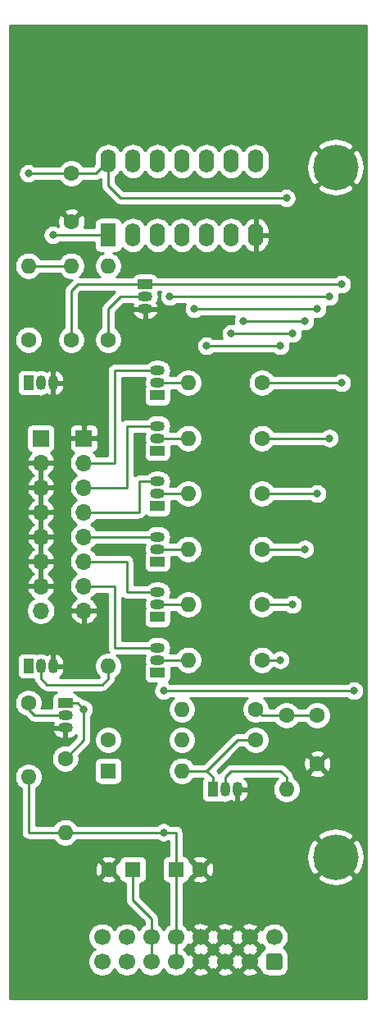
<source format=gbr>
G04 #@! TF.GenerationSoftware,KiCad,Pcbnew,(5.1.9)-1*
G04 #@! TF.CreationDate,2021-04-27T02:13:11+02:00*
G04 #@! TF.ProjectId,Clock Divider Main,436c6f63-6b20-4446-9976-69646572204d,rev?*
G04 #@! TF.SameCoordinates,Original*
G04 #@! TF.FileFunction,Copper,L2,Bot*
G04 #@! TF.FilePolarity,Positive*
%FSLAX46Y46*%
G04 Gerber Fmt 4.6, Leading zero omitted, Abs format (unit mm)*
G04 Created by KiCad (PCBNEW (5.1.9)-1) date 2021-04-27 02:13:11*
%MOMM*%
%LPD*%
G01*
G04 APERTURE LIST*
G04 #@! TA.AperFunction,ComponentPad*
%ADD10O,1.700000X1.700000*%
G04 #@! TD*
G04 #@! TA.AperFunction,ComponentPad*
%ADD11R,1.700000X1.700000*%
G04 #@! TD*
G04 #@! TA.AperFunction,ComponentPad*
%ADD12C,4.700000*%
G04 #@! TD*
G04 #@! TA.AperFunction,ComponentPad*
%ADD13O,1.600000X1.600000*%
G04 #@! TD*
G04 #@! TA.AperFunction,ComponentPad*
%ADD14C,1.600000*%
G04 #@! TD*
G04 #@! TA.AperFunction,ComponentPad*
%ADD15R,1.500000X1.050000*%
G04 #@! TD*
G04 #@! TA.AperFunction,ComponentPad*
%ADD16O,1.500000X1.050000*%
G04 #@! TD*
G04 #@! TA.AperFunction,ComponentPad*
%ADD17C,1.700000*%
G04 #@! TD*
G04 #@! TA.AperFunction,ComponentPad*
%ADD18O,1.600000X2.400000*%
G04 #@! TD*
G04 #@! TA.AperFunction,ComponentPad*
%ADD19R,1.600000X2.400000*%
G04 #@! TD*
G04 #@! TA.AperFunction,ComponentPad*
%ADD20R,1.050000X1.500000*%
G04 #@! TD*
G04 #@! TA.AperFunction,ComponentPad*
%ADD21O,1.050000X1.500000*%
G04 #@! TD*
G04 #@! TA.AperFunction,ComponentPad*
%ADD22R,1.600000X1.600000*%
G04 #@! TD*
G04 #@! TA.AperFunction,ViaPad*
%ADD23C,0.800000*%
G04 #@! TD*
G04 #@! TA.AperFunction,Conductor*
%ADD24C,0.250000*%
G04 #@! TD*
G04 #@! TA.AperFunction,Conductor*
%ADD25C,0.254000*%
G04 #@! TD*
G04 #@! TA.AperFunction,Conductor*
%ADD26C,0.100000*%
G04 #@! TD*
G04 APERTURE END LIST*
D10*
G04 #@! TO.P,J2,8*
G04 #@! TO.N,GND*
X8255000Y-60960000D03*
G04 #@! TO.P,J2,7*
G04 #@! TO.N,Net-(J2-Pad7)*
X8255000Y-58420000D03*
G04 #@! TO.P,J2,6*
G04 #@! TO.N,Net-(J2-Pad6)*
X8255000Y-55880000D03*
G04 #@! TO.P,J2,5*
G04 #@! TO.N,Net-(J2-Pad5)*
X8255000Y-53340000D03*
G04 #@! TO.P,J2,4*
G04 #@! TO.N,Net-(J2-Pad4)*
X8255000Y-50800000D03*
G04 #@! TO.P,J2,3*
G04 #@! TO.N,Net-(J2-Pad3)*
X8255000Y-48260000D03*
G04 #@! TO.P,J2,2*
G04 #@! TO.N,Net-(J2-Pad2)*
X8255000Y-45720000D03*
D11*
G04 #@! TO.P,J2,1*
G04 #@! TO.N,GND*
X8255000Y-43180000D03*
G04 #@! TD*
D10*
G04 #@! TO.P,J1,8*
G04 #@! TO.N,Net-(J1-Pad8)*
X3810000Y-60960000D03*
G04 #@! TO.P,J1,7*
G04 #@! TO.N,GND*
X3810000Y-58420000D03*
G04 #@! TO.P,J1,6*
X3810000Y-55880000D03*
G04 #@! TO.P,J1,5*
X3810000Y-53340000D03*
G04 #@! TO.P,J1,4*
X3810000Y-50800000D03*
G04 #@! TO.P,J1,3*
X3810000Y-48260000D03*
G04 #@! TO.P,J1,2*
X3810000Y-45720000D03*
D11*
G04 #@! TO.P,J1,1*
G04 #@! TO.N,Net-(J1-Pad1)*
X3810000Y-43180000D03*
G04 #@! TD*
D12*
G04 #@! TO.P,H2,1*
G04 #@! TO.N,GND*
X34290000Y-86360000D03*
G04 #@! TD*
G04 #@! TO.P,H1,1*
G04 #@! TO.N,GND*
X34290000Y-15240000D03*
G04 #@! TD*
D13*
G04 #@! TO.P,R27,2*
G04 #@! TO.N,Net-(Q11-Pad2)*
X19050000Y-37465000D03*
D14*
G04 #@! TO.P,R27,1*
G04 #@! TO.N,Net-(Q5-Pad1)*
X26670000Y-37465000D03*
G04 #@! TD*
D15*
G04 #@! TO.P,Q11,1*
G04 #@! TO.N,+5V*
X15875000Y-38735000D03*
D16*
G04 #@! TO.P,Q11,3*
G04 #@! TO.N,Net-(J2-Pad2)*
X15875000Y-36195000D03*
G04 #@! TO.P,Q11,2*
G04 #@! TO.N,Net-(Q11-Pad2)*
X15875000Y-37465000D03*
G04 #@! TD*
D17*
G04 #@! TO.P,J3,16*
G04 #@! TO.N,N/C*
X10160000Y-94615000D03*
G04 #@! TO.P,J3,14*
X12700000Y-94615000D03*
G04 #@! TO.P,J3,12*
G04 #@! TO.N,+5V*
X15240000Y-94615000D03*
G04 #@! TO.P,J3,10*
G04 #@! TO.N,+12V*
X17780000Y-94615000D03*
G04 #@! TO.P,J3,8*
G04 #@! TO.N,GND*
X20320000Y-94615000D03*
G04 #@! TO.P,J3,6*
X22860000Y-94615000D03*
G04 #@! TO.P,J3,4*
X25400000Y-94615000D03*
G04 #@! TO.P,J3,2*
G04 #@! TO.N,N/C*
X27940000Y-94615000D03*
G04 #@! TO.P,J3,15*
X10160000Y-97155000D03*
G04 #@! TO.P,J3,13*
X12700000Y-97155000D03*
G04 #@! TO.P,J3,11*
G04 #@! TO.N,+5V*
X15240000Y-97155000D03*
G04 #@! TO.P,J3,9*
G04 #@! TO.N,+12V*
X17780000Y-97155000D03*
G04 #@! TO.P,J3,7*
G04 #@! TO.N,GND*
X20320000Y-97155000D03*
G04 #@! TO.P,J3,5*
X22860000Y-97155000D03*
G04 #@! TO.P,J3,3*
X25400000Y-97155000D03*
G04 #@! TO.P,J3,1*
G04 #@! TO.N,N/C*
G04 #@! TA.AperFunction,ComponentPad*
G36*
G01*
X28540000Y-98005000D02*
X27340000Y-98005000D01*
G75*
G02*
X27090000Y-97755000I0J250000D01*
G01*
X27090000Y-96555000D01*
G75*
G02*
X27340000Y-96305000I250000J0D01*
G01*
X28540000Y-96305000D01*
G75*
G02*
X28790000Y-96555000I0J-250000D01*
G01*
X28790000Y-97755000D01*
G75*
G02*
X28540000Y-98005000I-250000J0D01*
G01*
G37*
G04 #@! TD.AperFunction*
G04 #@! TD*
D18*
G04 #@! TO.P,U1,14*
G04 #@! TO.N,+12V*
X10795000Y-14605000D03*
G04 #@! TO.P,U1,7*
G04 #@! TO.N,GND*
X26035000Y-22225000D03*
G04 #@! TO.P,U1,13*
G04 #@! TO.N,N/C*
X13335000Y-14605000D03*
G04 #@! TO.P,U1,6*
G04 #@! TO.N,Net-(R15-Pad1)*
X23495000Y-22225000D03*
G04 #@! TO.P,U1,12*
G04 #@! TO.N,Net-(R12-Pad1)*
X15875000Y-14605000D03*
G04 #@! TO.P,U1,5*
G04 #@! TO.N,Net-(R16-Pad1)*
X20955000Y-22225000D03*
G04 #@! TO.P,U1,11*
G04 #@! TO.N,Net-(R13-Pad1)*
X18415000Y-14605000D03*
G04 #@! TO.P,U1,4*
G04 #@! TO.N,N/C*
X18415000Y-22225000D03*
G04 #@! TO.P,U1,10*
X20955000Y-14605000D03*
G04 #@! TO.P,U1,3*
X15875000Y-22225000D03*
G04 #@! TO.P,U1,9*
G04 #@! TO.N,Net-(R14-Pad1)*
X23495000Y-14605000D03*
G04 #@! TO.P,U1,2*
G04 #@! TO.N,Net-(Q4-Pad1)*
X13335000Y-22225000D03*
G04 #@! TO.P,U1,8*
G04 #@! TO.N,N/C*
X26035000Y-14605000D03*
D19*
G04 #@! TO.P,U1,1*
G04 #@! TO.N,Net-(Q2-Pad1)*
X10795000Y-22225000D03*
G04 #@! TD*
D13*
G04 #@! TO.P,R16,2*
G04 #@! TO.N,Net-(Q10-Pad2)*
X19050000Y-66040000D03*
D14*
G04 #@! TO.P,R16,1*
G04 #@! TO.N,Net-(R16-Pad1)*
X26670000Y-66040000D03*
G04 #@! TD*
D13*
G04 #@! TO.P,R15,2*
G04 #@! TO.N,Net-(Q9-Pad2)*
X19050000Y-60325000D03*
D14*
G04 #@! TO.P,R15,1*
G04 #@! TO.N,Net-(R15-Pad1)*
X26670000Y-60325000D03*
G04 #@! TD*
D13*
G04 #@! TO.P,R14,2*
G04 #@! TO.N,Net-(Q8-Pad2)*
X19050000Y-54610000D03*
D14*
G04 #@! TO.P,R14,1*
G04 #@! TO.N,Net-(R14-Pad1)*
X26670000Y-54610000D03*
G04 #@! TD*
D13*
G04 #@! TO.P,R13,2*
G04 #@! TO.N,Net-(Q7-Pad2)*
X19050000Y-48895000D03*
D14*
G04 #@! TO.P,R13,1*
G04 #@! TO.N,Net-(R13-Pad1)*
X26670000Y-48895000D03*
G04 #@! TD*
D13*
G04 #@! TO.P,R12,2*
G04 #@! TO.N,Net-(Q6-Pad2)*
X19050000Y-43180000D03*
D14*
G04 #@! TO.P,R12,1*
G04 #@! TO.N,Net-(R12-Pad1)*
X26670000Y-43180000D03*
G04 #@! TD*
D13*
G04 #@! TO.P,R11,2*
G04 #@! TO.N,+12V*
X6985000Y-25400000D03*
D14*
G04 #@! TO.P,R11,1*
G04 #@! TO.N,Net-(Q5-Pad1)*
X6985000Y-33020000D03*
G04 #@! TD*
D13*
G04 #@! TO.P,R10,2*
G04 #@! TO.N,Net-(Q2-Pad1)*
X10795000Y-25400000D03*
D14*
G04 #@! TO.P,R10,1*
G04 #@! TO.N,Net-(Q5-Pad2)*
X10795000Y-33020000D03*
G04 #@! TD*
D13*
G04 #@! TO.P,R9,2*
G04 #@! TO.N,+12V*
X6350000Y-83820000D03*
D14*
G04 #@! TO.P,R9,1*
G04 #@! TO.N,Net-(Q4-Pad1)*
X6350000Y-76200000D03*
G04 #@! TD*
D13*
G04 #@! TO.P,R8,2*
G04 #@! TO.N,Net-(J1-Pad8)*
X10795000Y-66675000D03*
D14*
G04 #@! TO.P,R8,1*
G04 #@! TO.N,Net-(D3-Pad1)*
X10795000Y-74295000D03*
G04 #@! TD*
D13*
G04 #@! TO.P,R7,2*
G04 #@! TO.N,+12V*
X2540000Y-78105000D03*
D14*
G04 #@! TO.P,R7,1*
G04 #@! TO.N,Net-(Q3-Pad1)*
X2540000Y-70485000D03*
G04 #@! TD*
D13*
G04 #@! TO.P,R6,2*
G04 #@! TO.N,+12V*
X2540000Y-25400000D03*
D14*
G04 #@! TO.P,R6,1*
G04 #@! TO.N,Net-(Q2-Pad1)*
X2540000Y-33020000D03*
G04 #@! TD*
D13*
G04 #@! TO.P,R5,2*
G04 #@! TO.N,+12V*
X18415000Y-74295000D03*
D14*
G04 #@! TO.P,R5,1*
G04 #@! TO.N,Net-(D3-Pad2)*
X26035000Y-74295000D03*
G04 #@! TD*
D13*
G04 #@! TO.P,R2,2*
G04 #@! TO.N,Net-(Q1-Pad2)*
X29210000Y-79375000D03*
D14*
G04 #@! TO.P,R2,1*
G04 #@! TO.N,Net-(C1-Pad1)*
X29210000Y-71755000D03*
G04 #@! TD*
D13*
G04 #@! TO.P,R1,2*
G04 #@! TO.N,+12V*
X18415000Y-71120000D03*
D14*
G04 #@! TO.P,R1,1*
G04 #@! TO.N,Net-(C1-Pad1)*
X26035000Y-71120000D03*
G04 #@! TD*
D15*
G04 #@! TO.P,Q10,1*
G04 #@! TO.N,+5V*
X15875000Y-67310000D03*
D16*
G04 #@! TO.P,Q10,3*
G04 #@! TO.N,Net-(J2-Pad7)*
X15875000Y-64770000D03*
G04 #@! TO.P,Q10,2*
G04 #@! TO.N,Net-(Q10-Pad2)*
X15875000Y-66040000D03*
G04 #@! TD*
D15*
G04 #@! TO.P,Q9,1*
G04 #@! TO.N,+5V*
X15875000Y-61595000D03*
D16*
G04 #@! TO.P,Q9,3*
G04 #@! TO.N,Net-(J2-Pad6)*
X15875000Y-59055000D03*
G04 #@! TO.P,Q9,2*
G04 #@! TO.N,Net-(Q9-Pad2)*
X15875000Y-60325000D03*
G04 #@! TD*
D15*
G04 #@! TO.P,Q8,1*
G04 #@! TO.N,+5V*
X15875000Y-55880000D03*
D16*
G04 #@! TO.P,Q8,3*
G04 #@! TO.N,Net-(J2-Pad5)*
X15875000Y-53340000D03*
G04 #@! TO.P,Q8,2*
G04 #@! TO.N,Net-(Q8-Pad2)*
X15875000Y-54610000D03*
G04 #@! TD*
D15*
G04 #@! TO.P,Q7,1*
G04 #@! TO.N,+5V*
X15875000Y-50165000D03*
D16*
G04 #@! TO.P,Q7,3*
G04 #@! TO.N,Net-(J2-Pad4)*
X15875000Y-47625000D03*
G04 #@! TO.P,Q7,2*
G04 #@! TO.N,Net-(Q7-Pad2)*
X15875000Y-48895000D03*
G04 #@! TD*
D15*
G04 #@! TO.P,Q6,1*
G04 #@! TO.N,+5V*
X15875000Y-44450000D03*
D16*
G04 #@! TO.P,Q6,3*
G04 #@! TO.N,Net-(J2-Pad3)*
X15875000Y-41910000D03*
G04 #@! TO.P,Q6,2*
G04 #@! TO.N,Net-(Q6-Pad2)*
X15875000Y-43180000D03*
G04 #@! TD*
D15*
G04 #@! TO.P,Q5,1*
G04 #@! TO.N,Net-(Q5-Pad1)*
X14605000Y-27305000D03*
D16*
G04 #@! TO.P,Q5,3*
G04 #@! TO.N,GND*
X14605000Y-29845000D03*
G04 #@! TO.P,Q5,2*
G04 #@! TO.N,Net-(Q5-Pad2)*
X14605000Y-28575000D03*
G04 #@! TD*
D15*
G04 #@! TO.P,Q4,1*
G04 #@! TO.N,Net-(Q4-Pad1)*
X6350000Y-70485000D03*
D16*
G04 #@! TO.P,Q4,3*
G04 #@! TO.N,GND*
X6350000Y-73025000D03*
G04 #@! TO.P,Q4,2*
G04 #@! TO.N,Net-(Q3-Pad1)*
X6350000Y-71755000D03*
G04 #@! TD*
D20*
G04 #@! TO.P,Q3,1*
G04 #@! TO.N,Net-(Q3-Pad1)*
X2540000Y-66675000D03*
D21*
G04 #@! TO.P,Q3,3*
G04 #@! TO.N,GND*
X5080000Y-66675000D03*
G04 #@! TO.P,Q3,2*
G04 #@! TO.N,Net-(J1-Pad8)*
X3810000Y-66675000D03*
G04 #@! TD*
D20*
G04 #@! TO.P,Q2,1*
G04 #@! TO.N,Net-(Q2-Pad1)*
X2540000Y-37465000D03*
D21*
G04 #@! TO.P,Q2,3*
G04 #@! TO.N,GND*
X5080000Y-37465000D03*
G04 #@! TO.P,Q2,2*
G04 #@! TO.N,Net-(J1-Pad1)*
X3810000Y-37465000D03*
G04 #@! TD*
D20*
G04 #@! TO.P,Q1,1*
G04 #@! TO.N,Net-(D3-Pad2)*
X21590000Y-79375000D03*
D21*
G04 #@! TO.P,Q1,3*
G04 #@! TO.N,GND*
X24130000Y-79375000D03*
G04 #@! TO.P,Q1,2*
G04 #@! TO.N,Net-(Q1-Pad2)*
X22860000Y-79375000D03*
G04 #@! TD*
D13*
G04 #@! TO.P,D3,2*
G04 #@! TO.N,Net-(D3-Pad2)*
X18415000Y-77470000D03*
D22*
G04 #@! TO.P,D3,1*
G04 #@! TO.N,Net-(D3-Pad1)*
X10795000Y-77470000D03*
G04 #@! TD*
D14*
G04 #@! TO.P,C5,2*
G04 #@! TO.N,GND*
X10835000Y-87630000D03*
D22*
G04 #@! TO.P,C5,1*
G04 #@! TO.N,+5V*
X13335000Y-87630000D03*
G04 #@! TD*
D14*
G04 #@! TO.P,C3,2*
G04 #@! TO.N,GND*
X20280000Y-87630000D03*
D22*
G04 #@! TO.P,C3,1*
G04 #@! TO.N,+12V*
X17780000Y-87630000D03*
G04 #@! TD*
D14*
G04 #@! TO.P,C2,2*
G04 #@! TO.N,GND*
X6985000Y-20875000D03*
G04 #@! TO.P,C2,1*
G04 #@! TO.N,+12V*
X6985000Y-15875000D03*
G04 #@! TD*
G04 #@! TO.P,C1,2*
G04 #@! TO.N,GND*
X32385000Y-76755000D03*
G04 #@! TO.P,C1,1*
G04 #@! TO.N,Net-(C1-Pad1)*
X32385000Y-71755000D03*
G04 #@! TD*
D23*
G04 #@! TO.N,+12V*
X16510000Y-83820000D03*
X16510000Y-69215000D03*
X36195000Y-69215000D03*
X2540000Y-15875000D03*
X29210000Y-18415000D03*
G04 #@! TO.N,Net-(Q2-Pad1)*
X5080000Y-22225000D03*
G04 #@! TO.N,Net-(Q4-Pad1)*
X8255000Y-71120000D03*
G04 #@! TO.N,Net-(Q5-Pad1)*
X34925000Y-37465000D03*
X34925000Y-27305000D03*
G04 #@! TO.N,Net-(R12-Pad1)*
X33655000Y-43180000D03*
X33655000Y-28575000D03*
X17145000Y-28575000D03*
G04 #@! TO.N,Net-(R13-Pad1)*
X32385000Y-48895000D03*
X32385000Y-29845000D03*
X19685000Y-29845000D03*
G04 #@! TO.N,Net-(R14-Pad1)*
X31115000Y-54610000D03*
X31115000Y-31115000D03*
X24765000Y-31115000D03*
G04 #@! TO.N,Net-(R15-Pad1)*
X29845000Y-60325000D03*
X29845000Y-32385000D03*
X23495000Y-32385000D03*
G04 #@! TO.N,Net-(R16-Pad1)*
X28575000Y-66040000D03*
X28575000Y-33655000D03*
X20955000Y-33655000D03*
G04 #@! TD*
D24*
G04 #@! TO.N,Net-(C1-Pad1)*
X26670000Y-71755000D02*
X26035000Y-71120000D01*
X29210000Y-71755000D02*
X26670000Y-71755000D01*
X29210000Y-71755000D02*
X32385000Y-71755000D01*
G04 #@! TO.N,+12V*
X17780000Y-97155000D02*
X17780000Y-94615000D01*
X17780000Y-94615000D02*
X17780000Y-87630000D01*
X17780000Y-87630000D02*
X17780000Y-83820000D01*
X17780000Y-83820000D02*
X16510000Y-83820000D01*
X6350000Y-83820000D02*
X2540000Y-83820000D01*
X2540000Y-83820000D02*
X2540000Y-78105000D01*
X16510000Y-83820000D02*
X6350000Y-83820000D01*
X16510000Y-69215000D02*
X35560000Y-69215000D01*
X35560000Y-69215000D02*
X36195000Y-69215000D01*
X36195000Y-69215000D02*
X36195000Y-69215000D01*
X6985000Y-25400000D02*
X2540000Y-25400000D01*
X2540000Y-15875000D02*
X6985000Y-15875000D01*
X9525000Y-15875000D02*
X10795000Y-14605000D01*
X6985000Y-15875000D02*
X9525000Y-15875000D01*
X29210000Y-18415000D02*
X12065000Y-18415000D01*
X10795000Y-17145000D02*
X10795000Y-14605000D01*
X12065000Y-18415000D02*
X10795000Y-17145000D01*
G04 #@! TO.N,+5V*
X15240000Y-97155000D02*
X15240000Y-94615000D01*
X15240000Y-94615000D02*
X15240000Y-92710000D01*
X13335000Y-90805000D02*
X13335000Y-87630000D01*
X15240000Y-92710000D02*
X13335000Y-90805000D01*
G04 #@! TO.N,Net-(D3-Pad2)*
X18415000Y-77470000D02*
X20955000Y-77470000D01*
X21590000Y-78105000D02*
X21590000Y-79375000D01*
X20955000Y-77470000D02*
X21590000Y-78105000D01*
X26035000Y-74295000D02*
X24130000Y-74295000D01*
X24130000Y-74295000D02*
X20955000Y-77470000D01*
G04 #@! TO.N,Net-(Q1-Pad2)*
X22860000Y-79375000D02*
X22860000Y-78105000D01*
X22860000Y-78105000D02*
X23495000Y-77470000D01*
X23495000Y-77470000D02*
X28575000Y-77470000D01*
X28575000Y-77470000D02*
X29210000Y-78105000D01*
X29210000Y-78105000D02*
X29210000Y-79375000D01*
G04 #@! TO.N,Net-(Q2-Pad1)*
X5080000Y-22225000D02*
X10795000Y-22225000D01*
G04 #@! TO.N,Net-(Q3-Pad1)*
X2540000Y-70485000D02*
X2540000Y-71120000D01*
X3175000Y-71755000D02*
X6350000Y-71755000D01*
X2540000Y-71120000D02*
X3175000Y-71755000D01*
G04 #@! TO.N,Net-(Q4-Pad1)*
X7620000Y-70485000D02*
X6350000Y-70485000D01*
X8255000Y-71120000D02*
X8255000Y-71120000D01*
X8255000Y-74295000D02*
X8255000Y-71120000D01*
X6350000Y-76200000D02*
X8255000Y-74295000D01*
X8255000Y-71120000D02*
X7620000Y-70485000D01*
G04 #@! TO.N,Net-(Q5-Pad1)*
X26670000Y-37465000D02*
X34925000Y-37465000D01*
X34925000Y-37465000D02*
X34925000Y-37465000D01*
X34925000Y-27305000D02*
X14605000Y-27305000D01*
X6985000Y-33020000D02*
X6985000Y-27940000D01*
X7620000Y-27305000D02*
X14605000Y-27305000D01*
X6985000Y-27940000D02*
X7620000Y-27305000D01*
G04 #@! TO.N,Net-(Q5-Pad2)*
X10795000Y-33020000D02*
X10795000Y-29845000D01*
X12065000Y-28575000D02*
X14605000Y-28575000D01*
X10795000Y-29845000D02*
X12065000Y-28575000D01*
G04 #@! TO.N,Net-(Q6-Pad2)*
X19050000Y-43180000D02*
X15875000Y-43180000D01*
G04 #@! TO.N,Net-(Q7-Pad2)*
X15875000Y-48895000D02*
X19050000Y-48895000D01*
G04 #@! TO.N,Net-(Q8-Pad2)*
X19050000Y-54610000D02*
X15875000Y-54610000D01*
G04 #@! TO.N,Net-(Q9-Pad2)*
X19050000Y-60325000D02*
X15875000Y-60325000D01*
G04 #@! TO.N,Net-(Q10-Pad2)*
X19050000Y-66040000D02*
X15875000Y-66040000D01*
G04 #@! TO.N,Net-(R12-Pad1)*
X26670000Y-43180000D02*
X33655000Y-43180000D01*
X33655000Y-43180000D02*
X33655000Y-43180000D01*
X33655000Y-28575000D02*
X17145000Y-28575000D01*
X17145000Y-28575000D02*
X17145000Y-28575000D01*
G04 #@! TO.N,Net-(R13-Pad1)*
X26670000Y-48895000D02*
X32385000Y-48895000D01*
X32385000Y-48895000D02*
X32385000Y-48895000D01*
X32385000Y-29845000D02*
X19685000Y-29845000D01*
X19685000Y-29845000D02*
X19685000Y-29845000D01*
G04 #@! TO.N,Net-(R14-Pad1)*
X26670000Y-54610000D02*
X31115000Y-54610000D01*
X31115000Y-54610000D02*
X31115000Y-54610000D01*
X31115000Y-31115000D02*
X24765000Y-31115000D01*
X24765000Y-31115000D02*
X24765000Y-31115000D01*
G04 #@! TO.N,Net-(R15-Pad1)*
X26670000Y-60325000D02*
X29845000Y-60325000D01*
X29845000Y-60325000D02*
X29845000Y-60325000D01*
X29845000Y-32385000D02*
X23495000Y-32385000D01*
X23495000Y-32385000D02*
X23495000Y-32385000D01*
G04 #@! TO.N,Net-(Q11-Pad2)*
X19050000Y-37465000D02*
X15875000Y-37465000D01*
G04 #@! TO.N,Net-(R16-Pad1)*
X26670000Y-66040000D02*
X28575000Y-66040000D01*
X28575000Y-66040000D02*
X28575000Y-66040000D01*
X28575000Y-33655000D02*
X20955000Y-33655000D01*
X20955000Y-33655000D02*
X20955000Y-33655000D01*
G04 #@! TO.N,Net-(J1-Pad8)*
X3810000Y-66675000D02*
X3810000Y-67945000D01*
X3810000Y-67945000D02*
X4445000Y-68580000D01*
X4445000Y-68580000D02*
X10160000Y-68580000D01*
X10160000Y-68580000D02*
X10795000Y-67945000D01*
X10795000Y-67945000D02*
X10795000Y-66675000D01*
G04 #@! TO.N,Net-(J2-Pad7)*
X11430000Y-58420000D02*
X8255000Y-58420000D01*
X11430000Y-64770000D02*
X11430000Y-58420000D01*
X15875000Y-64770000D02*
X11430000Y-64770000D01*
G04 #@! TO.N,Net-(J2-Pad6)*
X15875000Y-59055000D02*
X12700000Y-59055000D01*
X12700000Y-59055000D02*
X12700000Y-55880000D01*
X12700000Y-55880000D02*
X8255000Y-55880000D01*
G04 #@! TO.N,Net-(J2-Pad5)*
X15875000Y-53340000D02*
X11430000Y-53340000D01*
X11430000Y-53340000D02*
X8255000Y-53340000D01*
G04 #@! TO.N,Net-(J2-Pad4)*
X15875000Y-47625000D02*
X13970000Y-47625000D01*
X13970000Y-47625000D02*
X13970000Y-50800000D01*
X13970000Y-50800000D02*
X8255000Y-50800000D01*
G04 #@! TO.N,Net-(J2-Pad3)*
X15875000Y-41910000D02*
X12700000Y-41910000D01*
X12700000Y-41910000D02*
X12700000Y-48260000D01*
X12700000Y-48260000D02*
X8255000Y-48260000D01*
G04 #@! TO.N,Net-(J2-Pad2)*
X15875000Y-36195000D02*
X11430000Y-36195000D01*
X11430000Y-36195000D02*
X11430000Y-45720000D01*
X11430000Y-45720000D02*
X8255000Y-45720000D01*
G04 #@! TD*
D25*
G04 #@! TO.N,GND*
X37440001Y-100940000D02*
X660000Y-100940000D01*
X660000Y-88622702D01*
X10021903Y-88622702D01*
X10093486Y-88866671D01*
X10348996Y-88987571D01*
X10623184Y-89056300D01*
X10905512Y-89070217D01*
X11185130Y-89028787D01*
X11451292Y-88933603D01*
X11576514Y-88866671D01*
X11648097Y-88622702D01*
X10835000Y-87809605D01*
X10021903Y-88622702D01*
X660000Y-88622702D01*
X660000Y-87700512D01*
X9394783Y-87700512D01*
X9436213Y-87980130D01*
X9531397Y-88246292D01*
X9598329Y-88371514D01*
X9842298Y-88443097D01*
X10655395Y-87630000D01*
X9842298Y-86816903D01*
X9598329Y-86888486D01*
X9477429Y-87143996D01*
X9408700Y-87418184D01*
X9394783Y-87700512D01*
X660000Y-87700512D01*
X660000Y-86637298D01*
X10021903Y-86637298D01*
X10835000Y-87450395D01*
X11648097Y-86637298D01*
X11576514Y-86393329D01*
X11321004Y-86272429D01*
X11046816Y-86203700D01*
X10764488Y-86189783D01*
X10484870Y-86231213D01*
X10218708Y-86326397D01*
X10093486Y-86393329D01*
X10021903Y-86637298D01*
X660000Y-86637298D01*
X660000Y-77963665D01*
X1105000Y-77963665D01*
X1105000Y-78246335D01*
X1160147Y-78523574D01*
X1268320Y-78784727D01*
X1425363Y-79019759D01*
X1625241Y-79219637D01*
X1780001Y-79323044D01*
X1780000Y-83782667D01*
X1776323Y-83820000D01*
X1790997Y-83968986D01*
X1834454Y-84112247D01*
X1905026Y-84244276D01*
X1999999Y-84360001D01*
X2115724Y-84454974D01*
X2247753Y-84525546D01*
X2391014Y-84569003D01*
X2540000Y-84583677D01*
X2577333Y-84580000D01*
X5131957Y-84580000D01*
X5235363Y-84734759D01*
X5435241Y-84934637D01*
X5670273Y-85091680D01*
X5931426Y-85199853D01*
X6208665Y-85255000D01*
X6491335Y-85255000D01*
X6768574Y-85199853D01*
X7029727Y-85091680D01*
X7264759Y-84934637D01*
X7464637Y-84734759D01*
X7568043Y-84580000D01*
X15806289Y-84580000D01*
X15850226Y-84623937D01*
X16019744Y-84737205D01*
X16208102Y-84815226D01*
X16408061Y-84855000D01*
X16611939Y-84855000D01*
X16811898Y-84815226D01*
X17000256Y-84737205D01*
X17020001Y-84724012D01*
X17020000Y-86191928D01*
X16980000Y-86191928D01*
X16855518Y-86204188D01*
X16735820Y-86240498D01*
X16625506Y-86299463D01*
X16528815Y-86378815D01*
X16449463Y-86475506D01*
X16390498Y-86585820D01*
X16354188Y-86705518D01*
X16341928Y-86830000D01*
X16341928Y-88430000D01*
X16354188Y-88554482D01*
X16390498Y-88674180D01*
X16449463Y-88784494D01*
X16528815Y-88881185D01*
X16625506Y-88960537D01*
X16735820Y-89019502D01*
X16855518Y-89055812D01*
X16980000Y-89068072D01*
X17020001Y-89068072D01*
X17020000Y-93336821D01*
X16833368Y-93461525D01*
X16626525Y-93668368D01*
X16510000Y-93842760D01*
X16393475Y-93668368D01*
X16186632Y-93461525D01*
X16000000Y-93336822D01*
X16000000Y-92747323D01*
X16003676Y-92710000D01*
X16000000Y-92672677D01*
X16000000Y-92672667D01*
X15989003Y-92561014D01*
X15945546Y-92417753D01*
X15874974Y-92285724D01*
X15780001Y-92169999D01*
X15751003Y-92146201D01*
X14095000Y-90490199D01*
X14095000Y-89068072D01*
X14135000Y-89068072D01*
X14259482Y-89055812D01*
X14379180Y-89019502D01*
X14489494Y-88960537D01*
X14586185Y-88881185D01*
X14665537Y-88784494D01*
X14724502Y-88674180D01*
X14760812Y-88554482D01*
X14773072Y-88430000D01*
X14773072Y-86830000D01*
X14760812Y-86705518D01*
X14724502Y-86585820D01*
X14665537Y-86475506D01*
X14586185Y-86378815D01*
X14489494Y-86299463D01*
X14379180Y-86240498D01*
X14259482Y-86204188D01*
X14135000Y-86191928D01*
X12535000Y-86191928D01*
X12410518Y-86204188D01*
X12290820Y-86240498D01*
X12180506Y-86299463D01*
X12083815Y-86378815D01*
X12004463Y-86475506D01*
X11945498Y-86585820D01*
X11909188Y-86705518D01*
X11896928Y-86830000D01*
X11896928Y-86837215D01*
X11827702Y-86816903D01*
X11014605Y-87630000D01*
X11827702Y-88443097D01*
X11896928Y-88422785D01*
X11896928Y-88430000D01*
X11909188Y-88554482D01*
X11945498Y-88674180D01*
X12004463Y-88784494D01*
X12083815Y-88881185D01*
X12180506Y-88960537D01*
X12290820Y-89019502D01*
X12410518Y-89055812D01*
X12535000Y-89068072D01*
X12575001Y-89068072D01*
X12575000Y-90767677D01*
X12571324Y-90805000D01*
X12575000Y-90842322D01*
X12575000Y-90842332D01*
X12585997Y-90953985D01*
X12629454Y-91097246D01*
X12700026Y-91229276D01*
X12739871Y-91277826D01*
X12794999Y-91345001D01*
X12824003Y-91368804D01*
X14480001Y-93024803D01*
X14480001Y-93336821D01*
X14293368Y-93461525D01*
X14086525Y-93668368D01*
X13970000Y-93842760D01*
X13853475Y-93668368D01*
X13646632Y-93461525D01*
X13403411Y-93299010D01*
X13133158Y-93187068D01*
X12846260Y-93130000D01*
X12553740Y-93130000D01*
X12266842Y-93187068D01*
X11996589Y-93299010D01*
X11753368Y-93461525D01*
X11546525Y-93668368D01*
X11430000Y-93842760D01*
X11313475Y-93668368D01*
X11106632Y-93461525D01*
X10863411Y-93299010D01*
X10593158Y-93187068D01*
X10306260Y-93130000D01*
X10013740Y-93130000D01*
X9726842Y-93187068D01*
X9456589Y-93299010D01*
X9213368Y-93461525D01*
X9006525Y-93668368D01*
X8844010Y-93911589D01*
X8732068Y-94181842D01*
X8675000Y-94468740D01*
X8675000Y-94761260D01*
X8732068Y-95048158D01*
X8844010Y-95318411D01*
X9006525Y-95561632D01*
X9213368Y-95768475D01*
X9387760Y-95885000D01*
X9213368Y-96001525D01*
X9006525Y-96208368D01*
X8844010Y-96451589D01*
X8732068Y-96721842D01*
X8675000Y-97008740D01*
X8675000Y-97301260D01*
X8732068Y-97588158D01*
X8844010Y-97858411D01*
X9006525Y-98101632D01*
X9213368Y-98308475D01*
X9456589Y-98470990D01*
X9726842Y-98582932D01*
X10013740Y-98640000D01*
X10306260Y-98640000D01*
X10593158Y-98582932D01*
X10863411Y-98470990D01*
X11106632Y-98308475D01*
X11313475Y-98101632D01*
X11430000Y-97927240D01*
X11546525Y-98101632D01*
X11753368Y-98308475D01*
X11996589Y-98470990D01*
X12266842Y-98582932D01*
X12553740Y-98640000D01*
X12846260Y-98640000D01*
X13133158Y-98582932D01*
X13403411Y-98470990D01*
X13646632Y-98308475D01*
X13853475Y-98101632D01*
X13970000Y-97927240D01*
X14086525Y-98101632D01*
X14293368Y-98308475D01*
X14536589Y-98470990D01*
X14806842Y-98582932D01*
X15093740Y-98640000D01*
X15386260Y-98640000D01*
X15673158Y-98582932D01*
X15943411Y-98470990D01*
X16186632Y-98308475D01*
X16393475Y-98101632D01*
X16510000Y-97927240D01*
X16626525Y-98101632D01*
X16833368Y-98308475D01*
X17076589Y-98470990D01*
X17346842Y-98582932D01*
X17633740Y-98640000D01*
X17926260Y-98640000D01*
X18213158Y-98582932D01*
X18483411Y-98470990D01*
X18726632Y-98308475D01*
X18851710Y-98183397D01*
X19471208Y-98183397D01*
X19548843Y-98432472D01*
X19812883Y-98558371D01*
X20096411Y-98630339D01*
X20388531Y-98645611D01*
X20678019Y-98603599D01*
X20953747Y-98505919D01*
X21091157Y-98432472D01*
X21168792Y-98183397D01*
X22011208Y-98183397D01*
X22088843Y-98432472D01*
X22352883Y-98558371D01*
X22636411Y-98630339D01*
X22928531Y-98645611D01*
X23218019Y-98603599D01*
X23493747Y-98505919D01*
X23631157Y-98432472D01*
X23708792Y-98183397D01*
X24551208Y-98183397D01*
X24628843Y-98432472D01*
X24892883Y-98558371D01*
X25176411Y-98630339D01*
X25468531Y-98645611D01*
X25758019Y-98603599D01*
X26033747Y-98505919D01*
X26171157Y-98432472D01*
X26248792Y-98183397D01*
X25400000Y-97334605D01*
X24551208Y-98183397D01*
X23708792Y-98183397D01*
X22860000Y-97334605D01*
X22011208Y-98183397D01*
X21168792Y-98183397D01*
X20320000Y-97334605D01*
X19471208Y-98183397D01*
X18851710Y-98183397D01*
X18933475Y-98101632D01*
X19049311Y-97928271D01*
X19291603Y-98003792D01*
X20140395Y-97155000D01*
X20499605Y-97155000D01*
X21348397Y-98003792D01*
X21590000Y-97928486D01*
X21831603Y-98003792D01*
X22680395Y-97155000D01*
X23039605Y-97155000D01*
X23888397Y-98003792D01*
X24130000Y-97928486D01*
X24371603Y-98003792D01*
X25220395Y-97155000D01*
X24371603Y-96306208D01*
X24130000Y-96381514D01*
X23888397Y-96306208D01*
X23039605Y-97155000D01*
X22680395Y-97155000D01*
X21831603Y-96306208D01*
X21590000Y-96381514D01*
X21348397Y-96306208D01*
X20499605Y-97155000D01*
X20140395Y-97155000D01*
X19291603Y-96306208D01*
X19049311Y-96381729D01*
X18933475Y-96208368D01*
X18726632Y-96001525D01*
X18552240Y-95885000D01*
X18726632Y-95768475D01*
X18851710Y-95643397D01*
X19471208Y-95643397D01*
X19546514Y-95885000D01*
X19471208Y-96126603D01*
X20320000Y-96975395D01*
X21168792Y-96126603D01*
X21093486Y-95885000D01*
X21168792Y-95643397D01*
X22011208Y-95643397D01*
X22086514Y-95885000D01*
X22011208Y-96126603D01*
X22860000Y-96975395D01*
X23708792Y-96126603D01*
X23633486Y-95885000D01*
X23708792Y-95643397D01*
X24551208Y-95643397D01*
X24626514Y-95885000D01*
X24551208Y-96126603D01*
X25400000Y-96975395D01*
X26248792Y-96126603D01*
X26173486Y-95885000D01*
X26248792Y-95643397D01*
X25400000Y-94794605D01*
X24551208Y-95643397D01*
X23708792Y-95643397D01*
X22860000Y-94794605D01*
X22011208Y-95643397D01*
X21168792Y-95643397D01*
X20320000Y-94794605D01*
X19471208Y-95643397D01*
X18851710Y-95643397D01*
X18933475Y-95561632D01*
X19049311Y-95388271D01*
X19291603Y-95463792D01*
X20140395Y-94615000D01*
X20499605Y-94615000D01*
X21348397Y-95463792D01*
X21590000Y-95388486D01*
X21831603Y-95463792D01*
X22680395Y-94615000D01*
X23039605Y-94615000D01*
X23888397Y-95463792D01*
X24130000Y-95388486D01*
X24371603Y-95463792D01*
X25220395Y-94615000D01*
X25579605Y-94615000D01*
X26428397Y-95463792D01*
X26670689Y-95388271D01*
X26786525Y-95561632D01*
X26973608Y-95748715D01*
X26846614Y-95816595D01*
X26712038Y-95927038D01*
X26601595Y-96061614D01*
X26519528Y-96215150D01*
X26486420Y-96324293D01*
X26428397Y-96306208D01*
X25579605Y-97155000D01*
X26428397Y-98003792D01*
X26486420Y-97985707D01*
X26519528Y-98094850D01*
X26601595Y-98248386D01*
X26712038Y-98382962D01*
X26846614Y-98493405D01*
X27000150Y-98575472D01*
X27166746Y-98626008D01*
X27340000Y-98643072D01*
X28540000Y-98643072D01*
X28713254Y-98626008D01*
X28879850Y-98575472D01*
X29033386Y-98493405D01*
X29167962Y-98382962D01*
X29278405Y-98248386D01*
X29360472Y-98094850D01*
X29411008Y-97928254D01*
X29428072Y-97755000D01*
X29428072Y-96555000D01*
X29411008Y-96381746D01*
X29360472Y-96215150D01*
X29278405Y-96061614D01*
X29167962Y-95927038D01*
X29033386Y-95816595D01*
X28906392Y-95748715D01*
X29093475Y-95561632D01*
X29255990Y-95318411D01*
X29367932Y-95048158D01*
X29425000Y-94761260D01*
X29425000Y-94468740D01*
X29367932Y-94181842D01*
X29255990Y-93911589D01*
X29093475Y-93668368D01*
X28886632Y-93461525D01*
X28643411Y-93299010D01*
X28373158Y-93187068D01*
X28086260Y-93130000D01*
X27793740Y-93130000D01*
X27506842Y-93187068D01*
X27236589Y-93299010D01*
X26993368Y-93461525D01*
X26786525Y-93668368D01*
X26670689Y-93841729D01*
X26428397Y-93766208D01*
X25579605Y-94615000D01*
X25220395Y-94615000D01*
X24371603Y-93766208D01*
X24130000Y-93841514D01*
X23888397Y-93766208D01*
X23039605Y-94615000D01*
X22680395Y-94615000D01*
X21831603Y-93766208D01*
X21590000Y-93841514D01*
X21348397Y-93766208D01*
X20499605Y-94615000D01*
X20140395Y-94615000D01*
X19291603Y-93766208D01*
X19049311Y-93841729D01*
X18933475Y-93668368D01*
X18851710Y-93586603D01*
X19471208Y-93586603D01*
X20320000Y-94435395D01*
X21168792Y-93586603D01*
X22011208Y-93586603D01*
X22860000Y-94435395D01*
X23708792Y-93586603D01*
X24551208Y-93586603D01*
X25400000Y-94435395D01*
X26248792Y-93586603D01*
X26171157Y-93337528D01*
X25907117Y-93211629D01*
X25623589Y-93139661D01*
X25331469Y-93124389D01*
X25041981Y-93166401D01*
X24766253Y-93264081D01*
X24628843Y-93337528D01*
X24551208Y-93586603D01*
X23708792Y-93586603D01*
X23631157Y-93337528D01*
X23367117Y-93211629D01*
X23083589Y-93139661D01*
X22791469Y-93124389D01*
X22501981Y-93166401D01*
X22226253Y-93264081D01*
X22088843Y-93337528D01*
X22011208Y-93586603D01*
X21168792Y-93586603D01*
X21091157Y-93337528D01*
X20827117Y-93211629D01*
X20543589Y-93139661D01*
X20251469Y-93124389D01*
X19961981Y-93166401D01*
X19686253Y-93264081D01*
X19548843Y-93337528D01*
X19471208Y-93586603D01*
X18851710Y-93586603D01*
X18726632Y-93461525D01*
X18540000Y-93336822D01*
X18540000Y-89068072D01*
X18580000Y-89068072D01*
X18704482Y-89055812D01*
X18824180Y-89019502D01*
X18934494Y-88960537D01*
X19031185Y-88881185D01*
X19110537Y-88784494D01*
X19169502Y-88674180D01*
X19185117Y-88622702D01*
X19466903Y-88622702D01*
X19538486Y-88866671D01*
X19793996Y-88987571D01*
X20068184Y-89056300D01*
X20350512Y-89070217D01*
X20630130Y-89028787D01*
X20896292Y-88933603D01*
X21021514Y-88866671D01*
X21093097Y-88622702D01*
X20926863Y-88456468D01*
X32373137Y-88456468D01*
X32631298Y-88859073D01*
X33150715Y-89134651D01*
X33713913Y-89303601D01*
X34299250Y-89359430D01*
X34884233Y-89299992D01*
X35446379Y-89127571D01*
X35948702Y-88859073D01*
X36206863Y-88456468D01*
X34290000Y-86539605D01*
X32373137Y-88456468D01*
X20926863Y-88456468D01*
X20280000Y-87809605D01*
X19466903Y-88622702D01*
X19185117Y-88622702D01*
X19205812Y-88554482D01*
X19218072Y-88430000D01*
X19218072Y-88422785D01*
X19287298Y-88443097D01*
X20100395Y-87630000D01*
X20459605Y-87630000D01*
X21272702Y-88443097D01*
X21516671Y-88371514D01*
X21637571Y-88116004D01*
X21706300Y-87841816D01*
X21720217Y-87559488D01*
X21678787Y-87279870D01*
X21583603Y-87013708D01*
X21516671Y-86888486D01*
X21272702Y-86816903D01*
X20459605Y-87630000D01*
X20100395Y-87630000D01*
X19287298Y-86816903D01*
X19218072Y-86837215D01*
X19218072Y-86830000D01*
X19205812Y-86705518D01*
X19185118Y-86637298D01*
X19466903Y-86637298D01*
X20280000Y-87450395D01*
X21093097Y-86637298D01*
X21021514Y-86393329D01*
X20970626Y-86369250D01*
X31290570Y-86369250D01*
X31350008Y-86954233D01*
X31522429Y-87516379D01*
X31790927Y-88018702D01*
X32193532Y-88276863D01*
X34110395Y-86360000D01*
X34469605Y-86360000D01*
X36386468Y-88276863D01*
X36789073Y-88018702D01*
X37064651Y-87499285D01*
X37233601Y-86936087D01*
X37289430Y-86350750D01*
X37229992Y-85765767D01*
X37057571Y-85203621D01*
X36789073Y-84701298D01*
X36386468Y-84443137D01*
X34469605Y-86360000D01*
X34110395Y-86360000D01*
X32193532Y-84443137D01*
X31790927Y-84701298D01*
X31515349Y-85220715D01*
X31346399Y-85783913D01*
X31290570Y-86369250D01*
X20970626Y-86369250D01*
X20766004Y-86272429D01*
X20491816Y-86203700D01*
X20209488Y-86189783D01*
X19929870Y-86231213D01*
X19663708Y-86326397D01*
X19538486Y-86393329D01*
X19466903Y-86637298D01*
X19185118Y-86637298D01*
X19169502Y-86585820D01*
X19110537Y-86475506D01*
X19031185Y-86378815D01*
X18934494Y-86299463D01*
X18824180Y-86240498D01*
X18704482Y-86204188D01*
X18580000Y-86191928D01*
X18540000Y-86191928D01*
X18540000Y-84263532D01*
X32373137Y-84263532D01*
X34290000Y-86180395D01*
X36206863Y-84263532D01*
X35948702Y-83860927D01*
X35429285Y-83585349D01*
X34866087Y-83416399D01*
X34280750Y-83360570D01*
X33695767Y-83420008D01*
X33133621Y-83592429D01*
X32631298Y-83860927D01*
X32373137Y-84263532D01*
X18540000Y-84263532D01*
X18540000Y-83857332D01*
X18543677Y-83820000D01*
X18529003Y-83671014D01*
X18485546Y-83527753D01*
X18414974Y-83395724D01*
X18320001Y-83279999D01*
X18204276Y-83185026D01*
X18072247Y-83114454D01*
X17928986Y-83070997D01*
X17817333Y-83060000D01*
X17780000Y-83056323D01*
X17742667Y-83060000D01*
X17213711Y-83060000D01*
X17169774Y-83016063D01*
X17000256Y-82902795D01*
X16811898Y-82824774D01*
X16611939Y-82785000D01*
X16408061Y-82785000D01*
X16208102Y-82824774D01*
X16019744Y-82902795D01*
X15850226Y-83016063D01*
X15806289Y-83060000D01*
X7568043Y-83060000D01*
X7464637Y-82905241D01*
X7264759Y-82705363D01*
X7029727Y-82548320D01*
X6768574Y-82440147D01*
X6491335Y-82385000D01*
X6208665Y-82385000D01*
X5931426Y-82440147D01*
X5670273Y-82548320D01*
X5435241Y-82705363D01*
X5235363Y-82905241D01*
X5131957Y-83060000D01*
X3300000Y-83060000D01*
X3300000Y-79323043D01*
X3454759Y-79219637D01*
X3654637Y-79019759D01*
X3811680Y-78784727D01*
X3919853Y-78523574D01*
X3975000Y-78246335D01*
X3975000Y-77963665D01*
X3919853Y-77686426D01*
X3811680Y-77425273D01*
X3654637Y-77190241D01*
X3454759Y-76990363D01*
X3219727Y-76833320D01*
X2958574Y-76725147D01*
X2681335Y-76670000D01*
X2398665Y-76670000D01*
X2121426Y-76725147D01*
X1860273Y-76833320D01*
X1625241Y-76990363D01*
X1425363Y-77190241D01*
X1268320Y-77425273D01*
X1160147Y-77686426D01*
X1105000Y-77963665D01*
X660000Y-77963665D01*
X660000Y-73330810D01*
X5006036Y-73330810D01*
X5014728Y-73392337D01*
X5107725Y-73601882D01*
X5239816Y-73789258D01*
X5405924Y-73947264D01*
X5599666Y-74069828D01*
X5813596Y-74152239D01*
X6039493Y-74191331D01*
X6223000Y-74031598D01*
X6223000Y-73152000D01*
X5131837Y-73152000D01*
X5006036Y-73330810D01*
X660000Y-73330810D01*
X660000Y-70343665D01*
X1105000Y-70343665D01*
X1105000Y-70626335D01*
X1160147Y-70903574D01*
X1268320Y-71164727D01*
X1425363Y-71399759D01*
X1625241Y-71599637D01*
X1860273Y-71756680D01*
X2121426Y-71864853D01*
X2232058Y-71886859D01*
X2611200Y-72266002D01*
X2634999Y-72295001D01*
X2663997Y-72318799D01*
X2750724Y-72389974D01*
X2882753Y-72460546D01*
X3026014Y-72504003D01*
X3175000Y-72518677D01*
X3212333Y-72515000D01*
X5078042Y-72515000D01*
X5014728Y-72657663D01*
X5006036Y-72719190D01*
X5131837Y-72898000D01*
X5896891Y-72898000D01*
X5897600Y-72898215D01*
X6068021Y-72915000D01*
X6497000Y-72915000D01*
X6497000Y-73152000D01*
X6477000Y-73152000D01*
X6477000Y-74031598D01*
X6660507Y-74191331D01*
X6886404Y-74152239D01*
X7100334Y-74069828D01*
X7294076Y-73947264D01*
X7460184Y-73789258D01*
X7495000Y-73739870D01*
X7495000Y-73980198D01*
X6673886Y-74801312D01*
X6491335Y-74765000D01*
X6208665Y-74765000D01*
X5931426Y-74820147D01*
X5670273Y-74928320D01*
X5435241Y-75085363D01*
X5235363Y-75285241D01*
X5078320Y-75520273D01*
X4970147Y-75781426D01*
X4915000Y-76058665D01*
X4915000Y-76341335D01*
X4970147Y-76618574D01*
X5078320Y-76879727D01*
X5235363Y-77114759D01*
X5435241Y-77314637D01*
X5670273Y-77471680D01*
X5931426Y-77579853D01*
X6208665Y-77635000D01*
X6491335Y-77635000D01*
X6768574Y-77579853D01*
X7029727Y-77471680D01*
X7264759Y-77314637D01*
X7464637Y-77114759D01*
X7621680Y-76879727D01*
X7708551Y-76670000D01*
X9356928Y-76670000D01*
X9356928Y-78270000D01*
X9369188Y-78394482D01*
X9405498Y-78514180D01*
X9464463Y-78624494D01*
X9543815Y-78721185D01*
X9640506Y-78800537D01*
X9750820Y-78859502D01*
X9870518Y-78895812D01*
X9995000Y-78908072D01*
X11595000Y-78908072D01*
X11719482Y-78895812D01*
X11839180Y-78859502D01*
X11949494Y-78800537D01*
X12046185Y-78721185D01*
X12125537Y-78624494D01*
X12184502Y-78514180D01*
X12220812Y-78394482D01*
X12233072Y-78270000D01*
X12233072Y-77328665D01*
X16980000Y-77328665D01*
X16980000Y-77611335D01*
X17035147Y-77888574D01*
X17143320Y-78149727D01*
X17300363Y-78384759D01*
X17500241Y-78584637D01*
X17735273Y-78741680D01*
X17996426Y-78849853D01*
X18273665Y-78905000D01*
X18556335Y-78905000D01*
X18833574Y-78849853D01*
X19094727Y-78741680D01*
X19329759Y-78584637D01*
X19529637Y-78384759D01*
X19633043Y-78230000D01*
X20567705Y-78230000D01*
X20534463Y-78270506D01*
X20475498Y-78380820D01*
X20439188Y-78500518D01*
X20426928Y-78625000D01*
X20426928Y-80125000D01*
X20439188Y-80249482D01*
X20475498Y-80369180D01*
X20534463Y-80479494D01*
X20613815Y-80576185D01*
X20710506Y-80655537D01*
X20820820Y-80714502D01*
X20940518Y-80750812D01*
X21065000Y-80763072D01*
X22115000Y-80763072D01*
X22239482Y-80750812D01*
X22359180Y-80714502D01*
X22423902Y-80679907D01*
X22632601Y-80743215D01*
X22860000Y-80765612D01*
X23087400Y-80743215D01*
X23306060Y-80676885D01*
X23494669Y-80576071D01*
X23553118Y-80617275D01*
X23762663Y-80710272D01*
X23824190Y-80718964D01*
X24003000Y-80593163D01*
X24003000Y-79828108D01*
X24003215Y-79827399D01*
X24020000Y-79656978D01*
X24020000Y-79502000D01*
X24257000Y-79502000D01*
X24257000Y-80593163D01*
X24435810Y-80718964D01*
X24497337Y-80710272D01*
X24706882Y-80617275D01*
X24894258Y-80485184D01*
X25052264Y-80319076D01*
X25174828Y-80125334D01*
X25257239Y-79911404D01*
X25296331Y-79685507D01*
X25136598Y-79502000D01*
X24257000Y-79502000D01*
X24020000Y-79502000D01*
X24020000Y-79228000D01*
X24257000Y-79228000D01*
X24257000Y-79248000D01*
X25136598Y-79248000D01*
X25296331Y-79064493D01*
X25257239Y-78838596D01*
X25174828Y-78624666D01*
X25052264Y-78430924D01*
X24894258Y-78264816D01*
X24844870Y-78230000D01*
X28260199Y-78230000D01*
X28292901Y-78262703D01*
X28095363Y-78460241D01*
X27938320Y-78695273D01*
X27830147Y-78956426D01*
X27775000Y-79233665D01*
X27775000Y-79516335D01*
X27830147Y-79793574D01*
X27938320Y-80054727D01*
X28095363Y-80289759D01*
X28295241Y-80489637D01*
X28530273Y-80646680D01*
X28791426Y-80754853D01*
X29068665Y-80810000D01*
X29351335Y-80810000D01*
X29628574Y-80754853D01*
X29889727Y-80646680D01*
X30124759Y-80489637D01*
X30324637Y-80289759D01*
X30481680Y-80054727D01*
X30589853Y-79793574D01*
X30645000Y-79516335D01*
X30645000Y-79233665D01*
X30589853Y-78956426D01*
X30481680Y-78695273D01*
X30324637Y-78460241D01*
X30124759Y-78260363D01*
X29970000Y-78156957D01*
X29970000Y-78142333D01*
X29973677Y-78105000D01*
X29959003Y-77956014D01*
X29915546Y-77812753D01*
X29880776Y-77747702D01*
X31571903Y-77747702D01*
X31643486Y-77991671D01*
X31898996Y-78112571D01*
X32173184Y-78181300D01*
X32455512Y-78195217D01*
X32735130Y-78153787D01*
X33001292Y-78058603D01*
X33126514Y-77991671D01*
X33198097Y-77747702D01*
X32385000Y-76934605D01*
X31571903Y-77747702D01*
X29880776Y-77747702D01*
X29844974Y-77680724D01*
X29773799Y-77593997D01*
X29750001Y-77564999D01*
X29721004Y-77541202D01*
X29138803Y-76959002D01*
X29115001Y-76929999D01*
X28999276Y-76835026D01*
X28981477Y-76825512D01*
X30944783Y-76825512D01*
X30986213Y-77105130D01*
X31081397Y-77371292D01*
X31148329Y-77496514D01*
X31392298Y-77568097D01*
X32205395Y-76755000D01*
X32564605Y-76755000D01*
X33377702Y-77568097D01*
X33621671Y-77496514D01*
X33742571Y-77241004D01*
X33811300Y-76966816D01*
X33825217Y-76684488D01*
X33783787Y-76404870D01*
X33688603Y-76138708D01*
X33621671Y-76013486D01*
X33377702Y-75941903D01*
X32564605Y-76755000D01*
X32205395Y-76755000D01*
X31392298Y-75941903D01*
X31148329Y-76013486D01*
X31027429Y-76268996D01*
X30958700Y-76543184D01*
X30944783Y-76825512D01*
X28981477Y-76825512D01*
X28867247Y-76764454D01*
X28723986Y-76720997D01*
X28612333Y-76710000D01*
X28612322Y-76710000D01*
X28575000Y-76706324D01*
X28537678Y-76710000D01*
X23532333Y-76710000D01*
X23495000Y-76706323D01*
X23457667Y-76710000D01*
X23346014Y-76720997D01*
X23202753Y-76764454D01*
X23070724Y-76835026D01*
X22954999Y-76929999D01*
X22931200Y-76958998D01*
X22348998Y-77541201D01*
X22320000Y-77564999D01*
X22296202Y-77593997D01*
X22296201Y-77593998D01*
X22225026Y-77680724D01*
X22225000Y-77680773D01*
X22224974Y-77680724D01*
X22153799Y-77593997D01*
X22130001Y-77564999D01*
X22101004Y-77541202D01*
X22029801Y-77470000D01*
X23737503Y-75762298D01*
X31571903Y-75762298D01*
X32385000Y-76575395D01*
X33198097Y-75762298D01*
X33126514Y-75518329D01*
X32871004Y-75397429D01*
X32596816Y-75328700D01*
X32314488Y-75314783D01*
X32034870Y-75356213D01*
X31768708Y-75451397D01*
X31643486Y-75518329D01*
X31571903Y-75762298D01*
X23737503Y-75762298D01*
X24444802Y-75055000D01*
X24816957Y-75055000D01*
X24920363Y-75209759D01*
X25120241Y-75409637D01*
X25355273Y-75566680D01*
X25616426Y-75674853D01*
X25893665Y-75730000D01*
X26176335Y-75730000D01*
X26453574Y-75674853D01*
X26714727Y-75566680D01*
X26949759Y-75409637D01*
X27149637Y-75209759D01*
X27306680Y-74974727D01*
X27414853Y-74713574D01*
X27470000Y-74436335D01*
X27470000Y-74153665D01*
X27414853Y-73876426D01*
X27306680Y-73615273D01*
X27149637Y-73380241D01*
X26949759Y-73180363D01*
X26714727Y-73023320D01*
X26453574Y-72915147D01*
X26176335Y-72860000D01*
X25893665Y-72860000D01*
X25616426Y-72915147D01*
X25355273Y-73023320D01*
X25120241Y-73180363D01*
X24920363Y-73380241D01*
X24816957Y-73535000D01*
X24167322Y-73535000D01*
X24129999Y-73531324D01*
X24092676Y-73535000D01*
X24092667Y-73535000D01*
X23981014Y-73545997D01*
X23837753Y-73589454D01*
X23705723Y-73660026D01*
X23622083Y-73728668D01*
X23589999Y-73754999D01*
X23566201Y-73783997D01*
X20640199Y-76710000D01*
X19633043Y-76710000D01*
X19529637Y-76555241D01*
X19329759Y-76355363D01*
X19094727Y-76198320D01*
X18833574Y-76090147D01*
X18556335Y-76035000D01*
X18273665Y-76035000D01*
X17996426Y-76090147D01*
X17735273Y-76198320D01*
X17500241Y-76355363D01*
X17300363Y-76555241D01*
X17143320Y-76790273D01*
X17035147Y-77051426D01*
X16980000Y-77328665D01*
X12233072Y-77328665D01*
X12233072Y-76670000D01*
X12220812Y-76545518D01*
X12184502Y-76425820D01*
X12125537Y-76315506D01*
X12046185Y-76218815D01*
X11949494Y-76139463D01*
X11839180Y-76080498D01*
X11719482Y-76044188D01*
X11595000Y-76031928D01*
X9995000Y-76031928D01*
X9870518Y-76044188D01*
X9750820Y-76080498D01*
X9640506Y-76139463D01*
X9543815Y-76218815D01*
X9464463Y-76315506D01*
X9405498Y-76425820D01*
X9369188Y-76545518D01*
X9356928Y-76670000D01*
X7708551Y-76670000D01*
X7729853Y-76618574D01*
X7785000Y-76341335D01*
X7785000Y-76058665D01*
X7748688Y-75876114D01*
X8766004Y-74858798D01*
X8795001Y-74835001D01*
X8889974Y-74719276D01*
X8960546Y-74587247D01*
X9004003Y-74443986D01*
X9015000Y-74332333D01*
X9015000Y-74332323D01*
X9018676Y-74295000D01*
X9015000Y-74257677D01*
X9015000Y-74153665D01*
X9360000Y-74153665D01*
X9360000Y-74436335D01*
X9415147Y-74713574D01*
X9523320Y-74974727D01*
X9680363Y-75209759D01*
X9880241Y-75409637D01*
X10115273Y-75566680D01*
X10376426Y-75674853D01*
X10653665Y-75730000D01*
X10936335Y-75730000D01*
X11213574Y-75674853D01*
X11474727Y-75566680D01*
X11709759Y-75409637D01*
X11909637Y-75209759D01*
X12066680Y-74974727D01*
X12174853Y-74713574D01*
X12230000Y-74436335D01*
X12230000Y-74153665D01*
X16980000Y-74153665D01*
X16980000Y-74436335D01*
X17035147Y-74713574D01*
X17143320Y-74974727D01*
X17300363Y-75209759D01*
X17500241Y-75409637D01*
X17735273Y-75566680D01*
X17996426Y-75674853D01*
X18273665Y-75730000D01*
X18556335Y-75730000D01*
X18833574Y-75674853D01*
X19094727Y-75566680D01*
X19329759Y-75409637D01*
X19529637Y-75209759D01*
X19686680Y-74974727D01*
X19794853Y-74713574D01*
X19850000Y-74436335D01*
X19850000Y-74153665D01*
X19794853Y-73876426D01*
X19686680Y-73615273D01*
X19529637Y-73380241D01*
X19329759Y-73180363D01*
X19094727Y-73023320D01*
X18833574Y-72915147D01*
X18556335Y-72860000D01*
X18273665Y-72860000D01*
X17996426Y-72915147D01*
X17735273Y-73023320D01*
X17500241Y-73180363D01*
X17300363Y-73380241D01*
X17143320Y-73615273D01*
X17035147Y-73876426D01*
X16980000Y-74153665D01*
X12230000Y-74153665D01*
X12174853Y-73876426D01*
X12066680Y-73615273D01*
X11909637Y-73380241D01*
X11709759Y-73180363D01*
X11474727Y-73023320D01*
X11213574Y-72915147D01*
X10936335Y-72860000D01*
X10653665Y-72860000D01*
X10376426Y-72915147D01*
X10115273Y-73023320D01*
X9880241Y-73180363D01*
X9680363Y-73380241D01*
X9523320Y-73615273D01*
X9415147Y-73876426D01*
X9360000Y-74153665D01*
X9015000Y-74153665D01*
X9015000Y-71823711D01*
X9058937Y-71779774D01*
X9172205Y-71610256D01*
X9250226Y-71421898D01*
X9290000Y-71221939D01*
X9290000Y-71018061D01*
X9250226Y-70818102D01*
X9172205Y-70629744D01*
X9058937Y-70460226D01*
X8914774Y-70316063D01*
X8745256Y-70202795D01*
X8556898Y-70124774D01*
X8356939Y-70085000D01*
X8294801Y-70085000D01*
X8183803Y-69974002D01*
X8160001Y-69944999D01*
X8044276Y-69850026D01*
X7912247Y-69779454D01*
X7768986Y-69735997D01*
X7693363Y-69728549D01*
X7689502Y-69715820D01*
X7630537Y-69605506D01*
X7551185Y-69508815D01*
X7454494Y-69429463D01*
X7344180Y-69370498D01*
X7243642Y-69340000D01*
X10122678Y-69340000D01*
X10160000Y-69343676D01*
X10197322Y-69340000D01*
X10197333Y-69340000D01*
X10308986Y-69329003D01*
X10452247Y-69285546D01*
X10584276Y-69214974D01*
X10700001Y-69120001D01*
X10723803Y-69090998D01*
X11306004Y-68508798D01*
X11335001Y-68485001D01*
X11429974Y-68369276D01*
X11500546Y-68237247D01*
X11544003Y-68093986D01*
X11555000Y-67982333D01*
X11555000Y-67982332D01*
X11558677Y-67945000D01*
X11555000Y-67907667D01*
X11555000Y-67893043D01*
X11709759Y-67789637D01*
X11909637Y-67589759D01*
X12066680Y-67354727D01*
X12174853Y-67093574D01*
X12230000Y-66816335D01*
X12230000Y-66533665D01*
X12174853Y-66256426D01*
X12066680Y-65995273D01*
X11909637Y-65760241D01*
X11709759Y-65560363D01*
X11664317Y-65530000D01*
X14607292Y-65530000D01*
X14573115Y-65593940D01*
X14506785Y-65812600D01*
X14484388Y-66040000D01*
X14506785Y-66267400D01*
X14570093Y-66476098D01*
X14535498Y-66540820D01*
X14499188Y-66660518D01*
X14486928Y-66785000D01*
X14486928Y-67835000D01*
X14499188Y-67959482D01*
X14535498Y-68079180D01*
X14594463Y-68189494D01*
X14673815Y-68286185D01*
X14770506Y-68365537D01*
X14880820Y-68424502D01*
X15000518Y-68460812D01*
X15125000Y-68473072D01*
X15788217Y-68473072D01*
X15706063Y-68555226D01*
X15592795Y-68724744D01*
X15514774Y-68913102D01*
X15475000Y-69113061D01*
X15475000Y-69316939D01*
X15514774Y-69516898D01*
X15592795Y-69705256D01*
X15706063Y-69874774D01*
X15850226Y-70018937D01*
X16019744Y-70132205D01*
X16208102Y-70210226D01*
X16408061Y-70250000D01*
X16611939Y-70250000D01*
X16811898Y-70210226D01*
X17000256Y-70132205D01*
X17169774Y-70018937D01*
X17213711Y-69975000D01*
X17545683Y-69975000D01*
X17500241Y-70005363D01*
X17300363Y-70205241D01*
X17143320Y-70440273D01*
X17035147Y-70701426D01*
X16980000Y-70978665D01*
X16980000Y-71261335D01*
X17035147Y-71538574D01*
X17143320Y-71799727D01*
X17300363Y-72034759D01*
X17500241Y-72234637D01*
X17735273Y-72391680D01*
X17996426Y-72499853D01*
X18273665Y-72555000D01*
X18556335Y-72555000D01*
X18833574Y-72499853D01*
X19094727Y-72391680D01*
X19329759Y-72234637D01*
X19529637Y-72034759D01*
X19686680Y-71799727D01*
X19794853Y-71538574D01*
X19850000Y-71261335D01*
X19850000Y-70978665D01*
X19794853Y-70701426D01*
X19686680Y-70440273D01*
X19529637Y-70205241D01*
X19329759Y-70005363D01*
X19284317Y-69975000D01*
X25165683Y-69975000D01*
X25120241Y-70005363D01*
X24920363Y-70205241D01*
X24763320Y-70440273D01*
X24655147Y-70701426D01*
X24600000Y-70978665D01*
X24600000Y-71261335D01*
X24655147Y-71538574D01*
X24763320Y-71799727D01*
X24920363Y-72034759D01*
X25120241Y-72234637D01*
X25355273Y-72391680D01*
X25616426Y-72499853D01*
X25893665Y-72555000D01*
X26176335Y-72555000D01*
X26453574Y-72499853D01*
X26476300Y-72490439D01*
X26521014Y-72504003D01*
X26670000Y-72518677D01*
X26707333Y-72515000D01*
X27991957Y-72515000D01*
X28095363Y-72669759D01*
X28295241Y-72869637D01*
X28530273Y-73026680D01*
X28791426Y-73134853D01*
X29068665Y-73190000D01*
X29351335Y-73190000D01*
X29628574Y-73134853D01*
X29889727Y-73026680D01*
X30124759Y-72869637D01*
X30324637Y-72669759D01*
X30428043Y-72515000D01*
X31166957Y-72515000D01*
X31270363Y-72669759D01*
X31470241Y-72869637D01*
X31705273Y-73026680D01*
X31966426Y-73134853D01*
X32243665Y-73190000D01*
X32526335Y-73190000D01*
X32803574Y-73134853D01*
X33064727Y-73026680D01*
X33299759Y-72869637D01*
X33499637Y-72669759D01*
X33656680Y-72434727D01*
X33764853Y-72173574D01*
X33820000Y-71896335D01*
X33820000Y-71613665D01*
X33764853Y-71336426D01*
X33656680Y-71075273D01*
X33499637Y-70840241D01*
X33299759Y-70640363D01*
X33064727Y-70483320D01*
X32803574Y-70375147D01*
X32526335Y-70320000D01*
X32243665Y-70320000D01*
X31966426Y-70375147D01*
X31705273Y-70483320D01*
X31470241Y-70640363D01*
X31270363Y-70840241D01*
X31166957Y-70995000D01*
X30428043Y-70995000D01*
X30324637Y-70840241D01*
X30124759Y-70640363D01*
X29889727Y-70483320D01*
X29628574Y-70375147D01*
X29351335Y-70320000D01*
X29068665Y-70320000D01*
X28791426Y-70375147D01*
X28530273Y-70483320D01*
X28295241Y-70640363D01*
X28095363Y-70840241D01*
X27991957Y-70995000D01*
X27470000Y-70995000D01*
X27470000Y-70978665D01*
X27414853Y-70701426D01*
X27306680Y-70440273D01*
X27149637Y-70205241D01*
X26949759Y-70005363D01*
X26904317Y-69975000D01*
X35491289Y-69975000D01*
X35535226Y-70018937D01*
X35704744Y-70132205D01*
X35893102Y-70210226D01*
X36093061Y-70250000D01*
X36296939Y-70250000D01*
X36496898Y-70210226D01*
X36685256Y-70132205D01*
X36854774Y-70018937D01*
X36998937Y-69874774D01*
X37112205Y-69705256D01*
X37190226Y-69516898D01*
X37230000Y-69316939D01*
X37230000Y-69113061D01*
X37190226Y-68913102D01*
X37112205Y-68724744D01*
X36998937Y-68555226D01*
X36854774Y-68411063D01*
X36685256Y-68297795D01*
X36496898Y-68219774D01*
X36296939Y-68180000D01*
X36093061Y-68180000D01*
X35893102Y-68219774D01*
X35704744Y-68297795D01*
X35535226Y-68411063D01*
X35491289Y-68455000D01*
X17213711Y-68455000D01*
X17169774Y-68411063D01*
X17034311Y-68320550D01*
X17076185Y-68286185D01*
X17155537Y-68189494D01*
X17214502Y-68079180D01*
X17250812Y-67959482D01*
X17263072Y-67835000D01*
X17263072Y-66800000D01*
X17831957Y-66800000D01*
X17935363Y-66954759D01*
X18135241Y-67154637D01*
X18370273Y-67311680D01*
X18631426Y-67419853D01*
X18908665Y-67475000D01*
X19191335Y-67475000D01*
X19468574Y-67419853D01*
X19729727Y-67311680D01*
X19964759Y-67154637D01*
X20164637Y-66954759D01*
X20321680Y-66719727D01*
X20429853Y-66458574D01*
X20485000Y-66181335D01*
X20485000Y-65898665D01*
X25235000Y-65898665D01*
X25235000Y-66181335D01*
X25290147Y-66458574D01*
X25398320Y-66719727D01*
X25555363Y-66954759D01*
X25755241Y-67154637D01*
X25990273Y-67311680D01*
X26251426Y-67419853D01*
X26528665Y-67475000D01*
X26811335Y-67475000D01*
X27088574Y-67419853D01*
X27349727Y-67311680D01*
X27584759Y-67154637D01*
X27784637Y-66954759D01*
X27881333Y-66810044D01*
X27915226Y-66843937D01*
X28084744Y-66957205D01*
X28273102Y-67035226D01*
X28473061Y-67075000D01*
X28676939Y-67075000D01*
X28876898Y-67035226D01*
X29065256Y-66957205D01*
X29234774Y-66843937D01*
X29378937Y-66699774D01*
X29492205Y-66530256D01*
X29570226Y-66341898D01*
X29610000Y-66141939D01*
X29610000Y-65938061D01*
X29570226Y-65738102D01*
X29492205Y-65549744D01*
X29378937Y-65380226D01*
X29234774Y-65236063D01*
X29065256Y-65122795D01*
X28876898Y-65044774D01*
X28676939Y-65005000D01*
X28473061Y-65005000D01*
X28273102Y-65044774D01*
X28084744Y-65122795D01*
X27915226Y-65236063D01*
X27881333Y-65269956D01*
X27784637Y-65125241D01*
X27584759Y-64925363D01*
X27349727Y-64768320D01*
X27088574Y-64660147D01*
X26811335Y-64605000D01*
X26528665Y-64605000D01*
X26251426Y-64660147D01*
X25990273Y-64768320D01*
X25755241Y-64925363D01*
X25555363Y-65125241D01*
X25398320Y-65360273D01*
X25290147Y-65621426D01*
X25235000Y-65898665D01*
X20485000Y-65898665D01*
X20429853Y-65621426D01*
X20321680Y-65360273D01*
X20164637Y-65125241D01*
X19964759Y-64925363D01*
X19729727Y-64768320D01*
X19468574Y-64660147D01*
X19191335Y-64605000D01*
X18908665Y-64605000D01*
X18631426Y-64660147D01*
X18370273Y-64768320D01*
X18135241Y-64925363D01*
X17935363Y-65125241D01*
X17831957Y-65280000D01*
X17142708Y-65280000D01*
X17176885Y-65216060D01*
X17243215Y-64997400D01*
X17265612Y-64770000D01*
X17243215Y-64542600D01*
X17176885Y-64323940D01*
X17069171Y-64122421D01*
X16924212Y-63945788D01*
X16747579Y-63800829D01*
X16546060Y-63693115D01*
X16327400Y-63626785D01*
X16156979Y-63610000D01*
X15593021Y-63610000D01*
X15422600Y-63626785D01*
X15203940Y-63693115D01*
X15002421Y-63800829D01*
X14825788Y-63945788D01*
X14773091Y-64010000D01*
X12190000Y-64010000D01*
X12190000Y-59619622D01*
X12275724Y-59689974D01*
X12407753Y-59760546D01*
X12551014Y-59804003D01*
X12700000Y-59818677D01*
X12737333Y-59815000D01*
X14607292Y-59815000D01*
X14573115Y-59878940D01*
X14506785Y-60097600D01*
X14484388Y-60325000D01*
X14506785Y-60552400D01*
X14570093Y-60761098D01*
X14535498Y-60825820D01*
X14499188Y-60945518D01*
X14486928Y-61070000D01*
X14486928Y-62120000D01*
X14499188Y-62244482D01*
X14535498Y-62364180D01*
X14594463Y-62474494D01*
X14673815Y-62571185D01*
X14770506Y-62650537D01*
X14880820Y-62709502D01*
X15000518Y-62745812D01*
X15125000Y-62758072D01*
X16625000Y-62758072D01*
X16749482Y-62745812D01*
X16869180Y-62709502D01*
X16979494Y-62650537D01*
X17076185Y-62571185D01*
X17155537Y-62474494D01*
X17214502Y-62364180D01*
X17250812Y-62244482D01*
X17263072Y-62120000D01*
X17263072Y-61085000D01*
X17831957Y-61085000D01*
X17935363Y-61239759D01*
X18135241Y-61439637D01*
X18370273Y-61596680D01*
X18631426Y-61704853D01*
X18908665Y-61760000D01*
X19191335Y-61760000D01*
X19468574Y-61704853D01*
X19729727Y-61596680D01*
X19964759Y-61439637D01*
X20164637Y-61239759D01*
X20321680Y-61004727D01*
X20429853Y-60743574D01*
X20485000Y-60466335D01*
X20485000Y-60183665D01*
X25235000Y-60183665D01*
X25235000Y-60466335D01*
X25290147Y-60743574D01*
X25398320Y-61004727D01*
X25555363Y-61239759D01*
X25755241Y-61439637D01*
X25990273Y-61596680D01*
X26251426Y-61704853D01*
X26528665Y-61760000D01*
X26811335Y-61760000D01*
X27088574Y-61704853D01*
X27349727Y-61596680D01*
X27584759Y-61439637D01*
X27784637Y-61239759D01*
X27888043Y-61085000D01*
X29141289Y-61085000D01*
X29185226Y-61128937D01*
X29354744Y-61242205D01*
X29543102Y-61320226D01*
X29743061Y-61360000D01*
X29946939Y-61360000D01*
X30146898Y-61320226D01*
X30335256Y-61242205D01*
X30504774Y-61128937D01*
X30648937Y-60984774D01*
X30762205Y-60815256D01*
X30840226Y-60626898D01*
X30880000Y-60426939D01*
X30880000Y-60223061D01*
X30840226Y-60023102D01*
X30762205Y-59834744D01*
X30648937Y-59665226D01*
X30504774Y-59521063D01*
X30335256Y-59407795D01*
X30146898Y-59329774D01*
X29946939Y-59290000D01*
X29743061Y-59290000D01*
X29543102Y-59329774D01*
X29354744Y-59407795D01*
X29185226Y-59521063D01*
X29141289Y-59565000D01*
X27888043Y-59565000D01*
X27784637Y-59410241D01*
X27584759Y-59210363D01*
X27349727Y-59053320D01*
X27088574Y-58945147D01*
X26811335Y-58890000D01*
X26528665Y-58890000D01*
X26251426Y-58945147D01*
X25990273Y-59053320D01*
X25755241Y-59210363D01*
X25555363Y-59410241D01*
X25398320Y-59645273D01*
X25290147Y-59906426D01*
X25235000Y-60183665D01*
X20485000Y-60183665D01*
X20429853Y-59906426D01*
X20321680Y-59645273D01*
X20164637Y-59410241D01*
X19964759Y-59210363D01*
X19729727Y-59053320D01*
X19468574Y-58945147D01*
X19191335Y-58890000D01*
X18908665Y-58890000D01*
X18631426Y-58945147D01*
X18370273Y-59053320D01*
X18135241Y-59210363D01*
X17935363Y-59410241D01*
X17831957Y-59565000D01*
X17142708Y-59565000D01*
X17176885Y-59501060D01*
X17243215Y-59282400D01*
X17265612Y-59055000D01*
X17243215Y-58827600D01*
X17176885Y-58608940D01*
X17069171Y-58407421D01*
X16924212Y-58230788D01*
X16747579Y-58085829D01*
X16546060Y-57978115D01*
X16327400Y-57911785D01*
X16156979Y-57895000D01*
X15593021Y-57895000D01*
X15422600Y-57911785D01*
X15203940Y-57978115D01*
X15002421Y-58085829D01*
X14825788Y-58230788D01*
X14773091Y-58295000D01*
X13460000Y-58295000D01*
X13460000Y-55917333D01*
X13463677Y-55880000D01*
X13449003Y-55731014D01*
X13405546Y-55587753D01*
X13334974Y-55455724D01*
X13240001Y-55339999D01*
X13124276Y-55245026D01*
X12992247Y-55174454D01*
X12848986Y-55130997D01*
X12737333Y-55120000D01*
X12700000Y-55116323D01*
X12662667Y-55120000D01*
X9533178Y-55120000D01*
X9408475Y-54933368D01*
X9201632Y-54726525D01*
X9027240Y-54610000D01*
X9201632Y-54493475D01*
X9408475Y-54286632D01*
X9533178Y-54100000D01*
X14607292Y-54100000D01*
X14573115Y-54163940D01*
X14506785Y-54382600D01*
X14484388Y-54610000D01*
X14506785Y-54837400D01*
X14570093Y-55046098D01*
X14535498Y-55110820D01*
X14499188Y-55230518D01*
X14486928Y-55355000D01*
X14486928Y-56405000D01*
X14499188Y-56529482D01*
X14535498Y-56649180D01*
X14594463Y-56759494D01*
X14673815Y-56856185D01*
X14770506Y-56935537D01*
X14880820Y-56994502D01*
X15000518Y-57030812D01*
X15125000Y-57043072D01*
X16625000Y-57043072D01*
X16749482Y-57030812D01*
X16869180Y-56994502D01*
X16979494Y-56935537D01*
X17076185Y-56856185D01*
X17155537Y-56759494D01*
X17214502Y-56649180D01*
X17250812Y-56529482D01*
X17263072Y-56405000D01*
X17263072Y-55370000D01*
X17831957Y-55370000D01*
X17935363Y-55524759D01*
X18135241Y-55724637D01*
X18370273Y-55881680D01*
X18631426Y-55989853D01*
X18908665Y-56045000D01*
X19191335Y-56045000D01*
X19468574Y-55989853D01*
X19729727Y-55881680D01*
X19964759Y-55724637D01*
X20164637Y-55524759D01*
X20321680Y-55289727D01*
X20429853Y-55028574D01*
X20485000Y-54751335D01*
X20485000Y-54468665D01*
X25235000Y-54468665D01*
X25235000Y-54751335D01*
X25290147Y-55028574D01*
X25398320Y-55289727D01*
X25555363Y-55524759D01*
X25755241Y-55724637D01*
X25990273Y-55881680D01*
X26251426Y-55989853D01*
X26528665Y-56045000D01*
X26811335Y-56045000D01*
X27088574Y-55989853D01*
X27349727Y-55881680D01*
X27584759Y-55724637D01*
X27784637Y-55524759D01*
X27888043Y-55370000D01*
X30411289Y-55370000D01*
X30455226Y-55413937D01*
X30624744Y-55527205D01*
X30813102Y-55605226D01*
X31013061Y-55645000D01*
X31216939Y-55645000D01*
X31416898Y-55605226D01*
X31605256Y-55527205D01*
X31774774Y-55413937D01*
X31918937Y-55269774D01*
X32032205Y-55100256D01*
X32110226Y-54911898D01*
X32150000Y-54711939D01*
X32150000Y-54508061D01*
X32110226Y-54308102D01*
X32032205Y-54119744D01*
X31918937Y-53950226D01*
X31774774Y-53806063D01*
X31605256Y-53692795D01*
X31416898Y-53614774D01*
X31216939Y-53575000D01*
X31013061Y-53575000D01*
X30813102Y-53614774D01*
X30624744Y-53692795D01*
X30455226Y-53806063D01*
X30411289Y-53850000D01*
X27888043Y-53850000D01*
X27784637Y-53695241D01*
X27584759Y-53495363D01*
X27349727Y-53338320D01*
X27088574Y-53230147D01*
X26811335Y-53175000D01*
X26528665Y-53175000D01*
X26251426Y-53230147D01*
X25990273Y-53338320D01*
X25755241Y-53495363D01*
X25555363Y-53695241D01*
X25398320Y-53930273D01*
X25290147Y-54191426D01*
X25235000Y-54468665D01*
X20485000Y-54468665D01*
X20429853Y-54191426D01*
X20321680Y-53930273D01*
X20164637Y-53695241D01*
X19964759Y-53495363D01*
X19729727Y-53338320D01*
X19468574Y-53230147D01*
X19191335Y-53175000D01*
X18908665Y-53175000D01*
X18631426Y-53230147D01*
X18370273Y-53338320D01*
X18135241Y-53495363D01*
X17935363Y-53695241D01*
X17831957Y-53850000D01*
X17142708Y-53850000D01*
X17176885Y-53786060D01*
X17243215Y-53567400D01*
X17265612Y-53340000D01*
X17243215Y-53112600D01*
X17176885Y-52893940D01*
X17069171Y-52692421D01*
X16924212Y-52515788D01*
X16747579Y-52370829D01*
X16546060Y-52263115D01*
X16327400Y-52196785D01*
X16156979Y-52180000D01*
X15593021Y-52180000D01*
X15422600Y-52196785D01*
X15203940Y-52263115D01*
X15002421Y-52370829D01*
X14825788Y-52515788D01*
X14773091Y-52580000D01*
X9533178Y-52580000D01*
X9408475Y-52393368D01*
X9201632Y-52186525D01*
X9027240Y-52070000D01*
X9201632Y-51953475D01*
X9408475Y-51746632D01*
X9533178Y-51560000D01*
X13932667Y-51560000D01*
X13970000Y-51563677D01*
X14118986Y-51549003D01*
X14262247Y-51505546D01*
X14394276Y-51434974D01*
X14510001Y-51340001D01*
X14604974Y-51224276D01*
X14659022Y-51123160D01*
X14673815Y-51141185D01*
X14770506Y-51220537D01*
X14880820Y-51279502D01*
X15000518Y-51315812D01*
X15125000Y-51328072D01*
X16625000Y-51328072D01*
X16749482Y-51315812D01*
X16869180Y-51279502D01*
X16979494Y-51220537D01*
X17076185Y-51141185D01*
X17155537Y-51044494D01*
X17214502Y-50934180D01*
X17250812Y-50814482D01*
X17263072Y-50690000D01*
X17263072Y-49655000D01*
X17831957Y-49655000D01*
X17935363Y-49809759D01*
X18135241Y-50009637D01*
X18370273Y-50166680D01*
X18631426Y-50274853D01*
X18908665Y-50330000D01*
X19191335Y-50330000D01*
X19468574Y-50274853D01*
X19729727Y-50166680D01*
X19964759Y-50009637D01*
X20164637Y-49809759D01*
X20321680Y-49574727D01*
X20429853Y-49313574D01*
X20485000Y-49036335D01*
X20485000Y-48753665D01*
X25235000Y-48753665D01*
X25235000Y-49036335D01*
X25290147Y-49313574D01*
X25398320Y-49574727D01*
X25555363Y-49809759D01*
X25755241Y-50009637D01*
X25990273Y-50166680D01*
X26251426Y-50274853D01*
X26528665Y-50330000D01*
X26811335Y-50330000D01*
X27088574Y-50274853D01*
X27349727Y-50166680D01*
X27584759Y-50009637D01*
X27784637Y-49809759D01*
X27888043Y-49655000D01*
X31681289Y-49655000D01*
X31725226Y-49698937D01*
X31894744Y-49812205D01*
X32083102Y-49890226D01*
X32283061Y-49930000D01*
X32486939Y-49930000D01*
X32686898Y-49890226D01*
X32875256Y-49812205D01*
X33044774Y-49698937D01*
X33188937Y-49554774D01*
X33302205Y-49385256D01*
X33380226Y-49196898D01*
X33420000Y-48996939D01*
X33420000Y-48793061D01*
X33380226Y-48593102D01*
X33302205Y-48404744D01*
X33188937Y-48235226D01*
X33044774Y-48091063D01*
X32875256Y-47977795D01*
X32686898Y-47899774D01*
X32486939Y-47860000D01*
X32283061Y-47860000D01*
X32083102Y-47899774D01*
X31894744Y-47977795D01*
X31725226Y-48091063D01*
X31681289Y-48135000D01*
X27888043Y-48135000D01*
X27784637Y-47980241D01*
X27584759Y-47780363D01*
X27349727Y-47623320D01*
X27088574Y-47515147D01*
X26811335Y-47460000D01*
X26528665Y-47460000D01*
X26251426Y-47515147D01*
X25990273Y-47623320D01*
X25755241Y-47780363D01*
X25555363Y-47980241D01*
X25398320Y-48215273D01*
X25290147Y-48476426D01*
X25235000Y-48753665D01*
X20485000Y-48753665D01*
X20429853Y-48476426D01*
X20321680Y-48215273D01*
X20164637Y-47980241D01*
X19964759Y-47780363D01*
X19729727Y-47623320D01*
X19468574Y-47515147D01*
X19191335Y-47460000D01*
X18908665Y-47460000D01*
X18631426Y-47515147D01*
X18370273Y-47623320D01*
X18135241Y-47780363D01*
X17935363Y-47980241D01*
X17831957Y-48135000D01*
X17142708Y-48135000D01*
X17176885Y-48071060D01*
X17243215Y-47852400D01*
X17265612Y-47625000D01*
X17243215Y-47397600D01*
X17176885Y-47178940D01*
X17069171Y-46977421D01*
X16924212Y-46800788D01*
X16747579Y-46655829D01*
X16546060Y-46548115D01*
X16327400Y-46481785D01*
X16156979Y-46465000D01*
X15593021Y-46465000D01*
X15422600Y-46481785D01*
X15203940Y-46548115D01*
X15002421Y-46655829D01*
X14825788Y-46800788D01*
X14773091Y-46865000D01*
X14007333Y-46865000D01*
X13970000Y-46861323D01*
X13932667Y-46865000D01*
X13821014Y-46875997D01*
X13677753Y-46919454D01*
X13545724Y-46990026D01*
X13460000Y-47060378D01*
X13460000Y-42670000D01*
X14607292Y-42670000D01*
X14573115Y-42733940D01*
X14506785Y-42952600D01*
X14484388Y-43180000D01*
X14506785Y-43407400D01*
X14570093Y-43616098D01*
X14535498Y-43680820D01*
X14499188Y-43800518D01*
X14486928Y-43925000D01*
X14486928Y-44975000D01*
X14499188Y-45099482D01*
X14535498Y-45219180D01*
X14594463Y-45329494D01*
X14673815Y-45426185D01*
X14770506Y-45505537D01*
X14880820Y-45564502D01*
X15000518Y-45600812D01*
X15125000Y-45613072D01*
X16625000Y-45613072D01*
X16749482Y-45600812D01*
X16869180Y-45564502D01*
X16979494Y-45505537D01*
X17076185Y-45426185D01*
X17155537Y-45329494D01*
X17214502Y-45219180D01*
X17250812Y-45099482D01*
X17263072Y-44975000D01*
X17263072Y-43940000D01*
X17831957Y-43940000D01*
X17935363Y-44094759D01*
X18135241Y-44294637D01*
X18370273Y-44451680D01*
X18631426Y-44559853D01*
X18908665Y-44615000D01*
X19191335Y-44615000D01*
X19468574Y-44559853D01*
X19729727Y-44451680D01*
X19964759Y-44294637D01*
X20164637Y-44094759D01*
X20321680Y-43859727D01*
X20429853Y-43598574D01*
X20485000Y-43321335D01*
X20485000Y-43038665D01*
X25235000Y-43038665D01*
X25235000Y-43321335D01*
X25290147Y-43598574D01*
X25398320Y-43859727D01*
X25555363Y-44094759D01*
X25755241Y-44294637D01*
X25990273Y-44451680D01*
X26251426Y-44559853D01*
X26528665Y-44615000D01*
X26811335Y-44615000D01*
X27088574Y-44559853D01*
X27349727Y-44451680D01*
X27584759Y-44294637D01*
X27784637Y-44094759D01*
X27888043Y-43940000D01*
X32951289Y-43940000D01*
X32995226Y-43983937D01*
X33164744Y-44097205D01*
X33353102Y-44175226D01*
X33553061Y-44215000D01*
X33756939Y-44215000D01*
X33956898Y-44175226D01*
X34145256Y-44097205D01*
X34314774Y-43983937D01*
X34458937Y-43839774D01*
X34572205Y-43670256D01*
X34650226Y-43481898D01*
X34690000Y-43281939D01*
X34690000Y-43078061D01*
X34650226Y-42878102D01*
X34572205Y-42689744D01*
X34458937Y-42520226D01*
X34314774Y-42376063D01*
X34145256Y-42262795D01*
X33956898Y-42184774D01*
X33756939Y-42145000D01*
X33553061Y-42145000D01*
X33353102Y-42184774D01*
X33164744Y-42262795D01*
X32995226Y-42376063D01*
X32951289Y-42420000D01*
X27888043Y-42420000D01*
X27784637Y-42265241D01*
X27584759Y-42065363D01*
X27349727Y-41908320D01*
X27088574Y-41800147D01*
X26811335Y-41745000D01*
X26528665Y-41745000D01*
X26251426Y-41800147D01*
X25990273Y-41908320D01*
X25755241Y-42065363D01*
X25555363Y-42265241D01*
X25398320Y-42500273D01*
X25290147Y-42761426D01*
X25235000Y-43038665D01*
X20485000Y-43038665D01*
X20429853Y-42761426D01*
X20321680Y-42500273D01*
X20164637Y-42265241D01*
X19964759Y-42065363D01*
X19729727Y-41908320D01*
X19468574Y-41800147D01*
X19191335Y-41745000D01*
X18908665Y-41745000D01*
X18631426Y-41800147D01*
X18370273Y-41908320D01*
X18135241Y-42065363D01*
X17935363Y-42265241D01*
X17831957Y-42420000D01*
X17142708Y-42420000D01*
X17176885Y-42356060D01*
X17243215Y-42137400D01*
X17265612Y-41910000D01*
X17243215Y-41682600D01*
X17176885Y-41463940D01*
X17069171Y-41262421D01*
X16924212Y-41085788D01*
X16747579Y-40940829D01*
X16546060Y-40833115D01*
X16327400Y-40766785D01*
X16156979Y-40750000D01*
X15593021Y-40750000D01*
X15422600Y-40766785D01*
X15203940Y-40833115D01*
X15002421Y-40940829D01*
X14825788Y-41085788D01*
X14773091Y-41150000D01*
X12737333Y-41150000D01*
X12700000Y-41146323D01*
X12662667Y-41150000D01*
X12551014Y-41160997D01*
X12407753Y-41204454D01*
X12275724Y-41275026D01*
X12190000Y-41345378D01*
X12190000Y-36955000D01*
X14607292Y-36955000D01*
X14573115Y-37018940D01*
X14506785Y-37237600D01*
X14484388Y-37465000D01*
X14506785Y-37692400D01*
X14570093Y-37901098D01*
X14535498Y-37965820D01*
X14499188Y-38085518D01*
X14486928Y-38210000D01*
X14486928Y-39260000D01*
X14499188Y-39384482D01*
X14535498Y-39504180D01*
X14594463Y-39614494D01*
X14673815Y-39711185D01*
X14770506Y-39790537D01*
X14880820Y-39849502D01*
X15000518Y-39885812D01*
X15125000Y-39898072D01*
X16625000Y-39898072D01*
X16749482Y-39885812D01*
X16869180Y-39849502D01*
X16979494Y-39790537D01*
X17076185Y-39711185D01*
X17155537Y-39614494D01*
X17214502Y-39504180D01*
X17250812Y-39384482D01*
X17263072Y-39260000D01*
X17263072Y-38225000D01*
X17831957Y-38225000D01*
X17935363Y-38379759D01*
X18135241Y-38579637D01*
X18370273Y-38736680D01*
X18631426Y-38844853D01*
X18908665Y-38900000D01*
X19191335Y-38900000D01*
X19468574Y-38844853D01*
X19729727Y-38736680D01*
X19964759Y-38579637D01*
X20164637Y-38379759D01*
X20321680Y-38144727D01*
X20429853Y-37883574D01*
X20485000Y-37606335D01*
X20485000Y-37323665D01*
X25235000Y-37323665D01*
X25235000Y-37606335D01*
X25290147Y-37883574D01*
X25398320Y-38144727D01*
X25555363Y-38379759D01*
X25755241Y-38579637D01*
X25990273Y-38736680D01*
X26251426Y-38844853D01*
X26528665Y-38900000D01*
X26811335Y-38900000D01*
X27088574Y-38844853D01*
X27349727Y-38736680D01*
X27584759Y-38579637D01*
X27784637Y-38379759D01*
X27888043Y-38225000D01*
X34221289Y-38225000D01*
X34265226Y-38268937D01*
X34434744Y-38382205D01*
X34623102Y-38460226D01*
X34823061Y-38500000D01*
X35026939Y-38500000D01*
X35226898Y-38460226D01*
X35415256Y-38382205D01*
X35584774Y-38268937D01*
X35728937Y-38124774D01*
X35842205Y-37955256D01*
X35920226Y-37766898D01*
X35960000Y-37566939D01*
X35960000Y-37363061D01*
X35920226Y-37163102D01*
X35842205Y-36974744D01*
X35728937Y-36805226D01*
X35584774Y-36661063D01*
X35415256Y-36547795D01*
X35226898Y-36469774D01*
X35026939Y-36430000D01*
X34823061Y-36430000D01*
X34623102Y-36469774D01*
X34434744Y-36547795D01*
X34265226Y-36661063D01*
X34221289Y-36705000D01*
X27888043Y-36705000D01*
X27784637Y-36550241D01*
X27584759Y-36350363D01*
X27349727Y-36193320D01*
X27088574Y-36085147D01*
X26811335Y-36030000D01*
X26528665Y-36030000D01*
X26251426Y-36085147D01*
X25990273Y-36193320D01*
X25755241Y-36350363D01*
X25555363Y-36550241D01*
X25398320Y-36785273D01*
X25290147Y-37046426D01*
X25235000Y-37323665D01*
X20485000Y-37323665D01*
X20429853Y-37046426D01*
X20321680Y-36785273D01*
X20164637Y-36550241D01*
X19964759Y-36350363D01*
X19729727Y-36193320D01*
X19468574Y-36085147D01*
X19191335Y-36030000D01*
X18908665Y-36030000D01*
X18631426Y-36085147D01*
X18370273Y-36193320D01*
X18135241Y-36350363D01*
X17935363Y-36550241D01*
X17831957Y-36705000D01*
X17142708Y-36705000D01*
X17176885Y-36641060D01*
X17243215Y-36422400D01*
X17265612Y-36195000D01*
X17243215Y-35967600D01*
X17176885Y-35748940D01*
X17069171Y-35547421D01*
X16924212Y-35370788D01*
X16747579Y-35225829D01*
X16546060Y-35118115D01*
X16327400Y-35051785D01*
X16156979Y-35035000D01*
X15593021Y-35035000D01*
X15422600Y-35051785D01*
X15203940Y-35118115D01*
X15002421Y-35225829D01*
X14825788Y-35370788D01*
X14773091Y-35435000D01*
X11467333Y-35435000D01*
X11430000Y-35431323D01*
X11392667Y-35435000D01*
X11281014Y-35445997D01*
X11137753Y-35489454D01*
X11005724Y-35560026D01*
X10889999Y-35654999D01*
X10795026Y-35770724D01*
X10724454Y-35902753D01*
X10680997Y-36046014D01*
X10666323Y-36195000D01*
X10670000Y-36232333D01*
X10670001Y-44960000D01*
X9533178Y-44960000D01*
X9408475Y-44773368D01*
X9276620Y-44641513D01*
X9349180Y-44619502D01*
X9459494Y-44560537D01*
X9556185Y-44481185D01*
X9635537Y-44384494D01*
X9694502Y-44274180D01*
X9730812Y-44154482D01*
X9743072Y-44030000D01*
X9740000Y-43465750D01*
X9581250Y-43307000D01*
X8382000Y-43307000D01*
X8382000Y-43327000D01*
X8128000Y-43327000D01*
X8128000Y-43307000D01*
X6928750Y-43307000D01*
X6770000Y-43465750D01*
X6766928Y-44030000D01*
X6779188Y-44154482D01*
X6815498Y-44274180D01*
X6874463Y-44384494D01*
X6953815Y-44481185D01*
X7050506Y-44560537D01*
X7160820Y-44619502D01*
X7233380Y-44641513D01*
X7101525Y-44773368D01*
X6939010Y-45016589D01*
X6827068Y-45286842D01*
X6770000Y-45573740D01*
X6770000Y-45866260D01*
X6827068Y-46153158D01*
X6939010Y-46423411D01*
X7101525Y-46666632D01*
X7308368Y-46873475D01*
X7482760Y-46990000D01*
X7308368Y-47106525D01*
X7101525Y-47313368D01*
X6939010Y-47556589D01*
X6827068Y-47826842D01*
X6770000Y-48113740D01*
X6770000Y-48406260D01*
X6827068Y-48693158D01*
X6939010Y-48963411D01*
X7101525Y-49206632D01*
X7308368Y-49413475D01*
X7482760Y-49530000D01*
X7308368Y-49646525D01*
X7101525Y-49853368D01*
X6939010Y-50096589D01*
X6827068Y-50366842D01*
X6770000Y-50653740D01*
X6770000Y-50946260D01*
X6827068Y-51233158D01*
X6939010Y-51503411D01*
X7101525Y-51746632D01*
X7308368Y-51953475D01*
X7482760Y-52070000D01*
X7308368Y-52186525D01*
X7101525Y-52393368D01*
X6939010Y-52636589D01*
X6827068Y-52906842D01*
X6770000Y-53193740D01*
X6770000Y-53486260D01*
X6827068Y-53773158D01*
X6939010Y-54043411D01*
X7101525Y-54286632D01*
X7308368Y-54493475D01*
X7482760Y-54610000D01*
X7308368Y-54726525D01*
X7101525Y-54933368D01*
X6939010Y-55176589D01*
X6827068Y-55446842D01*
X6770000Y-55733740D01*
X6770000Y-56026260D01*
X6827068Y-56313158D01*
X6939010Y-56583411D01*
X7101525Y-56826632D01*
X7308368Y-57033475D01*
X7482760Y-57150000D01*
X7308368Y-57266525D01*
X7101525Y-57473368D01*
X6939010Y-57716589D01*
X6827068Y-57986842D01*
X6770000Y-58273740D01*
X6770000Y-58566260D01*
X6827068Y-58853158D01*
X6939010Y-59123411D01*
X7101525Y-59366632D01*
X7308368Y-59573475D01*
X7490534Y-59695195D01*
X7373645Y-59764822D01*
X7157412Y-59959731D01*
X6983359Y-60193080D01*
X6858175Y-60455901D01*
X6813524Y-60603110D01*
X6934845Y-60833000D01*
X8128000Y-60833000D01*
X8128000Y-60813000D01*
X8382000Y-60813000D01*
X8382000Y-60833000D01*
X9575155Y-60833000D01*
X9696476Y-60603110D01*
X9651825Y-60455901D01*
X9526641Y-60193080D01*
X9352588Y-59959731D01*
X9136355Y-59764822D01*
X9019466Y-59695195D01*
X9201632Y-59573475D01*
X9408475Y-59366632D01*
X9533178Y-59180000D01*
X10670001Y-59180000D01*
X10670000Y-64732667D01*
X10666323Y-64770000D01*
X10680997Y-64918986D01*
X10724454Y-65062247D01*
X10795026Y-65194276D01*
X10832551Y-65240000D01*
X10653665Y-65240000D01*
X10376426Y-65295147D01*
X10115273Y-65403320D01*
X9880241Y-65560363D01*
X9680363Y-65760241D01*
X9523320Y-65995273D01*
X9415147Y-66256426D01*
X9360000Y-66533665D01*
X9360000Y-66816335D01*
X9415147Y-67093574D01*
X9523320Y-67354727D01*
X9680363Y-67589759D01*
X9877901Y-67787297D01*
X9845199Y-67820000D01*
X5794870Y-67820000D01*
X5844258Y-67785184D01*
X6002264Y-67619076D01*
X6124828Y-67425334D01*
X6207239Y-67211404D01*
X6246331Y-66985507D01*
X6086598Y-66802000D01*
X5207000Y-66802000D01*
X5207000Y-66822000D01*
X4970000Y-66822000D01*
X4970000Y-66393021D01*
X4953215Y-66222600D01*
X4953000Y-66221891D01*
X4953000Y-65456837D01*
X5207000Y-65456837D01*
X5207000Y-66548000D01*
X6086598Y-66548000D01*
X6246331Y-66364493D01*
X6207239Y-66138596D01*
X6124828Y-65924666D01*
X6002264Y-65730924D01*
X5844258Y-65564816D01*
X5656882Y-65432725D01*
X5447337Y-65339728D01*
X5385810Y-65331036D01*
X5207000Y-65456837D01*
X4953000Y-65456837D01*
X4774190Y-65331036D01*
X4712663Y-65339728D01*
X4503118Y-65432725D01*
X4444669Y-65473929D01*
X4256059Y-65373115D01*
X4037399Y-65306785D01*
X3810000Y-65284388D01*
X3582600Y-65306785D01*
X3373902Y-65370093D01*
X3309180Y-65335498D01*
X3189482Y-65299188D01*
X3065000Y-65286928D01*
X2015000Y-65286928D01*
X1890518Y-65299188D01*
X1770820Y-65335498D01*
X1660506Y-65394463D01*
X1563815Y-65473815D01*
X1484463Y-65570506D01*
X1425498Y-65680820D01*
X1389188Y-65800518D01*
X1376928Y-65925000D01*
X1376928Y-67425000D01*
X1389188Y-67549482D01*
X1425498Y-67669180D01*
X1484463Y-67779494D01*
X1563815Y-67876185D01*
X1660506Y-67955537D01*
X1770820Y-68014502D01*
X1890518Y-68050812D01*
X2015000Y-68063072D01*
X3057953Y-68063072D01*
X3060998Y-68093985D01*
X3104454Y-68237246D01*
X3175026Y-68369276D01*
X3245379Y-68455000D01*
X3270000Y-68485001D01*
X3298998Y-68508799D01*
X3881200Y-69091002D01*
X3904999Y-69120001D01*
X3933997Y-69143799D01*
X4020724Y-69214974D01*
X4152753Y-69285546D01*
X4296014Y-69329003D01*
X4445000Y-69343677D01*
X4482333Y-69340000D01*
X5456358Y-69340000D01*
X5355820Y-69370498D01*
X5245506Y-69429463D01*
X5148815Y-69508815D01*
X5069463Y-69605506D01*
X5010498Y-69715820D01*
X4974188Y-69835518D01*
X4961928Y-69960000D01*
X4961928Y-70995000D01*
X3881983Y-70995000D01*
X3919853Y-70903574D01*
X3975000Y-70626335D01*
X3975000Y-70343665D01*
X3919853Y-70066426D01*
X3811680Y-69805273D01*
X3654637Y-69570241D01*
X3454759Y-69370363D01*
X3219727Y-69213320D01*
X2958574Y-69105147D01*
X2681335Y-69050000D01*
X2398665Y-69050000D01*
X2121426Y-69105147D01*
X1860273Y-69213320D01*
X1625241Y-69370363D01*
X1425363Y-69570241D01*
X1268320Y-69805273D01*
X1160147Y-70066426D01*
X1105000Y-70343665D01*
X660000Y-70343665D01*
X660000Y-60813740D01*
X2325000Y-60813740D01*
X2325000Y-61106260D01*
X2382068Y-61393158D01*
X2494010Y-61663411D01*
X2656525Y-61906632D01*
X2863368Y-62113475D01*
X3106589Y-62275990D01*
X3376842Y-62387932D01*
X3663740Y-62445000D01*
X3956260Y-62445000D01*
X4243158Y-62387932D01*
X4513411Y-62275990D01*
X4756632Y-62113475D01*
X4963475Y-61906632D01*
X5125990Y-61663411D01*
X5237932Y-61393158D01*
X5253102Y-61316890D01*
X6813524Y-61316890D01*
X6858175Y-61464099D01*
X6983359Y-61726920D01*
X7157412Y-61960269D01*
X7373645Y-62155178D01*
X7623748Y-62304157D01*
X7898109Y-62401481D01*
X8128000Y-62280814D01*
X8128000Y-61087000D01*
X8382000Y-61087000D01*
X8382000Y-62280814D01*
X8611891Y-62401481D01*
X8886252Y-62304157D01*
X9136355Y-62155178D01*
X9352588Y-61960269D01*
X9526641Y-61726920D01*
X9651825Y-61464099D01*
X9696476Y-61316890D01*
X9575155Y-61087000D01*
X8382000Y-61087000D01*
X8128000Y-61087000D01*
X6934845Y-61087000D01*
X6813524Y-61316890D01*
X5253102Y-61316890D01*
X5295000Y-61106260D01*
X5295000Y-60813740D01*
X5237932Y-60526842D01*
X5125990Y-60256589D01*
X4963475Y-60013368D01*
X4756632Y-59806525D01*
X4574466Y-59684805D01*
X4691355Y-59615178D01*
X4907588Y-59420269D01*
X5081641Y-59186920D01*
X5206825Y-58924099D01*
X5251476Y-58776890D01*
X5130155Y-58547000D01*
X3937000Y-58547000D01*
X3937000Y-58567000D01*
X3683000Y-58567000D01*
X3683000Y-58547000D01*
X2489845Y-58547000D01*
X2368524Y-58776890D01*
X2413175Y-58924099D01*
X2538359Y-59186920D01*
X2712412Y-59420269D01*
X2928645Y-59615178D01*
X3045534Y-59684805D01*
X2863368Y-59806525D01*
X2656525Y-60013368D01*
X2494010Y-60256589D01*
X2382068Y-60526842D01*
X2325000Y-60813740D01*
X660000Y-60813740D01*
X660000Y-56236890D01*
X2368524Y-56236890D01*
X2413175Y-56384099D01*
X2538359Y-56646920D01*
X2712412Y-56880269D01*
X2928645Y-57075178D01*
X3054255Y-57150000D01*
X2928645Y-57224822D01*
X2712412Y-57419731D01*
X2538359Y-57653080D01*
X2413175Y-57915901D01*
X2368524Y-58063110D01*
X2489845Y-58293000D01*
X3683000Y-58293000D01*
X3683000Y-56007000D01*
X3937000Y-56007000D01*
X3937000Y-58293000D01*
X5130155Y-58293000D01*
X5251476Y-58063110D01*
X5206825Y-57915901D01*
X5081641Y-57653080D01*
X4907588Y-57419731D01*
X4691355Y-57224822D01*
X4565745Y-57150000D01*
X4691355Y-57075178D01*
X4907588Y-56880269D01*
X5081641Y-56646920D01*
X5206825Y-56384099D01*
X5251476Y-56236890D01*
X5130155Y-56007000D01*
X3937000Y-56007000D01*
X3683000Y-56007000D01*
X2489845Y-56007000D01*
X2368524Y-56236890D01*
X660000Y-56236890D01*
X660000Y-53696890D01*
X2368524Y-53696890D01*
X2413175Y-53844099D01*
X2538359Y-54106920D01*
X2712412Y-54340269D01*
X2928645Y-54535178D01*
X3054255Y-54610000D01*
X2928645Y-54684822D01*
X2712412Y-54879731D01*
X2538359Y-55113080D01*
X2413175Y-55375901D01*
X2368524Y-55523110D01*
X2489845Y-55753000D01*
X3683000Y-55753000D01*
X3683000Y-53467000D01*
X3937000Y-53467000D01*
X3937000Y-55753000D01*
X5130155Y-55753000D01*
X5251476Y-55523110D01*
X5206825Y-55375901D01*
X5081641Y-55113080D01*
X4907588Y-54879731D01*
X4691355Y-54684822D01*
X4565745Y-54610000D01*
X4691355Y-54535178D01*
X4907588Y-54340269D01*
X5081641Y-54106920D01*
X5206825Y-53844099D01*
X5251476Y-53696890D01*
X5130155Y-53467000D01*
X3937000Y-53467000D01*
X3683000Y-53467000D01*
X2489845Y-53467000D01*
X2368524Y-53696890D01*
X660000Y-53696890D01*
X660000Y-51156890D01*
X2368524Y-51156890D01*
X2413175Y-51304099D01*
X2538359Y-51566920D01*
X2712412Y-51800269D01*
X2928645Y-51995178D01*
X3054255Y-52070000D01*
X2928645Y-52144822D01*
X2712412Y-52339731D01*
X2538359Y-52573080D01*
X2413175Y-52835901D01*
X2368524Y-52983110D01*
X2489845Y-53213000D01*
X3683000Y-53213000D01*
X3683000Y-50927000D01*
X3937000Y-50927000D01*
X3937000Y-53213000D01*
X5130155Y-53213000D01*
X5251476Y-52983110D01*
X5206825Y-52835901D01*
X5081641Y-52573080D01*
X4907588Y-52339731D01*
X4691355Y-52144822D01*
X4565745Y-52070000D01*
X4691355Y-51995178D01*
X4907588Y-51800269D01*
X5081641Y-51566920D01*
X5206825Y-51304099D01*
X5251476Y-51156890D01*
X5130155Y-50927000D01*
X3937000Y-50927000D01*
X3683000Y-50927000D01*
X2489845Y-50927000D01*
X2368524Y-51156890D01*
X660000Y-51156890D01*
X660000Y-48616890D01*
X2368524Y-48616890D01*
X2413175Y-48764099D01*
X2538359Y-49026920D01*
X2712412Y-49260269D01*
X2928645Y-49455178D01*
X3054255Y-49530000D01*
X2928645Y-49604822D01*
X2712412Y-49799731D01*
X2538359Y-50033080D01*
X2413175Y-50295901D01*
X2368524Y-50443110D01*
X2489845Y-50673000D01*
X3683000Y-50673000D01*
X3683000Y-48387000D01*
X3937000Y-48387000D01*
X3937000Y-50673000D01*
X5130155Y-50673000D01*
X5251476Y-50443110D01*
X5206825Y-50295901D01*
X5081641Y-50033080D01*
X4907588Y-49799731D01*
X4691355Y-49604822D01*
X4565745Y-49530000D01*
X4691355Y-49455178D01*
X4907588Y-49260269D01*
X5081641Y-49026920D01*
X5206825Y-48764099D01*
X5251476Y-48616890D01*
X5130155Y-48387000D01*
X3937000Y-48387000D01*
X3683000Y-48387000D01*
X2489845Y-48387000D01*
X2368524Y-48616890D01*
X660000Y-48616890D01*
X660000Y-46076890D01*
X2368524Y-46076890D01*
X2413175Y-46224099D01*
X2538359Y-46486920D01*
X2712412Y-46720269D01*
X2928645Y-46915178D01*
X3054255Y-46990000D01*
X2928645Y-47064822D01*
X2712412Y-47259731D01*
X2538359Y-47493080D01*
X2413175Y-47755901D01*
X2368524Y-47903110D01*
X2489845Y-48133000D01*
X3683000Y-48133000D01*
X3683000Y-45847000D01*
X3937000Y-45847000D01*
X3937000Y-48133000D01*
X5130155Y-48133000D01*
X5251476Y-47903110D01*
X5206825Y-47755901D01*
X5081641Y-47493080D01*
X4907588Y-47259731D01*
X4691355Y-47064822D01*
X4565745Y-46990000D01*
X4691355Y-46915178D01*
X4907588Y-46720269D01*
X5081641Y-46486920D01*
X5206825Y-46224099D01*
X5251476Y-46076890D01*
X5130155Y-45847000D01*
X3937000Y-45847000D01*
X3683000Y-45847000D01*
X2489845Y-45847000D01*
X2368524Y-46076890D01*
X660000Y-46076890D01*
X660000Y-42330000D01*
X2321928Y-42330000D01*
X2321928Y-44030000D01*
X2334188Y-44154482D01*
X2370498Y-44274180D01*
X2429463Y-44384494D01*
X2508815Y-44481185D01*
X2605506Y-44560537D01*
X2715820Y-44619502D01*
X2796466Y-44643966D01*
X2712412Y-44719731D01*
X2538359Y-44953080D01*
X2413175Y-45215901D01*
X2368524Y-45363110D01*
X2489845Y-45593000D01*
X3683000Y-45593000D01*
X3683000Y-45573000D01*
X3937000Y-45573000D01*
X3937000Y-45593000D01*
X5130155Y-45593000D01*
X5251476Y-45363110D01*
X5206825Y-45215901D01*
X5081641Y-44953080D01*
X4907588Y-44719731D01*
X4823534Y-44643966D01*
X4904180Y-44619502D01*
X5014494Y-44560537D01*
X5111185Y-44481185D01*
X5190537Y-44384494D01*
X5249502Y-44274180D01*
X5285812Y-44154482D01*
X5298072Y-44030000D01*
X5298072Y-42330000D01*
X6766928Y-42330000D01*
X6770000Y-42894250D01*
X6928750Y-43053000D01*
X8128000Y-43053000D01*
X8128000Y-41853750D01*
X8382000Y-41853750D01*
X8382000Y-43053000D01*
X9581250Y-43053000D01*
X9740000Y-42894250D01*
X9743072Y-42330000D01*
X9730812Y-42205518D01*
X9694502Y-42085820D01*
X9635537Y-41975506D01*
X9556185Y-41878815D01*
X9459494Y-41799463D01*
X9349180Y-41740498D01*
X9229482Y-41704188D01*
X9105000Y-41691928D01*
X8540750Y-41695000D01*
X8382000Y-41853750D01*
X8128000Y-41853750D01*
X7969250Y-41695000D01*
X7405000Y-41691928D01*
X7280518Y-41704188D01*
X7160820Y-41740498D01*
X7050506Y-41799463D01*
X6953815Y-41878815D01*
X6874463Y-41975506D01*
X6815498Y-42085820D01*
X6779188Y-42205518D01*
X6766928Y-42330000D01*
X5298072Y-42330000D01*
X5285812Y-42205518D01*
X5249502Y-42085820D01*
X5190537Y-41975506D01*
X5111185Y-41878815D01*
X5014494Y-41799463D01*
X4904180Y-41740498D01*
X4784482Y-41704188D01*
X4660000Y-41691928D01*
X2960000Y-41691928D01*
X2835518Y-41704188D01*
X2715820Y-41740498D01*
X2605506Y-41799463D01*
X2508815Y-41878815D01*
X2429463Y-41975506D01*
X2370498Y-42085820D01*
X2334188Y-42205518D01*
X2321928Y-42330000D01*
X660000Y-42330000D01*
X660000Y-36715000D01*
X1376928Y-36715000D01*
X1376928Y-38215000D01*
X1389188Y-38339482D01*
X1425498Y-38459180D01*
X1484463Y-38569494D01*
X1563815Y-38666185D01*
X1660506Y-38745537D01*
X1770820Y-38804502D01*
X1890518Y-38840812D01*
X2015000Y-38853072D01*
X3065000Y-38853072D01*
X3189482Y-38840812D01*
X3309180Y-38804502D01*
X3373902Y-38769907D01*
X3582601Y-38833215D01*
X3810000Y-38855612D01*
X4037400Y-38833215D01*
X4256060Y-38766885D01*
X4444669Y-38666071D01*
X4503118Y-38707275D01*
X4712663Y-38800272D01*
X4774190Y-38808964D01*
X4953000Y-38683163D01*
X4953000Y-37918108D01*
X4953215Y-37917399D01*
X4970000Y-37746978D01*
X4970000Y-37592000D01*
X5207000Y-37592000D01*
X5207000Y-38683163D01*
X5385810Y-38808964D01*
X5447337Y-38800272D01*
X5656882Y-38707275D01*
X5844258Y-38575184D01*
X6002264Y-38409076D01*
X6124828Y-38215334D01*
X6207239Y-38001404D01*
X6246331Y-37775507D01*
X6086598Y-37592000D01*
X5207000Y-37592000D01*
X4970000Y-37592000D01*
X4970000Y-37183021D01*
X4953215Y-37012600D01*
X4953000Y-37011891D01*
X4953000Y-36246837D01*
X5207000Y-36246837D01*
X5207000Y-37338000D01*
X6086598Y-37338000D01*
X6246331Y-37154493D01*
X6207239Y-36928596D01*
X6124828Y-36714666D01*
X6002264Y-36520924D01*
X5844258Y-36354816D01*
X5656882Y-36222725D01*
X5447337Y-36129728D01*
X5385810Y-36121036D01*
X5207000Y-36246837D01*
X4953000Y-36246837D01*
X4774190Y-36121036D01*
X4712663Y-36129728D01*
X4503118Y-36222725D01*
X4444669Y-36263929D01*
X4256059Y-36163115D01*
X4037399Y-36096785D01*
X3810000Y-36074388D01*
X3582600Y-36096785D01*
X3373902Y-36160093D01*
X3309180Y-36125498D01*
X3189482Y-36089188D01*
X3065000Y-36076928D01*
X2015000Y-36076928D01*
X1890518Y-36089188D01*
X1770820Y-36125498D01*
X1660506Y-36184463D01*
X1563815Y-36263815D01*
X1484463Y-36360506D01*
X1425498Y-36470820D01*
X1389188Y-36590518D01*
X1376928Y-36715000D01*
X660000Y-36715000D01*
X660000Y-32878665D01*
X1105000Y-32878665D01*
X1105000Y-33161335D01*
X1160147Y-33438574D01*
X1268320Y-33699727D01*
X1425363Y-33934759D01*
X1625241Y-34134637D01*
X1860273Y-34291680D01*
X2121426Y-34399853D01*
X2398665Y-34455000D01*
X2681335Y-34455000D01*
X2958574Y-34399853D01*
X3219727Y-34291680D01*
X3454759Y-34134637D01*
X3654637Y-33934759D01*
X3811680Y-33699727D01*
X3919853Y-33438574D01*
X3975000Y-33161335D01*
X3975000Y-32878665D01*
X3919853Y-32601426D01*
X3811680Y-32340273D01*
X3654637Y-32105241D01*
X3454759Y-31905363D01*
X3219727Y-31748320D01*
X2958574Y-31640147D01*
X2681335Y-31585000D01*
X2398665Y-31585000D01*
X2121426Y-31640147D01*
X1860273Y-31748320D01*
X1625241Y-31905363D01*
X1425363Y-32105241D01*
X1268320Y-32340273D01*
X1160147Y-32601426D01*
X1105000Y-32878665D01*
X660000Y-32878665D01*
X660000Y-25258665D01*
X1105000Y-25258665D01*
X1105000Y-25541335D01*
X1160147Y-25818574D01*
X1268320Y-26079727D01*
X1425363Y-26314759D01*
X1625241Y-26514637D01*
X1860273Y-26671680D01*
X2121426Y-26779853D01*
X2398665Y-26835000D01*
X2681335Y-26835000D01*
X2958574Y-26779853D01*
X3219727Y-26671680D01*
X3454759Y-26514637D01*
X3654637Y-26314759D01*
X3758043Y-26160000D01*
X5766957Y-26160000D01*
X5870363Y-26314759D01*
X6070241Y-26514637D01*
X6305273Y-26671680D01*
X6566426Y-26779853D01*
X6843665Y-26835000D01*
X7015198Y-26835000D01*
X6473998Y-27376201D01*
X6445000Y-27399999D01*
X6421202Y-27428997D01*
X6421201Y-27428998D01*
X6350026Y-27515724D01*
X6279454Y-27647754D01*
X6254726Y-27729276D01*
X6235998Y-27791014D01*
X6232552Y-27825998D01*
X6221324Y-27940000D01*
X6225001Y-27977332D01*
X6225000Y-31801956D01*
X6070241Y-31905363D01*
X5870363Y-32105241D01*
X5713320Y-32340273D01*
X5605147Y-32601426D01*
X5550000Y-32878665D01*
X5550000Y-33161335D01*
X5605147Y-33438574D01*
X5713320Y-33699727D01*
X5870363Y-33934759D01*
X6070241Y-34134637D01*
X6305273Y-34291680D01*
X6566426Y-34399853D01*
X6843665Y-34455000D01*
X7126335Y-34455000D01*
X7403574Y-34399853D01*
X7664727Y-34291680D01*
X7899759Y-34134637D01*
X8099637Y-33934759D01*
X8256680Y-33699727D01*
X8364853Y-33438574D01*
X8420000Y-33161335D01*
X8420000Y-32878665D01*
X8364853Y-32601426D01*
X8256680Y-32340273D01*
X8099637Y-32105241D01*
X7899759Y-31905363D01*
X7745000Y-31801957D01*
X7745000Y-28254801D01*
X7934802Y-28065000D01*
X11500198Y-28065000D01*
X10283998Y-29281201D01*
X10255000Y-29304999D01*
X10231202Y-29333997D01*
X10231201Y-29333998D01*
X10160026Y-29420724D01*
X10089454Y-29552754D01*
X10045998Y-29696015D01*
X10031324Y-29845000D01*
X10035001Y-29882332D01*
X10035000Y-31801956D01*
X9880241Y-31905363D01*
X9680363Y-32105241D01*
X9523320Y-32340273D01*
X9415147Y-32601426D01*
X9360000Y-32878665D01*
X9360000Y-33161335D01*
X9415147Y-33438574D01*
X9523320Y-33699727D01*
X9680363Y-33934759D01*
X9880241Y-34134637D01*
X10115273Y-34291680D01*
X10376426Y-34399853D01*
X10653665Y-34455000D01*
X10936335Y-34455000D01*
X11213574Y-34399853D01*
X11474727Y-34291680D01*
X11709759Y-34134637D01*
X11909637Y-33934759D01*
X12066680Y-33699727D01*
X12174853Y-33438574D01*
X12230000Y-33161335D01*
X12230000Y-32878665D01*
X12174853Y-32601426D01*
X12066680Y-32340273D01*
X11909637Y-32105241D01*
X11709759Y-31905363D01*
X11555000Y-31801957D01*
X11555000Y-30159801D01*
X11563991Y-30150810D01*
X13261036Y-30150810D01*
X13269728Y-30212337D01*
X13362725Y-30421882D01*
X13494816Y-30609258D01*
X13660924Y-30767264D01*
X13854666Y-30889828D01*
X14068596Y-30972239D01*
X14294493Y-31011331D01*
X14478000Y-30851598D01*
X14478000Y-29972000D01*
X14732000Y-29972000D01*
X14732000Y-30851598D01*
X14915507Y-31011331D01*
X15141404Y-30972239D01*
X15355334Y-30889828D01*
X15549076Y-30767264D01*
X15715184Y-30609258D01*
X15847275Y-30421882D01*
X15940272Y-30212337D01*
X15948964Y-30150810D01*
X15823163Y-29972000D01*
X14732000Y-29972000D01*
X14478000Y-29972000D01*
X13386837Y-29972000D01*
X13261036Y-30150810D01*
X11563991Y-30150810D01*
X12379802Y-29335000D01*
X13333042Y-29335000D01*
X13269728Y-29477663D01*
X13261036Y-29539190D01*
X13386837Y-29718000D01*
X14151891Y-29718000D01*
X14152600Y-29718215D01*
X14323021Y-29735000D01*
X14886979Y-29735000D01*
X15057400Y-29718215D01*
X15058109Y-29718000D01*
X15823163Y-29718000D01*
X15948964Y-29539190D01*
X15940272Y-29477663D01*
X15847275Y-29268118D01*
X15806071Y-29209669D01*
X15906885Y-29021060D01*
X15973215Y-28802400D01*
X15995612Y-28575000D01*
X15973215Y-28347600D01*
X15909907Y-28138902D01*
X15944502Y-28074180D01*
X15947287Y-28065000D01*
X16240987Y-28065000D01*
X16227795Y-28084744D01*
X16149774Y-28273102D01*
X16110000Y-28473061D01*
X16110000Y-28676939D01*
X16149774Y-28876898D01*
X16227795Y-29065256D01*
X16341063Y-29234774D01*
X16485226Y-29378937D01*
X16654744Y-29492205D01*
X16843102Y-29570226D01*
X17043061Y-29610000D01*
X17246939Y-29610000D01*
X17446898Y-29570226D01*
X17635256Y-29492205D01*
X17804774Y-29378937D01*
X17848711Y-29335000D01*
X18780987Y-29335000D01*
X18767795Y-29354744D01*
X18689774Y-29543102D01*
X18650000Y-29743061D01*
X18650000Y-29946939D01*
X18689774Y-30146898D01*
X18767795Y-30335256D01*
X18881063Y-30504774D01*
X19025226Y-30648937D01*
X19194744Y-30762205D01*
X19383102Y-30840226D01*
X19583061Y-30880000D01*
X19786939Y-30880000D01*
X19986898Y-30840226D01*
X20175256Y-30762205D01*
X20344774Y-30648937D01*
X20388711Y-30605000D01*
X23860987Y-30605000D01*
X23847795Y-30624744D01*
X23769774Y-30813102D01*
X23730000Y-31013061D01*
X23730000Y-31216939D01*
X23763039Y-31383039D01*
X23596939Y-31350000D01*
X23393061Y-31350000D01*
X23193102Y-31389774D01*
X23004744Y-31467795D01*
X22835226Y-31581063D01*
X22691063Y-31725226D01*
X22577795Y-31894744D01*
X22499774Y-32083102D01*
X22460000Y-32283061D01*
X22460000Y-32486939D01*
X22499774Y-32686898D01*
X22577795Y-32875256D01*
X22590987Y-32895000D01*
X21658711Y-32895000D01*
X21614774Y-32851063D01*
X21445256Y-32737795D01*
X21256898Y-32659774D01*
X21056939Y-32620000D01*
X20853061Y-32620000D01*
X20653102Y-32659774D01*
X20464744Y-32737795D01*
X20295226Y-32851063D01*
X20151063Y-32995226D01*
X20037795Y-33164744D01*
X19959774Y-33353102D01*
X19920000Y-33553061D01*
X19920000Y-33756939D01*
X19959774Y-33956898D01*
X20037795Y-34145256D01*
X20151063Y-34314774D01*
X20295226Y-34458937D01*
X20464744Y-34572205D01*
X20653102Y-34650226D01*
X20853061Y-34690000D01*
X21056939Y-34690000D01*
X21256898Y-34650226D01*
X21445256Y-34572205D01*
X21614774Y-34458937D01*
X21658711Y-34415000D01*
X27871289Y-34415000D01*
X27915226Y-34458937D01*
X28084744Y-34572205D01*
X28273102Y-34650226D01*
X28473061Y-34690000D01*
X28676939Y-34690000D01*
X28876898Y-34650226D01*
X29065256Y-34572205D01*
X29234774Y-34458937D01*
X29378937Y-34314774D01*
X29492205Y-34145256D01*
X29570226Y-33956898D01*
X29610000Y-33756939D01*
X29610000Y-33553061D01*
X29576961Y-33386961D01*
X29743061Y-33420000D01*
X29946939Y-33420000D01*
X30146898Y-33380226D01*
X30335256Y-33302205D01*
X30504774Y-33188937D01*
X30648937Y-33044774D01*
X30762205Y-32875256D01*
X30840226Y-32686898D01*
X30880000Y-32486939D01*
X30880000Y-32283061D01*
X30846961Y-32116961D01*
X31013061Y-32150000D01*
X31216939Y-32150000D01*
X31416898Y-32110226D01*
X31605256Y-32032205D01*
X31774774Y-31918937D01*
X31918937Y-31774774D01*
X32032205Y-31605256D01*
X32110226Y-31416898D01*
X32150000Y-31216939D01*
X32150000Y-31013061D01*
X32116961Y-30846961D01*
X32283061Y-30880000D01*
X32486939Y-30880000D01*
X32686898Y-30840226D01*
X32875256Y-30762205D01*
X33044774Y-30648937D01*
X33188937Y-30504774D01*
X33302205Y-30335256D01*
X33380226Y-30146898D01*
X33420000Y-29946939D01*
X33420000Y-29743061D01*
X33386961Y-29576961D01*
X33553061Y-29610000D01*
X33756939Y-29610000D01*
X33956898Y-29570226D01*
X34145256Y-29492205D01*
X34314774Y-29378937D01*
X34458937Y-29234774D01*
X34572205Y-29065256D01*
X34650226Y-28876898D01*
X34690000Y-28676939D01*
X34690000Y-28473061D01*
X34656961Y-28306961D01*
X34823061Y-28340000D01*
X35026939Y-28340000D01*
X35226898Y-28300226D01*
X35415256Y-28222205D01*
X35584774Y-28108937D01*
X35728937Y-27964774D01*
X35842205Y-27795256D01*
X35920226Y-27606898D01*
X35960000Y-27406939D01*
X35960000Y-27203061D01*
X35920226Y-27003102D01*
X35842205Y-26814744D01*
X35728937Y-26645226D01*
X35584774Y-26501063D01*
X35415256Y-26387795D01*
X35226898Y-26309774D01*
X35026939Y-26270000D01*
X34823061Y-26270000D01*
X34623102Y-26309774D01*
X34434744Y-26387795D01*
X34265226Y-26501063D01*
X34221289Y-26545000D01*
X15947287Y-26545000D01*
X15944502Y-26535820D01*
X15885537Y-26425506D01*
X15806185Y-26328815D01*
X15709494Y-26249463D01*
X15599180Y-26190498D01*
X15479482Y-26154188D01*
X15355000Y-26141928D01*
X13855000Y-26141928D01*
X13730518Y-26154188D01*
X13610820Y-26190498D01*
X13500506Y-26249463D01*
X13403815Y-26328815D01*
X13324463Y-26425506D01*
X13265498Y-26535820D01*
X13262713Y-26545000D01*
X11664317Y-26545000D01*
X11709759Y-26514637D01*
X11909637Y-26314759D01*
X12066680Y-26079727D01*
X12174853Y-25818574D01*
X12230000Y-25541335D01*
X12230000Y-25258665D01*
X12174853Y-24981426D01*
X12066680Y-24720273D01*
X11909637Y-24485241D01*
X11709759Y-24285363D01*
X11474727Y-24128320D01*
X11317204Y-24063072D01*
X11595000Y-24063072D01*
X11719482Y-24050812D01*
X11839180Y-24014502D01*
X11949494Y-23955537D01*
X12046185Y-23876185D01*
X12125537Y-23779494D01*
X12184502Y-23669180D01*
X12220812Y-23549482D01*
X12222581Y-23531517D01*
X12315393Y-23644608D01*
X12533900Y-23823932D01*
X12783193Y-23957182D01*
X13053692Y-24039236D01*
X13335000Y-24066943D01*
X13616309Y-24039236D01*
X13886808Y-23957182D01*
X14136101Y-23823932D01*
X14354608Y-23644608D01*
X14533932Y-23426101D01*
X14605000Y-23293142D01*
X14676068Y-23426101D01*
X14855393Y-23644608D01*
X15073900Y-23823932D01*
X15323193Y-23957182D01*
X15593692Y-24039236D01*
X15875000Y-24066943D01*
X16156309Y-24039236D01*
X16426808Y-23957182D01*
X16676101Y-23823932D01*
X16894608Y-23644608D01*
X17073932Y-23426101D01*
X17145000Y-23293142D01*
X17216068Y-23426101D01*
X17395393Y-23644608D01*
X17613900Y-23823932D01*
X17863193Y-23957182D01*
X18133692Y-24039236D01*
X18415000Y-24066943D01*
X18696309Y-24039236D01*
X18966808Y-23957182D01*
X19216101Y-23823932D01*
X19434608Y-23644608D01*
X19613932Y-23426101D01*
X19685000Y-23293142D01*
X19756068Y-23426101D01*
X19935393Y-23644608D01*
X20153900Y-23823932D01*
X20403193Y-23957182D01*
X20673692Y-24039236D01*
X20955000Y-24066943D01*
X21236309Y-24039236D01*
X21506808Y-23957182D01*
X21756101Y-23823932D01*
X21974608Y-23644608D01*
X22153932Y-23426101D01*
X22225000Y-23293142D01*
X22296068Y-23426101D01*
X22475393Y-23644608D01*
X22693900Y-23823932D01*
X22943193Y-23957182D01*
X23213692Y-24039236D01*
X23495000Y-24066943D01*
X23776309Y-24039236D01*
X24046808Y-23957182D01*
X24296101Y-23823932D01*
X24514608Y-23644608D01*
X24693932Y-23426101D01*
X24762265Y-23298259D01*
X24912399Y-23527839D01*
X25110105Y-23729500D01*
X25343354Y-23888715D01*
X25603182Y-23999367D01*
X25685961Y-24016904D01*
X25908000Y-23894915D01*
X25908000Y-22352000D01*
X26162000Y-22352000D01*
X26162000Y-23894915D01*
X26384039Y-24016904D01*
X26466818Y-23999367D01*
X26726646Y-23888715D01*
X26959895Y-23729500D01*
X27157601Y-23527839D01*
X27312166Y-23291483D01*
X27417650Y-23029514D01*
X27470000Y-22752000D01*
X27470000Y-22352000D01*
X26162000Y-22352000D01*
X25908000Y-22352000D01*
X25888000Y-22352000D01*
X25888000Y-22098000D01*
X25908000Y-22098000D01*
X25908000Y-20555085D01*
X26162000Y-20555085D01*
X26162000Y-22098000D01*
X27470000Y-22098000D01*
X27470000Y-21698000D01*
X27417650Y-21420486D01*
X27312166Y-21158517D01*
X27157601Y-20922161D01*
X26959895Y-20720500D01*
X26726646Y-20561285D01*
X26466818Y-20450633D01*
X26384039Y-20433096D01*
X26162000Y-20555085D01*
X25908000Y-20555085D01*
X25685961Y-20433096D01*
X25603182Y-20450633D01*
X25343354Y-20561285D01*
X25110105Y-20720500D01*
X24912399Y-20922161D01*
X24762265Y-21151741D01*
X24693932Y-21023899D01*
X24514607Y-20805392D01*
X24296100Y-20626068D01*
X24046807Y-20492818D01*
X23776308Y-20410764D01*
X23495000Y-20383057D01*
X23213691Y-20410764D01*
X22943192Y-20492818D01*
X22693899Y-20626068D01*
X22475392Y-20805393D01*
X22296068Y-21023900D01*
X22225000Y-21156858D01*
X22153932Y-21023899D01*
X21974607Y-20805392D01*
X21756100Y-20626068D01*
X21506807Y-20492818D01*
X21236308Y-20410764D01*
X20955000Y-20383057D01*
X20673691Y-20410764D01*
X20403192Y-20492818D01*
X20153899Y-20626068D01*
X19935392Y-20805393D01*
X19756068Y-21023900D01*
X19685000Y-21156858D01*
X19613932Y-21023899D01*
X19434607Y-20805392D01*
X19216100Y-20626068D01*
X18966807Y-20492818D01*
X18696308Y-20410764D01*
X18415000Y-20383057D01*
X18133691Y-20410764D01*
X17863192Y-20492818D01*
X17613899Y-20626068D01*
X17395392Y-20805393D01*
X17216068Y-21023900D01*
X17145000Y-21156858D01*
X17073932Y-21023899D01*
X16894607Y-20805392D01*
X16676100Y-20626068D01*
X16426807Y-20492818D01*
X16156308Y-20410764D01*
X15875000Y-20383057D01*
X15593691Y-20410764D01*
X15323192Y-20492818D01*
X15073899Y-20626068D01*
X14855392Y-20805393D01*
X14676068Y-21023900D01*
X14605000Y-21156858D01*
X14533932Y-21023899D01*
X14354607Y-20805392D01*
X14136100Y-20626068D01*
X13886807Y-20492818D01*
X13616308Y-20410764D01*
X13335000Y-20383057D01*
X13053691Y-20410764D01*
X12783192Y-20492818D01*
X12533899Y-20626068D01*
X12315392Y-20805393D01*
X12222581Y-20918483D01*
X12220812Y-20900518D01*
X12184502Y-20780820D01*
X12125537Y-20670506D01*
X12046185Y-20573815D01*
X11949494Y-20494463D01*
X11839180Y-20435498D01*
X11719482Y-20399188D01*
X11595000Y-20386928D01*
X9995000Y-20386928D01*
X9870518Y-20399188D01*
X9750820Y-20435498D01*
X9640506Y-20494463D01*
X9543815Y-20573815D01*
X9464463Y-20670506D01*
X9405498Y-20780820D01*
X9369188Y-20900518D01*
X9356928Y-21025000D01*
X9356928Y-21465000D01*
X8293363Y-21465000D01*
X8342571Y-21361004D01*
X8411300Y-21086816D01*
X8425217Y-20804488D01*
X8383787Y-20524870D01*
X8288603Y-20258708D01*
X8221671Y-20133486D01*
X7977702Y-20061903D01*
X7164605Y-20875000D01*
X7178748Y-20889143D01*
X6999143Y-21068748D01*
X6985000Y-21054605D01*
X6970858Y-21068748D01*
X6791253Y-20889143D01*
X6805395Y-20875000D01*
X5992298Y-20061903D01*
X5748329Y-20133486D01*
X5627429Y-20388996D01*
X5558700Y-20663184D01*
X5544783Y-20945512D01*
X5586213Y-21225130D01*
X5630067Y-21347760D01*
X5570256Y-21307795D01*
X5381898Y-21229774D01*
X5181939Y-21190000D01*
X4978061Y-21190000D01*
X4778102Y-21229774D01*
X4589744Y-21307795D01*
X4420226Y-21421063D01*
X4276063Y-21565226D01*
X4162795Y-21734744D01*
X4084774Y-21923102D01*
X4045000Y-22123061D01*
X4045000Y-22326939D01*
X4084774Y-22526898D01*
X4162795Y-22715256D01*
X4276063Y-22884774D01*
X4420226Y-23028937D01*
X4589744Y-23142205D01*
X4778102Y-23220226D01*
X4978061Y-23260000D01*
X5181939Y-23260000D01*
X5381898Y-23220226D01*
X5570256Y-23142205D01*
X5739774Y-23028937D01*
X5783711Y-22985000D01*
X9356928Y-22985000D01*
X9356928Y-23425000D01*
X9369188Y-23549482D01*
X9405498Y-23669180D01*
X9464463Y-23779494D01*
X9543815Y-23876185D01*
X9640506Y-23955537D01*
X9750820Y-24014502D01*
X9870518Y-24050812D01*
X9995000Y-24063072D01*
X10272796Y-24063072D01*
X10115273Y-24128320D01*
X9880241Y-24285363D01*
X9680363Y-24485241D01*
X9523320Y-24720273D01*
X9415147Y-24981426D01*
X9360000Y-25258665D01*
X9360000Y-25541335D01*
X9415147Y-25818574D01*
X9523320Y-26079727D01*
X9680363Y-26314759D01*
X9880241Y-26514637D01*
X9925683Y-26545000D01*
X7854317Y-26545000D01*
X7899759Y-26514637D01*
X8099637Y-26314759D01*
X8256680Y-26079727D01*
X8364853Y-25818574D01*
X8420000Y-25541335D01*
X8420000Y-25258665D01*
X8364853Y-24981426D01*
X8256680Y-24720273D01*
X8099637Y-24485241D01*
X7899759Y-24285363D01*
X7664727Y-24128320D01*
X7403574Y-24020147D01*
X7126335Y-23965000D01*
X6843665Y-23965000D01*
X6566426Y-24020147D01*
X6305273Y-24128320D01*
X6070241Y-24285363D01*
X5870363Y-24485241D01*
X5766957Y-24640000D01*
X3758043Y-24640000D01*
X3654637Y-24485241D01*
X3454759Y-24285363D01*
X3219727Y-24128320D01*
X2958574Y-24020147D01*
X2681335Y-23965000D01*
X2398665Y-23965000D01*
X2121426Y-24020147D01*
X1860273Y-24128320D01*
X1625241Y-24285363D01*
X1425363Y-24485241D01*
X1268320Y-24720273D01*
X1160147Y-24981426D01*
X1105000Y-25258665D01*
X660000Y-25258665D01*
X660000Y-19882298D01*
X6171903Y-19882298D01*
X6985000Y-20695395D01*
X7798097Y-19882298D01*
X7726514Y-19638329D01*
X7471004Y-19517429D01*
X7196816Y-19448700D01*
X6914488Y-19434783D01*
X6634870Y-19476213D01*
X6368708Y-19571397D01*
X6243486Y-19638329D01*
X6171903Y-19882298D01*
X660000Y-19882298D01*
X660000Y-15773061D01*
X1505000Y-15773061D01*
X1505000Y-15976939D01*
X1544774Y-16176898D01*
X1622795Y-16365256D01*
X1736063Y-16534774D01*
X1880226Y-16678937D01*
X2049744Y-16792205D01*
X2238102Y-16870226D01*
X2438061Y-16910000D01*
X2641939Y-16910000D01*
X2841898Y-16870226D01*
X3030256Y-16792205D01*
X3199774Y-16678937D01*
X3243711Y-16635000D01*
X5766957Y-16635000D01*
X5870363Y-16789759D01*
X6070241Y-16989637D01*
X6305273Y-17146680D01*
X6566426Y-17254853D01*
X6843665Y-17310000D01*
X7126335Y-17310000D01*
X7403574Y-17254853D01*
X7664727Y-17146680D01*
X7899759Y-16989637D01*
X8099637Y-16789759D01*
X8203043Y-16635000D01*
X9487678Y-16635000D01*
X9525000Y-16638676D01*
X9562322Y-16635000D01*
X9562333Y-16635000D01*
X9673986Y-16624003D01*
X9817247Y-16580546D01*
X9949276Y-16509974D01*
X10035000Y-16439622D01*
X10035000Y-17107677D01*
X10031324Y-17145000D01*
X10035000Y-17182322D01*
X10035000Y-17182332D01*
X10045997Y-17293985D01*
X10072089Y-17380000D01*
X10089454Y-17437246D01*
X10160026Y-17569276D01*
X10194320Y-17611063D01*
X10254999Y-17685001D01*
X10284003Y-17708804D01*
X11501201Y-18926003D01*
X11524999Y-18955001D01*
X11640724Y-19049974D01*
X11772753Y-19120546D01*
X11916014Y-19164003D01*
X12027667Y-19175000D01*
X12027676Y-19175000D01*
X12064999Y-19178676D01*
X12102322Y-19175000D01*
X28506289Y-19175000D01*
X28550226Y-19218937D01*
X28719744Y-19332205D01*
X28908102Y-19410226D01*
X29108061Y-19450000D01*
X29311939Y-19450000D01*
X29511898Y-19410226D01*
X29700256Y-19332205D01*
X29869774Y-19218937D01*
X30013937Y-19074774D01*
X30127205Y-18905256D01*
X30205226Y-18716898D01*
X30245000Y-18516939D01*
X30245000Y-18313061D01*
X30205226Y-18113102D01*
X30127205Y-17924744D01*
X30013937Y-17755226D01*
X29869774Y-17611063D01*
X29700256Y-17497795D01*
X29511898Y-17419774D01*
X29311939Y-17380000D01*
X29108061Y-17380000D01*
X28908102Y-17419774D01*
X28719744Y-17497795D01*
X28550226Y-17611063D01*
X28506289Y-17655000D01*
X12379802Y-17655000D01*
X12061270Y-17336468D01*
X32373137Y-17336468D01*
X32631298Y-17739073D01*
X33150715Y-18014651D01*
X33713913Y-18183601D01*
X34299250Y-18239430D01*
X34884233Y-18179992D01*
X35446379Y-18007571D01*
X35948702Y-17739073D01*
X36206863Y-17336468D01*
X34290000Y-15419605D01*
X32373137Y-17336468D01*
X12061270Y-17336468D01*
X11555000Y-16830199D01*
X11555000Y-16225901D01*
X11596101Y-16203932D01*
X11814608Y-16024608D01*
X11993932Y-15806101D01*
X12065000Y-15673142D01*
X12136068Y-15806101D01*
X12315393Y-16024608D01*
X12533900Y-16203932D01*
X12783193Y-16337182D01*
X13053692Y-16419236D01*
X13335000Y-16446943D01*
X13616309Y-16419236D01*
X13886808Y-16337182D01*
X14136101Y-16203932D01*
X14354608Y-16024608D01*
X14533932Y-15806101D01*
X14605000Y-15673142D01*
X14676068Y-15806101D01*
X14855393Y-16024608D01*
X15073900Y-16203932D01*
X15323193Y-16337182D01*
X15593692Y-16419236D01*
X15875000Y-16446943D01*
X16156309Y-16419236D01*
X16426808Y-16337182D01*
X16676101Y-16203932D01*
X16894608Y-16024608D01*
X17073932Y-15806101D01*
X17145000Y-15673142D01*
X17216068Y-15806101D01*
X17395393Y-16024608D01*
X17613900Y-16203932D01*
X17863193Y-16337182D01*
X18133692Y-16419236D01*
X18415000Y-16446943D01*
X18696309Y-16419236D01*
X18966808Y-16337182D01*
X19216101Y-16203932D01*
X19434608Y-16024608D01*
X19613932Y-15806101D01*
X19685000Y-15673142D01*
X19756068Y-15806101D01*
X19935393Y-16024608D01*
X20153900Y-16203932D01*
X20403193Y-16337182D01*
X20673692Y-16419236D01*
X20955000Y-16446943D01*
X21236309Y-16419236D01*
X21506808Y-16337182D01*
X21756101Y-16203932D01*
X21974608Y-16024608D01*
X22153932Y-15806101D01*
X22225000Y-15673142D01*
X22296068Y-15806101D01*
X22475393Y-16024608D01*
X22693900Y-16203932D01*
X22943193Y-16337182D01*
X23213692Y-16419236D01*
X23495000Y-16446943D01*
X23776309Y-16419236D01*
X24046808Y-16337182D01*
X24296101Y-16203932D01*
X24514608Y-16024608D01*
X24693932Y-15806101D01*
X24765000Y-15673142D01*
X24836068Y-15806101D01*
X25015393Y-16024608D01*
X25233900Y-16203932D01*
X25483193Y-16337182D01*
X25753692Y-16419236D01*
X26035000Y-16446943D01*
X26316309Y-16419236D01*
X26586808Y-16337182D01*
X26836101Y-16203932D01*
X27054608Y-16024608D01*
X27233932Y-15806101D01*
X27367182Y-15556808D01*
X27449236Y-15286309D01*
X27452886Y-15249250D01*
X31290570Y-15249250D01*
X31350008Y-15834233D01*
X31522429Y-16396379D01*
X31790927Y-16898702D01*
X32193532Y-17156863D01*
X34110395Y-15240000D01*
X34469605Y-15240000D01*
X36386468Y-17156863D01*
X36789073Y-16898702D01*
X37064651Y-16379285D01*
X37233601Y-15816087D01*
X37289430Y-15230750D01*
X37229992Y-14645767D01*
X37057571Y-14083621D01*
X36789073Y-13581298D01*
X36386468Y-13323137D01*
X34469605Y-15240000D01*
X34110395Y-15240000D01*
X32193532Y-13323137D01*
X31790927Y-13581298D01*
X31515349Y-14100715D01*
X31346399Y-14663913D01*
X31290570Y-15249250D01*
X27452886Y-15249250D01*
X27470000Y-15075491D01*
X27470000Y-14134508D01*
X27449236Y-13923691D01*
X27367182Y-13653192D01*
X27233932Y-13403899D01*
X27054607Y-13185392D01*
X27003601Y-13143532D01*
X32373137Y-13143532D01*
X34290000Y-15060395D01*
X36206863Y-13143532D01*
X35948702Y-12740927D01*
X35429285Y-12465349D01*
X34866087Y-12296399D01*
X34280750Y-12240570D01*
X33695767Y-12300008D01*
X33133621Y-12472429D01*
X32631298Y-12740927D01*
X32373137Y-13143532D01*
X27003601Y-13143532D01*
X26836100Y-13006068D01*
X26586807Y-12872818D01*
X26316308Y-12790764D01*
X26035000Y-12763057D01*
X25753691Y-12790764D01*
X25483192Y-12872818D01*
X25233899Y-13006068D01*
X25015392Y-13185393D01*
X24836068Y-13403900D01*
X24765000Y-13536858D01*
X24693932Y-13403899D01*
X24514607Y-13185392D01*
X24296100Y-13006068D01*
X24046807Y-12872818D01*
X23776308Y-12790764D01*
X23495000Y-12763057D01*
X23213691Y-12790764D01*
X22943192Y-12872818D01*
X22693899Y-13006068D01*
X22475392Y-13185393D01*
X22296068Y-13403900D01*
X22225000Y-13536858D01*
X22153932Y-13403899D01*
X21974607Y-13185392D01*
X21756100Y-13006068D01*
X21506807Y-12872818D01*
X21236308Y-12790764D01*
X20955000Y-12763057D01*
X20673691Y-12790764D01*
X20403192Y-12872818D01*
X20153899Y-13006068D01*
X19935392Y-13185393D01*
X19756068Y-13403900D01*
X19685000Y-13536858D01*
X19613932Y-13403899D01*
X19434607Y-13185392D01*
X19216100Y-13006068D01*
X18966807Y-12872818D01*
X18696308Y-12790764D01*
X18415000Y-12763057D01*
X18133691Y-12790764D01*
X17863192Y-12872818D01*
X17613899Y-13006068D01*
X17395392Y-13185393D01*
X17216068Y-13403900D01*
X17145000Y-13536858D01*
X17073932Y-13403899D01*
X16894607Y-13185392D01*
X16676100Y-13006068D01*
X16426807Y-12872818D01*
X16156308Y-12790764D01*
X15875000Y-12763057D01*
X15593691Y-12790764D01*
X15323192Y-12872818D01*
X15073899Y-13006068D01*
X14855392Y-13185393D01*
X14676068Y-13403900D01*
X14605000Y-13536858D01*
X14533932Y-13403899D01*
X14354607Y-13185392D01*
X14136100Y-13006068D01*
X13886807Y-12872818D01*
X13616308Y-12790764D01*
X13335000Y-12763057D01*
X13053691Y-12790764D01*
X12783192Y-12872818D01*
X12533899Y-13006068D01*
X12315392Y-13185393D01*
X12136068Y-13403900D01*
X12065000Y-13536858D01*
X11993932Y-13403899D01*
X11814607Y-13185392D01*
X11596100Y-13006068D01*
X11346807Y-12872818D01*
X11076308Y-12790764D01*
X10795000Y-12763057D01*
X10513691Y-12790764D01*
X10243192Y-12872818D01*
X9993899Y-13006068D01*
X9775392Y-13185393D01*
X9596068Y-13403900D01*
X9462818Y-13653193D01*
X9380764Y-13923692D01*
X9360000Y-14134509D01*
X9360000Y-14965199D01*
X9210199Y-15115000D01*
X8203043Y-15115000D01*
X8099637Y-14960241D01*
X7899759Y-14760363D01*
X7664727Y-14603320D01*
X7403574Y-14495147D01*
X7126335Y-14440000D01*
X6843665Y-14440000D01*
X6566426Y-14495147D01*
X6305273Y-14603320D01*
X6070241Y-14760363D01*
X5870363Y-14960241D01*
X5766957Y-15115000D01*
X3243711Y-15115000D01*
X3199774Y-15071063D01*
X3030256Y-14957795D01*
X2841898Y-14879774D01*
X2641939Y-14840000D01*
X2438061Y-14840000D01*
X2238102Y-14879774D01*
X2049744Y-14957795D01*
X1880226Y-15071063D01*
X1736063Y-15215226D01*
X1622795Y-15384744D01*
X1544774Y-15573102D01*
X1505000Y-15773061D01*
X660000Y-15773061D01*
X660000Y-660000D01*
X37440000Y-660000D01*
X37440001Y-100940000D01*
G04 #@! TA.AperFunction,Conductor*
D26*
G36*
X37440001Y-100940000D02*
G01*
X660000Y-100940000D01*
X660000Y-88622702D01*
X10021903Y-88622702D01*
X10093486Y-88866671D01*
X10348996Y-88987571D01*
X10623184Y-89056300D01*
X10905512Y-89070217D01*
X11185130Y-89028787D01*
X11451292Y-88933603D01*
X11576514Y-88866671D01*
X11648097Y-88622702D01*
X10835000Y-87809605D01*
X10021903Y-88622702D01*
X660000Y-88622702D01*
X660000Y-87700512D01*
X9394783Y-87700512D01*
X9436213Y-87980130D01*
X9531397Y-88246292D01*
X9598329Y-88371514D01*
X9842298Y-88443097D01*
X10655395Y-87630000D01*
X9842298Y-86816903D01*
X9598329Y-86888486D01*
X9477429Y-87143996D01*
X9408700Y-87418184D01*
X9394783Y-87700512D01*
X660000Y-87700512D01*
X660000Y-86637298D01*
X10021903Y-86637298D01*
X10835000Y-87450395D01*
X11648097Y-86637298D01*
X11576514Y-86393329D01*
X11321004Y-86272429D01*
X11046816Y-86203700D01*
X10764488Y-86189783D01*
X10484870Y-86231213D01*
X10218708Y-86326397D01*
X10093486Y-86393329D01*
X10021903Y-86637298D01*
X660000Y-86637298D01*
X660000Y-77963665D01*
X1105000Y-77963665D01*
X1105000Y-78246335D01*
X1160147Y-78523574D01*
X1268320Y-78784727D01*
X1425363Y-79019759D01*
X1625241Y-79219637D01*
X1780001Y-79323044D01*
X1780000Y-83782667D01*
X1776323Y-83820000D01*
X1790997Y-83968986D01*
X1834454Y-84112247D01*
X1905026Y-84244276D01*
X1999999Y-84360001D01*
X2115724Y-84454974D01*
X2247753Y-84525546D01*
X2391014Y-84569003D01*
X2540000Y-84583677D01*
X2577333Y-84580000D01*
X5131957Y-84580000D01*
X5235363Y-84734759D01*
X5435241Y-84934637D01*
X5670273Y-85091680D01*
X5931426Y-85199853D01*
X6208665Y-85255000D01*
X6491335Y-85255000D01*
X6768574Y-85199853D01*
X7029727Y-85091680D01*
X7264759Y-84934637D01*
X7464637Y-84734759D01*
X7568043Y-84580000D01*
X15806289Y-84580000D01*
X15850226Y-84623937D01*
X16019744Y-84737205D01*
X16208102Y-84815226D01*
X16408061Y-84855000D01*
X16611939Y-84855000D01*
X16811898Y-84815226D01*
X17000256Y-84737205D01*
X17020001Y-84724012D01*
X17020000Y-86191928D01*
X16980000Y-86191928D01*
X16855518Y-86204188D01*
X16735820Y-86240498D01*
X16625506Y-86299463D01*
X16528815Y-86378815D01*
X16449463Y-86475506D01*
X16390498Y-86585820D01*
X16354188Y-86705518D01*
X16341928Y-86830000D01*
X16341928Y-88430000D01*
X16354188Y-88554482D01*
X16390498Y-88674180D01*
X16449463Y-88784494D01*
X16528815Y-88881185D01*
X16625506Y-88960537D01*
X16735820Y-89019502D01*
X16855518Y-89055812D01*
X16980000Y-89068072D01*
X17020001Y-89068072D01*
X17020000Y-93336821D01*
X16833368Y-93461525D01*
X16626525Y-93668368D01*
X16510000Y-93842760D01*
X16393475Y-93668368D01*
X16186632Y-93461525D01*
X16000000Y-93336822D01*
X16000000Y-92747323D01*
X16003676Y-92710000D01*
X16000000Y-92672677D01*
X16000000Y-92672667D01*
X15989003Y-92561014D01*
X15945546Y-92417753D01*
X15874974Y-92285724D01*
X15780001Y-92169999D01*
X15751003Y-92146201D01*
X14095000Y-90490199D01*
X14095000Y-89068072D01*
X14135000Y-89068072D01*
X14259482Y-89055812D01*
X14379180Y-89019502D01*
X14489494Y-88960537D01*
X14586185Y-88881185D01*
X14665537Y-88784494D01*
X14724502Y-88674180D01*
X14760812Y-88554482D01*
X14773072Y-88430000D01*
X14773072Y-86830000D01*
X14760812Y-86705518D01*
X14724502Y-86585820D01*
X14665537Y-86475506D01*
X14586185Y-86378815D01*
X14489494Y-86299463D01*
X14379180Y-86240498D01*
X14259482Y-86204188D01*
X14135000Y-86191928D01*
X12535000Y-86191928D01*
X12410518Y-86204188D01*
X12290820Y-86240498D01*
X12180506Y-86299463D01*
X12083815Y-86378815D01*
X12004463Y-86475506D01*
X11945498Y-86585820D01*
X11909188Y-86705518D01*
X11896928Y-86830000D01*
X11896928Y-86837215D01*
X11827702Y-86816903D01*
X11014605Y-87630000D01*
X11827702Y-88443097D01*
X11896928Y-88422785D01*
X11896928Y-88430000D01*
X11909188Y-88554482D01*
X11945498Y-88674180D01*
X12004463Y-88784494D01*
X12083815Y-88881185D01*
X12180506Y-88960537D01*
X12290820Y-89019502D01*
X12410518Y-89055812D01*
X12535000Y-89068072D01*
X12575001Y-89068072D01*
X12575000Y-90767677D01*
X12571324Y-90805000D01*
X12575000Y-90842322D01*
X12575000Y-90842332D01*
X12585997Y-90953985D01*
X12629454Y-91097246D01*
X12700026Y-91229276D01*
X12739871Y-91277826D01*
X12794999Y-91345001D01*
X12824003Y-91368804D01*
X14480001Y-93024803D01*
X14480001Y-93336821D01*
X14293368Y-93461525D01*
X14086525Y-93668368D01*
X13970000Y-93842760D01*
X13853475Y-93668368D01*
X13646632Y-93461525D01*
X13403411Y-93299010D01*
X13133158Y-93187068D01*
X12846260Y-93130000D01*
X12553740Y-93130000D01*
X12266842Y-93187068D01*
X11996589Y-93299010D01*
X11753368Y-93461525D01*
X11546525Y-93668368D01*
X11430000Y-93842760D01*
X11313475Y-93668368D01*
X11106632Y-93461525D01*
X10863411Y-93299010D01*
X10593158Y-93187068D01*
X10306260Y-93130000D01*
X10013740Y-93130000D01*
X9726842Y-93187068D01*
X9456589Y-93299010D01*
X9213368Y-93461525D01*
X9006525Y-93668368D01*
X8844010Y-93911589D01*
X8732068Y-94181842D01*
X8675000Y-94468740D01*
X8675000Y-94761260D01*
X8732068Y-95048158D01*
X8844010Y-95318411D01*
X9006525Y-95561632D01*
X9213368Y-95768475D01*
X9387760Y-95885000D01*
X9213368Y-96001525D01*
X9006525Y-96208368D01*
X8844010Y-96451589D01*
X8732068Y-96721842D01*
X8675000Y-97008740D01*
X8675000Y-97301260D01*
X8732068Y-97588158D01*
X8844010Y-97858411D01*
X9006525Y-98101632D01*
X9213368Y-98308475D01*
X9456589Y-98470990D01*
X9726842Y-98582932D01*
X10013740Y-98640000D01*
X10306260Y-98640000D01*
X10593158Y-98582932D01*
X10863411Y-98470990D01*
X11106632Y-98308475D01*
X11313475Y-98101632D01*
X11430000Y-97927240D01*
X11546525Y-98101632D01*
X11753368Y-98308475D01*
X11996589Y-98470990D01*
X12266842Y-98582932D01*
X12553740Y-98640000D01*
X12846260Y-98640000D01*
X13133158Y-98582932D01*
X13403411Y-98470990D01*
X13646632Y-98308475D01*
X13853475Y-98101632D01*
X13970000Y-97927240D01*
X14086525Y-98101632D01*
X14293368Y-98308475D01*
X14536589Y-98470990D01*
X14806842Y-98582932D01*
X15093740Y-98640000D01*
X15386260Y-98640000D01*
X15673158Y-98582932D01*
X15943411Y-98470990D01*
X16186632Y-98308475D01*
X16393475Y-98101632D01*
X16510000Y-97927240D01*
X16626525Y-98101632D01*
X16833368Y-98308475D01*
X17076589Y-98470990D01*
X17346842Y-98582932D01*
X17633740Y-98640000D01*
X17926260Y-98640000D01*
X18213158Y-98582932D01*
X18483411Y-98470990D01*
X18726632Y-98308475D01*
X18851710Y-98183397D01*
X19471208Y-98183397D01*
X19548843Y-98432472D01*
X19812883Y-98558371D01*
X20096411Y-98630339D01*
X20388531Y-98645611D01*
X20678019Y-98603599D01*
X20953747Y-98505919D01*
X21091157Y-98432472D01*
X21168792Y-98183397D01*
X22011208Y-98183397D01*
X22088843Y-98432472D01*
X22352883Y-98558371D01*
X22636411Y-98630339D01*
X22928531Y-98645611D01*
X23218019Y-98603599D01*
X23493747Y-98505919D01*
X23631157Y-98432472D01*
X23708792Y-98183397D01*
X24551208Y-98183397D01*
X24628843Y-98432472D01*
X24892883Y-98558371D01*
X25176411Y-98630339D01*
X25468531Y-98645611D01*
X25758019Y-98603599D01*
X26033747Y-98505919D01*
X26171157Y-98432472D01*
X26248792Y-98183397D01*
X25400000Y-97334605D01*
X24551208Y-98183397D01*
X23708792Y-98183397D01*
X22860000Y-97334605D01*
X22011208Y-98183397D01*
X21168792Y-98183397D01*
X20320000Y-97334605D01*
X19471208Y-98183397D01*
X18851710Y-98183397D01*
X18933475Y-98101632D01*
X19049311Y-97928271D01*
X19291603Y-98003792D01*
X20140395Y-97155000D01*
X20499605Y-97155000D01*
X21348397Y-98003792D01*
X21590000Y-97928486D01*
X21831603Y-98003792D01*
X22680395Y-97155000D01*
X23039605Y-97155000D01*
X23888397Y-98003792D01*
X24130000Y-97928486D01*
X24371603Y-98003792D01*
X25220395Y-97155000D01*
X24371603Y-96306208D01*
X24130000Y-96381514D01*
X23888397Y-96306208D01*
X23039605Y-97155000D01*
X22680395Y-97155000D01*
X21831603Y-96306208D01*
X21590000Y-96381514D01*
X21348397Y-96306208D01*
X20499605Y-97155000D01*
X20140395Y-97155000D01*
X19291603Y-96306208D01*
X19049311Y-96381729D01*
X18933475Y-96208368D01*
X18726632Y-96001525D01*
X18552240Y-95885000D01*
X18726632Y-95768475D01*
X18851710Y-95643397D01*
X19471208Y-95643397D01*
X19546514Y-95885000D01*
X19471208Y-96126603D01*
X20320000Y-96975395D01*
X21168792Y-96126603D01*
X21093486Y-95885000D01*
X21168792Y-95643397D01*
X22011208Y-95643397D01*
X22086514Y-95885000D01*
X22011208Y-96126603D01*
X22860000Y-96975395D01*
X23708792Y-96126603D01*
X23633486Y-95885000D01*
X23708792Y-95643397D01*
X24551208Y-95643397D01*
X24626514Y-95885000D01*
X24551208Y-96126603D01*
X25400000Y-96975395D01*
X26248792Y-96126603D01*
X26173486Y-95885000D01*
X26248792Y-95643397D01*
X25400000Y-94794605D01*
X24551208Y-95643397D01*
X23708792Y-95643397D01*
X22860000Y-94794605D01*
X22011208Y-95643397D01*
X21168792Y-95643397D01*
X20320000Y-94794605D01*
X19471208Y-95643397D01*
X18851710Y-95643397D01*
X18933475Y-95561632D01*
X19049311Y-95388271D01*
X19291603Y-95463792D01*
X20140395Y-94615000D01*
X20499605Y-94615000D01*
X21348397Y-95463792D01*
X21590000Y-95388486D01*
X21831603Y-95463792D01*
X22680395Y-94615000D01*
X23039605Y-94615000D01*
X23888397Y-95463792D01*
X24130000Y-95388486D01*
X24371603Y-95463792D01*
X25220395Y-94615000D01*
X25579605Y-94615000D01*
X26428397Y-95463792D01*
X26670689Y-95388271D01*
X26786525Y-95561632D01*
X26973608Y-95748715D01*
X26846614Y-95816595D01*
X26712038Y-95927038D01*
X26601595Y-96061614D01*
X26519528Y-96215150D01*
X26486420Y-96324293D01*
X26428397Y-96306208D01*
X25579605Y-97155000D01*
X26428397Y-98003792D01*
X26486420Y-97985707D01*
X26519528Y-98094850D01*
X26601595Y-98248386D01*
X26712038Y-98382962D01*
X26846614Y-98493405D01*
X27000150Y-98575472D01*
X27166746Y-98626008D01*
X27340000Y-98643072D01*
X28540000Y-98643072D01*
X28713254Y-98626008D01*
X28879850Y-98575472D01*
X29033386Y-98493405D01*
X29167962Y-98382962D01*
X29278405Y-98248386D01*
X29360472Y-98094850D01*
X29411008Y-97928254D01*
X29428072Y-97755000D01*
X29428072Y-96555000D01*
X29411008Y-96381746D01*
X29360472Y-96215150D01*
X29278405Y-96061614D01*
X29167962Y-95927038D01*
X29033386Y-95816595D01*
X28906392Y-95748715D01*
X29093475Y-95561632D01*
X29255990Y-95318411D01*
X29367932Y-95048158D01*
X29425000Y-94761260D01*
X29425000Y-94468740D01*
X29367932Y-94181842D01*
X29255990Y-93911589D01*
X29093475Y-93668368D01*
X28886632Y-93461525D01*
X28643411Y-93299010D01*
X28373158Y-93187068D01*
X28086260Y-93130000D01*
X27793740Y-93130000D01*
X27506842Y-93187068D01*
X27236589Y-93299010D01*
X26993368Y-93461525D01*
X26786525Y-93668368D01*
X26670689Y-93841729D01*
X26428397Y-93766208D01*
X25579605Y-94615000D01*
X25220395Y-94615000D01*
X24371603Y-93766208D01*
X24130000Y-93841514D01*
X23888397Y-93766208D01*
X23039605Y-94615000D01*
X22680395Y-94615000D01*
X21831603Y-93766208D01*
X21590000Y-93841514D01*
X21348397Y-93766208D01*
X20499605Y-94615000D01*
X20140395Y-94615000D01*
X19291603Y-93766208D01*
X19049311Y-93841729D01*
X18933475Y-93668368D01*
X18851710Y-93586603D01*
X19471208Y-93586603D01*
X20320000Y-94435395D01*
X21168792Y-93586603D01*
X22011208Y-93586603D01*
X22860000Y-94435395D01*
X23708792Y-93586603D01*
X24551208Y-93586603D01*
X25400000Y-94435395D01*
X26248792Y-93586603D01*
X26171157Y-93337528D01*
X25907117Y-93211629D01*
X25623589Y-93139661D01*
X25331469Y-93124389D01*
X25041981Y-93166401D01*
X24766253Y-93264081D01*
X24628843Y-93337528D01*
X24551208Y-93586603D01*
X23708792Y-93586603D01*
X23631157Y-93337528D01*
X23367117Y-93211629D01*
X23083589Y-93139661D01*
X22791469Y-93124389D01*
X22501981Y-93166401D01*
X22226253Y-93264081D01*
X22088843Y-93337528D01*
X22011208Y-93586603D01*
X21168792Y-93586603D01*
X21091157Y-93337528D01*
X20827117Y-93211629D01*
X20543589Y-93139661D01*
X20251469Y-93124389D01*
X19961981Y-93166401D01*
X19686253Y-93264081D01*
X19548843Y-93337528D01*
X19471208Y-93586603D01*
X18851710Y-93586603D01*
X18726632Y-93461525D01*
X18540000Y-93336822D01*
X18540000Y-89068072D01*
X18580000Y-89068072D01*
X18704482Y-89055812D01*
X18824180Y-89019502D01*
X18934494Y-88960537D01*
X19031185Y-88881185D01*
X19110537Y-88784494D01*
X19169502Y-88674180D01*
X19185117Y-88622702D01*
X19466903Y-88622702D01*
X19538486Y-88866671D01*
X19793996Y-88987571D01*
X20068184Y-89056300D01*
X20350512Y-89070217D01*
X20630130Y-89028787D01*
X20896292Y-88933603D01*
X21021514Y-88866671D01*
X21093097Y-88622702D01*
X20926863Y-88456468D01*
X32373137Y-88456468D01*
X32631298Y-88859073D01*
X33150715Y-89134651D01*
X33713913Y-89303601D01*
X34299250Y-89359430D01*
X34884233Y-89299992D01*
X35446379Y-89127571D01*
X35948702Y-88859073D01*
X36206863Y-88456468D01*
X34290000Y-86539605D01*
X32373137Y-88456468D01*
X20926863Y-88456468D01*
X20280000Y-87809605D01*
X19466903Y-88622702D01*
X19185117Y-88622702D01*
X19205812Y-88554482D01*
X19218072Y-88430000D01*
X19218072Y-88422785D01*
X19287298Y-88443097D01*
X20100395Y-87630000D01*
X20459605Y-87630000D01*
X21272702Y-88443097D01*
X21516671Y-88371514D01*
X21637571Y-88116004D01*
X21706300Y-87841816D01*
X21720217Y-87559488D01*
X21678787Y-87279870D01*
X21583603Y-87013708D01*
X21516671Y-86888486D01*
X21272702Y-86816903D01*
X20459605Y-87630000D01*
X20100395Y-87630000D01*
X19287298Y-86816903D01*
X19218072Y-86837215D01*
X19218072Y-86830000D01*
X19205812Y-86705518D01*
X19185118Y-86637298D01*
X19466903Y-86637298D01*
X20280000Y-87450395D01*
X21093097Y-86637298D01*
X21021514Y-86393329D01*
X20970626Y-86369250D01*
X31290570Y-86369250D01*
X31350008Y-86954233D01*
X31522429Y-87516379D01*
X31790927Y-88018702D01*
X32193532Y-88276863D01*
X34110395Y-86360000D01*
X34469605Y-86360000D01*
X36386468Y-88276863D01*
X36789073Y-88018702D01*
X37064651Y-87499285D01*
X37233601Y-86936087D01*
X37289430Y-86350750D01*
X37229992Y-85765767D01*
X37057571Y-85203621D01*
X36789073Y-84701298D01*
X36386468Y-84443137D01*
X34469605Y-86360000D01*
X34110395Y-86360000D01*
X32193532Y-84443137D01*
X31790927Y-84701298D01*
X31515349Y-85220715D01*
X31346399Y-85783913D01*
X31290570Y-86369250D01*
X20970626Y-86369250D01*
X20766004Y-86272429D01*
X20491816Y-86203700D01*
X20209488Y-86189783D01*
X19929870Y-86231213D01*
X19663708Y-86326397D01*
X19538486Y-86393329D01*
X19466903Y-86637298D01*
X19185118Y-86637298D01*
X19169502Y-86585820D01*
X19110537Y-86475506D01*
X19031185Y-86378815D01*
X18934494Y-86299463D01*
X18824180Y-86240498D01*
X18704482Y-86204188D01*
X18580000Y-86191928D01*
X18540000Y-86191928D01*
X18540000Y-84263532D01*
X32373137Y-84263532D01*
X34290000Y-86180395D01*
X36206863Y-84263532D01*
X35948702Y-83860927D01*
X35429285Y-83585349D01*
X34866087Y-83416399D01*
X34280750Y-83360570D01*
X33695767Y-83420008D01*
X33133621Y-83592429D01*
X32631298Y-83860927D01*
X32373137Y-84263532D01*
X18540000Y-84263532D01*
X18540000Y-83857332D01*
X18543677Y-83820000D01*
X18529003Y-83671014D01*
X18485546Y-83527753D01*
X18414974Y-83395724D01*
X18320001Y-83279999D01*
X18204276Y-83185026D01*
X18072247Y-83114454D01*
X17928986Y-83070997D01*
X17817333Y-83060000D01*
X17780000Y-83056323D01*
X17742667Y-83060000D01*
X17213711Y-83060000D01*
X17169774Y-83016063D01*
X17000256Y-82902795D01*
X16811898Y-82824774D01*
X16611939Y-82785000D01*
X16408061Y-82785000D01*
X16208102Y-82824774D01*
X16019744Y-82902795D01*
X15850226Y-83016063D01*
X15806289Y-83060000D01*
X7568043Y-83060000D01*
X7464637Y-82905241D01*
X7264759Y-82705363D01*
X7029727Y-82548320D01*
X6768574Y-82440147D01*
X6491335Y-82385000D01*
X6208665Y-82385000D01*
X5931426Y-82440147D01*
X5670273Y-82548320D01*
X5435241Y-82705363D01*
X5235363Y-82905241D01*
X5131957Y-83060000D01*
X3300000Y-83060000D01*
X3300000Y-79323043D01*
X3454759Y-79219637D01*
X3654637Y-79019759D01*
X3811680Y-78784727D01*
X3919853Y-78523574D01*
X3975000Y-78246335D01*
X3975000Y-77963665D01*
X3919853Y-77686426D01*
X3811680Y-77425273D01*
X3654637Y-77190241D01*
X3454759Y-76990363D01*
X3219727Y-76833320D01*
X2958574Y-76725147D01*
X2681335Y-76670000D01*
X2398665Y-76670000D01*
X2121426Y-76725147D01*
X1860273Y-76833320D01*
X1625241Y-76990363D01*
X1425363Y-77190241D01*
X1268320Y-77425273D01*
X1160147Y-77686426D01*
X1105000Y-77963665D01*
X660000Y-77963665D01*
X660000Y-73330810D01*
X5006036Y-73330810D01*
X5014728Y-73392337D01*
X5107725Y-73601882D01*
X5239816Y-73789258D01*
X5405924Y-73947264D01*
X5599666Y-74069828D01*
X5813596Y-74152239D01*
X6039493Y-74191331D01*
X6223000Y-74031598D01*
X6223000Y-73152000D01*
X5131837Y-73152000D01*
X5006036Y-73330810D01*
X660000Y-73330810D01*
X660000Y-70343665D01*
X1105000Y-70343665D01*
X1105000Y-70626335D01*
X1160147Y-70903574D01*
X1268320Y-71164727D01*
X1425363Y-71399759D01*
X1625241Y-71599637D01*
X1860273Y-71756680D01*
X2121426Y-71864853D01*
X2232058Y-71886859D01*
X2611200Y-72266002D01*
X2634999Y-72295001D01*
X2663997Y-72318799D01*
X2750724Y-72389974D01*
X2882753Y-72460546D01*
X3026014Y-72504003D01*
X3175000Y-72518677D01*
X3212333Y-72515000D01*
X5078042Y-72515000D01*
X5014728Y-72657663D01*
X5006036Y-72719190D01*
X5131837Y-72898000D01*
X5896891Y-72898000D01*
X5897600Y-72898215D01*
X6068021Y-72915000D01*
X6497000Y-72915000D01*
X6497000Y-73152000D01*
X6477000Y-73152000D01*
X6477000Y-74031598D01*
X6660507Y-74191331D01*
X6886404Y-74152239D01*
X7100334Y-74069828D01*
X7294076Y-73947264D01*
X7460184Y-73789258D01*
X7495000Y-73739870D01*
X7495000Y-73980198D01*
X6673886Y-74801312D01*
X6491335Y-74765000D01*
X6208665Y-74765000D01*
X5931426Y-74820147D01*
X5670273Y-74928320D01*
X5435241Y-75085363D01*
X5235363Y-75285241D01*
X5078320Y-75520273D01*
X4970147Y-75781426D01*
X4915000Y-76058665D01*
X4915000Y-76341335D01*
X4970147Y-76618574D01*
X5078320Y-76879727D01*
X5235363Y-77114759D01*
X5435241Y-77314637D01*
X5670273Y-77471680D01*
X5931426Y-77579853D01*
X6208665Y-77635000D01*
X6491335Y-77635000D01*
X6768574Y-77579853D01*
X7029727Y-77471680D01*
X7264759Y-77314637D01*
X7464637Y-77114759D01*
X7621680Y-76879727D01*
X7708551Y-76670000D01*
X9356928Y-76670000D01*
X9356928Y-78270000D01*
X9369188Y-78394482D01*
X9405498Y-78514180D01*
X9464463Y-78624494D01*
X9543815Y-78721185D01*
X9640506Y-78800537D01*
X9750820Y-78859502D01*
X9870518Y-78895812D01*
X9995000Y-78908072D01*
X11595000Y-78908072D01*
X11719482Y-78895812D01*
X11839180Y-78859502D01*
X11949494Y-78800537D01*
X12046185Y-78721185D01*
X12125537Y-78624494D01*
X12184502Y-78514180D01*
X12220812Y-78394482D01*
X12233072Y-78270000D01*
X12233072Y-77328665D01*
X16980000Y-77328665D01*
X16980000Y-77611335D01*
X17035147Y-77888574D01*
X17143320Y-78149727D01*
X17300363Y-78384759D01*
X17500241Y-78584637D01*
X17735273Y-78741680D01*
X17996426Y-78849853D01*
X18273665Y-78905000D01*
X18556335Y-78905000D01*
X18833574Y-78849853D01*
X19094727Y-78741680D01*
X19329759Y-78584637D01*
X19529637Y-78384759D01*
X19633043Y-78230000D01*
X20567705Y-78230000D01*
X20534463Y-78270506D01*
X20475498Y-78380820D01*
X20439188Y-78500518D01*
X20426928Y-78625000D01*
X20426928Y-80125000D01*
X20439188Y-80249482D01*
X20475498Y-80369180D01*
X20534463Y-80479494D01*
X20613815Y-80576185D01*
X20710506Y-80655537D01*
X20820820Y-80714502D01*
X20940518Y-80750812D01*
X21065000Y-80763072D01*
X22115000Y-80763072D01*
X22239482Y-80750812D01*
X22359180Y-80714502D01*
X22423902Y-80679907D01*
X22632601Y-80743215D01*
X22860000Y-80765612D01*
X23087400Y-80743215D01*
X23306060Y-80676885D01*
X23494669Y-80576071D01*
X23553118Y-80617275D01*
X23762663Y-80710272D01*
X23824190Y-80718964D01*
X24003000Y-80593163D01*
X24003000Y-79828108D01*
X24003215Y-79827399D01*
X24020000Y-79656978D01*
X24020000Y-79502000D01*
X24257000Y-79502000D01*
X24257000Y-80593163D01*
X24435810Y-80718964D01*
X24497337Y-80710272D01*
X24706882Y-80617275D01*
X24894258Y-80485184D01*
X25052264Y-80319076D01*
X25174828Y-80125334D01*
X25257239Y-79911404D01*
X25296331Y-79685507D01*
X25136598Y-79502000D01*
X24257000Y-79502000D01*
X24020000Y-79502000D01*
X24020000Y-79228000D01*
X24257000Y-79228000D01*
X24257000Y-79248000D01*
X25136598Y-79248000D01*
X25296331Y-79064493D01*
X25257239Y-78838596D01*
X25174828Y-78624666D01*
X25052264Y-78430924D01*
X24894258Y-78264816D01*
X24844870Y-78230000D01*
X28260199Y-78230000D01*
X28292901Y-78262703D01*
X28095363Y-78460241D01*
X27938320Y-78695273D01*
X27830147Y-78956426D01*
X27775000Y-79233665D01*
X27775000Y-79516335D01*
X27830147Y-79793574D01*
X27938320Y-80054727D01*
X28095363Y-80289759D01*
X28295241Y-80489637D01*
X28530273Y-80646680D01*
X28791426Y-80754853D01*
X29068665Y-80810000D01*
X29351335Y-80810000D01*
X29628574Y-80754853D01*
X29889727Y-80646680D01*
X30124759Y-80489637D01*
X30324637Y-80289759D01*
X30481680Y-80054727D01*
X30589853Y-79793574D01*
X30645000Y-79516335D01*
X30645000Y-79233665D01*
X30589853Y-78956426D01*
X30481680Y-78695273D01*
X30324637Y-78460241D01*
X30124759Y-78260363D01*
X29970000Y-78156957D01*
X29970000Y-78142333D01*
X29973677Y-78105000D01*
X29959003Y-77956014D01*
X29915546Y-77812753D01*
X29880776Y-77747702D01*
X31571903Y-77747702D01*
X31643486Y-77991671D01*
X31898996Y-78112571D01*
X32173184Y-78181300D01*
X32455512Y-78195217D01*
X32735130Y-78153787D01*
X33001292Y-78058603D01*
X33126514Y-77991671D01*
X33198097Y-77747702D01*
X32385000Y-76934605D01*
X31571903Y-77747702D01*
X29880776Y-77747702D01*
X29844974Y-77680724D01*
X29773799Y-77593997D01*
X29750001Y-77564999D01*
X29721004Y-77541202D01*
X29138803Y-76959002D01*
X29115001Y-76929999D01*
X28999276Y-76835026D01*
X28981477Y-76825512D01*
X30944783Y-76825512D01*
X30986213Y-77105130D01*
X31081397Y-77371292D01*
X31148329Y-77496514D01*
X31392298Y-77568097D01*
X32205395Y-76755000D01*
X32564605Y-76755000D01*
X33377702Y-77568097D01*
X33621671Y-77496514D01*
X33742571Y-77241004D01*
X33811300Y-76966816D01*
X33825217Y-76684488D01*
X33783787Y-76404870D01*
X33688603Y-76138708D01*
X33621671Y-76013486D01*
X33377702Y-75941903D01*
X32564605Y-76755000D01*
X32205395Y-76755000D01*
X31392298Y-75941903D01*
X31148329Y-76013486D01*
X31027429Y-76268996D01*
X30958700Y-76543184D01*
X30944783Y-76825512D01*
X28981477Y-76825512D01*
X28867247Y-76764454D01*
X28723986Y-76720997D01*
X28612333Y-76710000D01*
X28612322Y-76710000D01*
X28575000Y-76706324D01*
X28537678Y-76710000D01*
X23532333Y-76710000D01*
X23495000Y-76706323D01*
X23457667Y-76710000D01*
X23346014Y-76720997D01*
X23202753Y-76764454D01*
X23070724Y-76835026D01*
X22954999Y-76929999D01*
X22931200Y-76958998D01*
X22348998Y-77541201D01*
X22320000Y-77564999D01*
X22296202Y-77593997D01*
X22296201Y-77593998D01*
X22225026Y-77680724D01*
X22225000Y-77680773D01*
X22224974Y-77680724D01*
X22153799Y-77593997D01*
X22130001Y-77564999D01*
X22101004Y-77541202D01*
X22029801Y-77470000D01*
X23737503Y-75762298D01*
X31571903Y-75762298D01*
X32385000Y-76575395D01*
X33198097Y-75762298D01*
X33126514Y-75518329D01*
X32871004Y-75397429D01*
X32596816Y-75328700D01*
X32314488Y-75314783D01*
X32034870Y-75356213D01*
X31768708Y-75451397D01*
X31643486Y-75518329D01*
X31571903Y-75762298D01*
X23737503Y-75762298D01*
X24444802Y-75055000D01*
X24816957Y-75055000D01*
X24920363Y-75209759D01*
X25120241Y-75409637D01*
X25355273Y-75566680D01*
X25616426Y-75674853D01*
X25893665Y-75730000D01*
X26176335Y-75730000D01*
X26453574Y-75674853D01*
X26714727Y-75566680D01*
X26949759Y-75409637D01*
X27149637Y-75209759D01*
X27306680Y-74974727D01*
X27414853Y-74713574D01*
X27470000Y-74436335D01*
X27470000Y-74153665D01*
X27414853Y-73876426D01*
X27306680Y-73615273D01*
X27149637Y-73380241D01*
X26949759Y-73180363D01*
X26714727Y-73023320D01*
X26453574Y-72915147D01*
X26176335Y-72860000D01*
X25893665Y-72860000D01*
X25616426Y-72915147D01*
X25355273Y-73023320D01*
X25120241Y-73180363D01*
X24920363Y-73380241D01*
X24816957Y-73535000D01*
X24167322Y-73535000D01*
X24129999Y-73531324D01*
X24092676Y-73535000D01*
X24092667Y-73535000D01*
X23981014Y-73545997D01*
X23837753Y-73589454D01*
X23705723Y-73660026D01*
X23622083Y-73728668D01*
X23589999Y-73754999D01*
X23566201Y-73783997D01*
X20640199Y-76710000D01*
X19633043Y-76710000D01*
X19529637Y-76555241D01*
X19329759Y-76355363D01*
X19094727Y-76198320D01*
X18833574Y-76090147D01*
X18556335Y-76035000D01*
X18273665Y-76035000D01*
X17996426Y-76090147D01*
X17735273Y-76198320D01*
X17500241Y-76355363D01*
X17300363Y-76555241D01*
X17143320Y-76790273D01*
X17035147Y-77051426D01*
X16980000Y-77328665D01*
X12233072Y-77328665D01*
X12233072Y-76670000D01*
X12220812Y-76545518D01*
X12184502Y-76425820D01*
X12125537Y-76315506D01*
X12046185Y-76218815D01*
X11949494Y-76139463D01*
X11839180Y-76080498D01*
X11719482Y-76044188D01*
X11595000Y-76031928D01*
X9995000Y-76031928D01*
X9870518Y-76044188D01*
X9750820Y-76080498D01*
X9640506Y-76139463D01*
X9543815Y-76218815D01*
X9464463Y-76315506D01*
X9405498Y-76425820D01*
X9369188Y-76545518D01*
X9356928Y-76670000D01*
X7708551Y-76670000D01*
X7729853Y-76618574D01*
X7785000Y-76341335D01*
X7785000Y-76058665D01*
X7748688Y-75876114D01*
X8766004Y-74858798D01*
X8795001Y-74835001D01*
X8889974Y-74719276D01*
X8960546Y-74587247D01*
X9004003Y-74443986D01*
X9015000Y-74332333D01*
X9015000Y-74332323D01*
X9018676Y-74295000D01*
X9015000Y-74257677D01*
X9015000Y-74153665D01*
X9360000Y-74153665D01*
X9360000Y-74436335D01*
X9415147Y-74713574D01*
X9523320Y-74974727D01*
X9680363Y-75209759D01*
X9880241Y-75409637D01*
X10115273Y-75566680D01*
X10376426Y-75674853D01*
X10653665Y-75730000D01*
X10936335Y-75730000D01*
X11213574Y-75674853D01*
X11474727Y-75566680D01*
X11709759Y-75409637D01*
X11909637Y-75209759D01*
X12066680Y-74974727D01*
X12174853Y-74713574D01*
X12230000Y-74436335D01*
X12230000Y-74153665D01*
X16980000Y-74153665D01*
X16980000Y-74436335D01*
X17035147Y-74713574D01*
X17143320Y-74974727D01*
X17300363Y-75209759D01*
X17500241Y-75409637D01*
X17735273Y-75566680D01*
X17996426Y-75674853D01*
X18273665Y-75730000D01*
X18556335Y-75730000D01*
X18833574Y-75674853D01*
X19094727Y-75566680D01*
X19329759Y-75409637D01*
X19529637Y-75209759D01*
X19686680Y-74974727D01*
X19794853Y-74713574D01*
X19850000Y-74436335D01*
X19850000Y-74153665D01*
X19794853Y-73876426D01*
X19686680Y-73615273D01*
X19529637Y-73380241D01*
X19329759Y-73180363D01*
X19094727Y-73023320D01*
X18833574Y-72915147D01*
X18556335Y-72860000D01*
X18273665Y-72860000D01*
X17996426Y-72915147D01*
X17735273Y-73023320D01*
X17500241Y-73180363D01*
X17300363Y-73380241D01*
X17143320Y-73615273D01*
X17035147Y-73876426D01*
X16980000Y-74153665D01*
X12230000Y-74153665D01*
X12174853Y-73876426D01*
X12066680Y-73615273D01*
X11909637Y-73380241D01*
X11709759Y-73180363D01*
X11474727Y-73023320D01*
X11213574Y-72915147D01*
X10936335Y-72860000D01*
X10653665Y-72860000D01*
X10376426Y-72915147D01*
X10115273Y-73023320D01*
X9880241Y-73180363D01*
X9680363Y-73380241D01*
X9523320Y-73615273D01*
X9415147Y-73876426D01*
X9360000Y-74153665D01*
X9015000Y-74153665D01*
X9015000Y-71823711D01*
X9058937Y-71779774D01*
X9172205Y-71610256D01*
X9250226Y-71421898D01*
X9290000Y-71221939D01*
X9290000Y-71018061D01*
X9250226Y-70818102D01*
X9172205Y-70629744D01*
X9058937Y-70460226D01*
X8914774Y-70316063D01*
X8745256Y-70202795D01*
X8556898Y-70124774D01*
X8356939Y-70085000D01*
X8294801Y-70085000D01*
X8183803Y-69974002D01*
X8160001Y-69944999D01*
X8044276Y-69850026D01*
X7912247Y-69779454D01*
X7768986Y-69735997D01*
X7693363Y-69728549D01*
X7689502Y-69715820D01*
X7630537Y-69605506D01*
X7551185Y-69508815D01*
X7454494Y-69429463D01*
X7344180Y-69370498D01*
X7243642Y-69340000D01*
X10122678Y-69340000D01*
X10160000Y-69343676D01*
X10197322Y-69340000D01*
X10197333Y-69340000D01*
X10308986Y-69329003D01*
X10452247Y-69285546D01*
X10584276Y-69214974D01*
X10700001Y-69120001D01*
X10723803Y-69090998D01*
X11306004Y-68508798D01*
X11335001Y-68485001D01*
X11429974Y-68369276D01*
X11500546Y-68237247D01*
X11544003Y-68093986D01*
X11555000Y-67982333D01*
X11555000Y-67982332D01*
X11558677Y-67945000D01*
X11555000Y-67907667D01*
X11555000Y-67893043D01*
X11709759Y-67789637D01*
X11909637Y-67589759D01*
X12066680Y-67354727D01*
X12174853Y-67093574D01*
X12230000Y-66816335D01*
X12230000Y-66533665D01*
X12174853Y-66256426D01*
X12066680Y-65995273D01*
X11909637Y-65760241D01*
X11709759Y-65560363D01*
X11664317Y-65530000D01*
X14607292Y-65530000D01*
X14573115Y-65593940D01*
X14506785Y-65812600D01*
X14484388Y-66040000D01*
X14506785Y-66267400D01*
X14570093Y-66476098D01*
X14535498Y-66540820D01*
X14499188Y-66660518D01*
X14486928Y-66785000D01*
X14486928Y-67835000D01*
X14499188Y-67959482D01*
X14535498Y-68079180D01*
X14594463Y-68189494D01*
X14673815Y-68286185D01*
X14770506Y-68365537D01*
X14880820Y-68424502D01*
X15000518Y-68460812D01*
X15125000Y-68473072D01*
X15788217Y-68473072D01*
X15706063Y-68555226D01*
X15592795Y-68724744D01*
X15514774Y-68913102D01*
X15475000Y-69113061D01*
X15475000Y-69316939D01*
X15514774Y-69516898D01*
X15592795Y-69705256D01*
X15706063Y-69874774D01*
X15850226Y-70018937D01*
X16019744Y-70132205D01*
X16208102Y-70210226D01*
X16408061Y-70250000D01*
X16611939Y-70250000D01*
X16811898Y-70210226D01*
X17000256Y-70132205D01*
X17169774Y-70018937D01*
X17213711Y-69975000D01*
X17545683Y-69975000D01*
X17500241Y-70005363D01*
X17300363Y-70205241D01*
X17143320Y-70440273D01*
X17035147Y-70701426D01*
X16980000Y-70978665D01*
X16980000Y-71261335D01*
X17035147Y-71538574D01*
X17143320Y-71799727D01*
X17300363Y-72034759D01*
X17500241Y-72234637D01*
X17735273Y-72391680D01*
X17996426Y-72499853D01*
X18273665Y-72555000D01*
X18556335Y-72555000D01*
X18833574Y-72499853D01*
X19094727Y-72391680D01*
X19329759Y-72234637D01*
X19529637Y-72034759D01*
X19686680Y-71799727D01*
X19794853Y-71538574D01*
X19850000Y-71261335D01*
X19850000Y-70978665D01*
X19794853Y-70701426D01*
X19686680Y-70440273D01*
X19529637Y-70205241D01*
X19329759Y-70005363D01*
X19284317Y-69975000D01*
X25165683Y-69975000D01*
X25120241Y-70005363D01*
X24920363Y-70205241D01*
X24763320Y-70440273D01*
X24655147Y-70701426D01*
X24600000Y-70978665D01*
X24600000Y-71261335D01*
X24655147Y-71538574D01*
X24763320Y-71799727D01*
X24920363Y-72034759D01*
X25120241Y-72234637D01*
X25355273Y-72391680D01*
X25616426Y-72499853D01*
X25893665Y-72555000D01*
X26176335Y-72555000D01*
X26453574Y-72499853D01*
X26476300Y-72490439D01*
X26521014Y-72504003D01*
X26670000Y-72518677D01*
X26707333Y-72515000D01*
X27991957Y-72515000D01*
X28095363Y-72669759D01*
X28295241Y-72869637D01*
X28530273Y-73026680D01*
X28791426Y-73134853D01*
X29068665Y-73190000D01*
X29351335Y-73190000D01*
X29628574Y-73134853D01*
X29889727Y-73026680D01*
X30124759Y-72869637D01*
X30324637Y-72669759D01*
X30428043Y-72515000D01*
X31166957Y-72515000D01*
X31270363Y-72669759D01*
X31470241Y-72869637D01*
X31705273Y-73026680D01*
X31966426Y-73134853D01*
X32243665Y-73190000D01*
X32526335Y-73190000D01*
X32803574Y-73134853D01*
X33064727Y-73026680D01*
X33299759Y-72869637D01*
X33499637Y-72669759D01*
X33656680Y-72434727D01*
X33764853Y-72173574D01*
X33820000Y-71896335D01*
X33820000Y-71613665D01*
X33764853Y-71336426D01*
X33656680Y-71075273D01*
X33499637Y-70840241D01*
X33299759Y-70640363D01*
X33064727Y-70483320D01*
X32803574Y-70375147D01*
X32526335Y-70320000D01*
X32243665Y-70320000D01*
X31966426Y-70375147D01*
X31705273Y-70483320D01*
X31470241Y-70640363D01*
X31270363Y-70840241D01*
X31166957Y-70995000D01*
X30428043Y-70995000D01*
X30324637Y-70840241D01*
X30124759Y-70640363D01*
X29889727Y-70483320D01*
X29628574Y-70375147D01*
X29351335Y-70320000D01*
X29068665Y-70320000D01*
X28791426Y-70375147D01*
X28530273Y-70483320D01*
X28295241Y-70640363D01*
X28095363Y-70840241D01*
X27991957Y-70995000D01*
X27470000Y-70995000D01*
X27470000Y-70978665D01*
X27414853Y-70701426D01*
X27306680Y-70440273D01*
X27149637Y-70205241D01*
X26949759Y-70005363D01*
X26904317Y-69975000D01*
X35491289Y-69975000D01*
X35535226Y-70018937D01*
X35704744Y-70132205D01*
X35893102Y-70210226D01*
X36093061Y-70250000D01*
X36296939Y-70250000D01*
X36496898Y-70210226D01*
X36685256Y-70132205D01*
X36854774Y-70018937D01*
X36998937Y-69874774D01*
X37112205Y-69705256D01*
X37190226Y-69516898D01*
X37230000Y-69316939D01*
X37230000Y-69113061D01*
X37190226Y-68913102D01*
X37112205Y-68724744D01*
X36998937Y-68555226D01*
X36854774Y-68411063D01*
X36685256Y-68297795D01*
X36496898Y-68219774D01*
X36296939Y-68180000D01*
X36093061Y-68180000D01*
X35893102Y-68219774D01*
X35704744Y-68297795D01*
X35535226Y-68411063D01*
X35491289Y-68455000D01*
X17213711Y-68455000D01*
X17169774Y-68411063D01*
X17034311Y-68320550D01*
X17076185Y-68286185D01*
X17155537Y-68189494D01*
X17214502Y-68079180D01*
X17250812Y-67959482D01*
X17263072Y-67835000D01*
X17263072Y-66800000D01*
X17831957Y-66800000D01*
X17935363Y-66954759D01*
X18135241Y-67154637D01*
X18370273Y-67311680D01*
X18631426Y-67419853D01*
X18908665Y-67475000D01*
X19191335Y-67475000D01*
X19468574Y-67419853D01*
X19729727Y-67311680D01*
X19964759Y-67154637D01*
X20164637Y-66954759D01*
X20321680Y-66719727D01*
X20429853Y-66458574D01*
X20485000Y-66181335D01*
X20485000Y-65898665D01*
X25235000Y-65898665D01*
X25235000Y-66181335D01*
X25290147Y-66458574D01*
X25398320Y-66719727D01*
X25555363Y-66954759D01*
X25755241Y-67154637D01*
X25990273Y-67311680D01*
X26251426Y-67419853D01*
X26528665Y-67475000D01*
X26811335Y-67475000D01*
X27088574Y-67419853D01*
X27349727Y-67311680D01*
X27584759Y-67154637D01*
X27784637Y-66954759D01*
X27881333Y-66810044D01*
X27915226Y-66843937D01*
X28084744Y-66957205D01*
X28273102Y-67035226D01*
X28473061Y-67075000D01*
X28676939Y-67075000D01*
X28876898Y-67035226D01*
X29065256Y-66957205D01*
X29234774Y-66843937D01*
X29378937Y-66699774D01*
X29492205Y-66530256D01*
X29570226Y-66341898D01*
X29610000Y-66141939D01*
X29610000Y-65938061D01*
X29570226Y-65738102D01*
X29492205Y-65549744D01*
X29378937Y-65380226D01*
X29234774Y-65236063D01*
X29065256Y-65122795D01*
X28876898Y-65044774D01*
X28676939Y-65005000D01*
X28473061Y-65005000D01*
X28273102Y-65044774D01*
X28084744Y-65122795D01*
X27915226Y-65236063D01*
X27881333Y-65269956D01*
X27784637Y-65125241D01*
X27584759Y-64925363D01*
X27349727Y-64768320D01*
X27088574Y-64660147D01*
X26811335Y-64605000D01*
X26528665Y-64605000D01*
X26251426Y-64660147D01*
X25990273Y-64768320D01*
X25755241Y-64925363D01*
X25555363Y-65125241D01*
X25398320Y-65360273D01*
X25290147Y-65621426D01*
X25235000Y-65898665D01*
X20485000Y-65898665D01*
X20429853Y-65621426D01*
X20321680Y-65360273D01*
X20164637Y-65125241D01*
X19964759Y-64925363D01*
X19729727Y-64768320D01*
X19468574Y-64660147D01*
X19191335Y-64605000D01*
X18908665Y-64605000D01*
X18631426Y-64660147D01*
X18370273Y-64768320D01*
X18135241Y-64925363D01*
X17935363Y-65125241D01*
X17831957Y-65280000D01*
X17142708Y-65280000D01*
X17176885Y-65216060D01*
X17243215Y-64997400D01*
X17265612Y-64770000D01*
X17243215Y-64542600D01*
X17176885Y-64323940D01*
X17069171Y-64122421D01*
X16924212Y-63945788D01*
X16747579Y-63800829D01*
X16546060Y-63693115D01*
X16327400Y-63626785D01*
X16156979Y-63610000D01*
X15593021Y-63610000D01*
X15422600Y-63626785D01*
X15203940Y-63693115D01*
X15002421Y-63800829D01*
X14825788Y-63945788D01*
X14773091Y-64010000D01*
X12190000Y-64010000D01*
X12190000Y-59619622D01*
X12275724Y-59689974D01*
X12407753Y-59760546D01*
X12551014Y-59804003D01*
X12700000Y-59818677D01*
X12737333Y-59815000D01*
X14607292Y-59815000D01*
X14573115Y-59878940D01*
X14506785Y-60097600D01*
X14484388Y-60325000D01*
X14506785Y-60552400D01*
X14570093Y-60761098D01*
X14535498Y-60825820D01*
X14499188Y-60945518D01*
X14486928Y-61070000D01*
X14486928Y-62120000D01*
X14499188Y-62244482D01*
X14535498Y-62364180D01*
X14594463Y-62474494D01*
X14673815Y-62571185D01*
X14770506Y-62650537D01*
X14880820Y-62709502D01*
X15000518Y-62745812D01*
X15125000Y-62758072D01*
X16625000Y-62758072D01*
X16749482Y-62745812D01*
X16869180Y-62709502D01*
X16979494Y-62650537D01*
X17076185Y-62571185D01*
X17155537Y-62474494D01*
X17214502Y-62364180D01*
X17250812Y-62244482D01*
X17263072Y-62120000D01*
X17263072Y-61085000D01*
X17831957Y-61085000D01*
X17935363Y-61239759D01*
X18135241Y-61439637D01*
X18370273Y-61596680D01*
X18631426Y-61704853D01*
X18908665Y-61760000D01*
X19191335Y-61760000D01*
X19468574Y-61704853D01*
X19729727Y-61596680D01*
X19964759Y-61439637D01*
X20164637Y-61239759D01*
X20321680Y-61004727D01*
X20429853Y-60743574D01*
X20485000Y-60466335D01*
X20485000Y-60183665D01*
X25235000Y-60183665D01*
X25235000Y-60466335D01*
X25290147Y-60743574D01*
X25398320Y-61004727D01*
X25555363Y-61239759D01*
X25755241Y-61439637D01*
X25990273Y-61596680D01*
X26251426Y-61704853D01*
X26528665Y-61760000D01*
X26811335Y-61760000D01*
X27088574Y-61704853D01*
X27349727Y-61596680D01*
X27584759Y-61439637D01*
X27784637Y-61239759D01*
X27888043Y-61085000D01*
X29141289Y-61085000D01*
X29185226Y-61128937D01*
X29354744Y-61242205D01*
X29543102Y-61320226D01*
X29743061Y-61360000D01*
X29946939Y-61360000D01*
X30146898Y-61320226D01*
X30335256Y-61242205D01*
X30504774Y-61128937D01*
X30648937Y-60984774D01*
X30762205Y-60815256D01*
X30840226Y-60626898D01*
X30880000Y-60426939D01*
X30880000Y-60223061D01*
X30840226Y-60023102D01*
X30762205Y-59834744D01*
X30648937Y-59665226D01*
X30504774Y-59521063D01*
X30335256Y-59407795D01*
X30146898Y-59329774D01*
X29946939Y-59290000D01*
X29743061Y-59290000D01*
X29543102Y-59329774D01*
X29354744Y-59407795D01*
X29185226Y-59521063D01*
X29141289Y-59565000D01*
X27888043Y-59565000D01*
X27784637Y-59410241D01*
X27584759Y-59210363D01*
X27349727Y-59053320D01*
X27088574Y-58945147D01*
X26811335Y-58890000D01*
X26528665Y-58890000D01*
X26251426Y-58945147D01*
X25990273Y-59053320D01*
X25755241Y-59210363D01*
X25555363Y-59410241D01*
X25398320Y-59645273D01*
X25290147Y-59906426D01*
X25235000Y-60183665D01*
X20485000Y-60183665D01*
X20429853Y-59906426D01*
X20321680Y-59645273D01*
X20164637Y-59410241D01*
X19964759Y-59210363D01*
X19729727Y-59053320D01*
X19468574Y-58945147D01*
X19191335Y-58890000D01*
X18908665Y-58890000D01*
X18631426Y-58945147D01*
X18370273Y-59053320D01*
X18135241Y-59210363D01*
X17935363Y-59410241D01*
X17831957Y-59565000D01*
X17142708Y-59565000D01*
X17176885Y-59501060D01*
X17243215Y-59282400D01*
X17265612Y-59055000D01*
X17243215Y-58827600D01*
X17176885Y-58608940D01*
X17069171Y-58407421D01*
X16924212Y-58230788D01*
X16747579Y-58085829D01*
X16546060Y-57978115D01*
X16327400Y-57911785D01*
X16156979Y-57895000D01*
X15593021Y-57895000D01*
X15422600Y-57911785D01*
X15203940Y-57978115D01*
X15002421Y-58085829D01*
X14825788Y-58230788D01*
X14773091Y-58295000D01*
X13460000Y-58295000D01*
X13460000Y-55917333D01*
X13463677Y-55880000D01*
X13449003Y-55731014D01*
X13405546Y-55587753D01*
X13334974Y-55455724D01*
X13240001Y-55339999D01*
X13124276Y-55245026D01*
X12992247Y-55174454D01*
X12848986Y-55130997D01*
X12737333Y-55120000D01*
X12700000Y-55116323D01*
X12662667Y-55120000D01*
X9533178Y-55120000D01*
X9408475Y-54933368D01*
X9201632Y-54726525D01*
X9027240Y-54610000D01*
X9201632Y-54493475D01*
X9408475Y-54286632D01*
X9533178Y-54100000D01*
X14607292Y-54100000D01*
X14573115Y-54163940D01*
X14506785Y-54382600D01*
X14484388Y-54610000D01*
X14506785Y-54837400D01*
X14570093Y-55046098D01*
X14535498Y-55110820D01*
X14499188Y-55230518D01*
X14486928Y-55355000D01*
X14486928Y-56405000D01*
X14499188Y-56529482D01*
X14535498Y-56649180D01*
X14594463Y-56759494D01*
X14673815Y-56856185D01*
X14770506Y-56935537D01*
X14880820Y-56994502D01*
X15000518Y-57030812D01*
X15125000Y-57043072D01*
X16625000Y-57043072D01*
X16749482Y-57030812D01*
X16869180Y-56994502D01*
X16979494Y-56935537D01*
X17076185Y-56856185D01*
X17155537Y-56759494D01*
X17214502Y-56649180D01*
X17250812Y-56529482D01*
X17263072Y-56405000D01*
X17263072Y-55370000D01*
X17831957Y-55370000D01*
X17935363Y-55524759D01*
X18135241Y-55724637D01*
X18370273Y-55881680D01*
X18631426Y-55989853D01*
X18908665Y-56045000D01*
X19191335Y-56045000D01*
X19468574Y-55989853D01*
X19729727Y-55881680D01*
X19964759Y-55724637D01*
X20164637Y-55524759D01*
X20321680Y-55289727D01*
X20429853Y-55028574D01*
X20485000Y-54751335D01*
X20485000Y-54468665D01*
X25235000Y-54468665D01*
X25235000Y-54751335D01*
X25290147Y-55028574D01*
X25398320Y-55289727D01*
X25555363Y-55524759D01*
X25755241Y-55724637D01*
X25990273Y-55881680D01*
X26251426Y-55989853D01*
X26528665Y-56045000D01*
X26811335Y-56045000D01*
X27088574Y-55989853D01*
X27349727Y-55881680D01*
X27584759Y-55724637D01*
X27784637Y-55524759D01*
X27888043Y-55370000D01*
X30411289Y-55370000D01*
X30455226Y-55413937D01*
X30624744Y-55527205D01*
X30813102Y-55605226D01*
X31013061Y-55645000D01*
X31216939Y-55645000D01*
X31416898Y-55605226D01*
X31605256Y-55527205D01*
X31774774Y-55413937D01*
X31918937Y-55269774D01*
X32032205Y-55100256D01*
X32110226Y-54911898D01*
X32150000Y-54711939D01*
X32150000Y-54508061D01*
X32110226Y-54308102D01*
X32032205Y-54119744D01*
X31918937Y-53950226D01*
X31774774Y-53806063D01*
X31605256Y-53692795D01*
X31416898Y-53614774D01*
X31216939Y-53575000D01*
X31013061Y-53575000D01*
X30813102Y-53614774D01*
X30624744Y-53692795D01*
X30455226Y-53806063D01*
X30411289Y-53850000D01*
X27888043Y-53850000D01*
X27784637Y-53695241D01*
X27584759Y-53495363D01*
X27349727Y-53338320D01*
X27088574Y-53230147D01*
X26811335Y-53175000D01*
X26528665Y-53175000D01*
X26251426Y-53230147D01*
X25990273Y-53338320D01*
X25755241Y-53495363D01*
X25555363Y-53695241D01*
X25398320Y-53930273D01*
X25290147Y-54191426D01*
X25235000Y-54468665D01*
X20485000Y-54468665D01*
X20429853Y-54191426D01*
X20321680Y-53930273D01*
X20164637Y-53695241D01*
X19964759Y-53495363D01*
X19729727Y-53338320D01*
X19468574Y-53230147D01*
X19191335Y-53175000D01*
X18908665Y-53175000D01*
X18631426Y-53230147D01*
X18370273Y-53338320D01*
X18135241Y-53495363D01*
X17935363Y-53695241D01*
X17831957Y-53850000D01*
X17142708Y-53850000D01*
X17176885Y-53786060D01*
X17243215Y-53567400D01*
X17265612Y-53340000D01*
X17243215Y-53112600D01*
X17176885Y-52893940D01*
X17069171Y-52692421D01*
X16924212Y-52515788D01*
X16747579Y-52370829D01*
X16546060Y-52263115D01*
X16327400Y-52196785D01*
X16156979Y-52180000D01*
X15593021Y-52180000D01*
X15422600Y-52196785D01*
X15203940Y-52263115D01*
X15002421Y-52370829D01*
X14825788Y-52515788D01*
X14773091Y-52580000D01*
X9533178Y-52580000D01*
X9408475Y-52393368D01*
X9201632Y-52186525D01*
X9027240Y-52070000D01*
X9201632Y-51953475D01*
X9408475Y-51746632D01*
X9533178Y-51560000D01*
X13932667Y-51560000D01*
X13970000Y-51563677D01*
X14118986Y-51549003D01*
X14262247Y-51505546D01*
X14394276Y-51434974D01*
X14510001Y-51340001D01*
X14604974Y-51224276D01*
X14659022Y-51123160D01*
X14673815Y-51141185D01*
X14770506Y-51220537D01*
X14880820Y-51279502D01*
X15000518Y-51315812D01*
X15125000Y-51328072D01*
X16625000Y-51328072D01*
X16749482Y-51315812D01*
X16869180Y-51279502D01*
X16979494Y-51220537D01*
X17076185Y-51141185D01*
X17155537Y-51044494D01*
X17214502Y-50934180D01*
X17250812Y-50814482D01*
X17263072Y-50690000D01*
X17263072Y-49655000D01*
X17831957Y-49655000D01*
X17935363Y-49809759D01*
X18135241Y-50009637D01*
X18370273Y-50166680D01*
X18631426Y-50274853D01*
X18908665Y-50330000D01*
X19191335Y-50330000D01*
X19468574Y-50274853D01*
X19729727Y-50166680D01*
X19964759Y-50009637D01*
X20164637Y-49809759D01*
X20321680Y-49574727D01*
X20429853Y-49313574D01*
X20485000Y-49036335D01*
X20485000Y-48753665D01*
X25235000Y-48753665D01*
X25235000Y-49036335D01*
X25290147Y-49313574D01*
X25398320Y-49574727D01*
X25555363Y-49809759D01*
X25755241Y-50009637D01*
X25990273Y-50166680D01*
X26251426Y-50274853D01*
X26528665Y-50330000D01*
X26811335Y-50330000D01*
X27088574Y-50274853D01*
X27349727Y-50166680D01*
X27584759Y-50009637D01*
X27784637Y-49809759D01*
X27888043Y-49655000D01*
X31681289Y-49655000D01*
X31725226Y-49698937D01*
X31894744Y-49812205D01*
X32083102Y-49890226D01*
X32283061Y-49930000D01*
X32486939Y-49930000D01*
X32686898Y-49890226D01*
X32875256Y-49812205D01*
X33044774Y-49698937D01*
X33188937Y-49554774D01*
X33302205Y-49385256D01*
X33380226Y-49196898D01*
X33420000Y-48996939D01*
X33420000Y-48793061D01*
X33380226Y-48593102D01*
X33302205Y-48404744D01*
X33188937Y-48235226D01*
X33044774Y-48091063D01*
X32875256Y-47977795D01*
X32686898Y-47899774D01*
X32486939Y-47860000D01*
X32283061Y-47860000D01*
X32083102Y-47899774D01*
X31894744Y-47977795D01*
X31725226Y-48091063D01*
X31681289Y-48135000D01*
X27888043Y-48135000D01*
X27784637Y-47980241D01*
X27584759Y-47780363D01*
X27349727Y-47623320D01*
X27088574Y-47515147D01*
X26811335Y-47460000D01*
X26528665Y-47460000D01*
X26251426Y-47515147D01*
X25990273Y-47623320D01*
X25755241Y-47780363D01*
X25555363Y-47980241D01*
X25398320Y-48215273D01*
X25290147Y-48476426D01*
X25235000Y-48753665D01*
X20485000Y-48753665D01*
X20429853Y-48476426D01*
X20321680Y-48215273D01*
X20164637Y-47980241D01*
X19964759Y-47780363D01*
X19729727Y-47623320D01*
X19468574Y-47515147D01*
X19191335Y-47460000D01*
X18908665Y-47460000D01*
X18631426Y-47515147D01*
X18370273Y-47623320D01*
X18135241Y-47780363D01*
X17935363Y-47980241D01*
X17831957Y-48135000D01*
X17142708Y-48135000D01*
X17176885Y-48071060D01*
X17243215Y-47852400D01*
X17265612Y-47625000D01*
X17243215Y-47397600D01*
X17176885Y-47178940D01*
X17069171Y-46977421D01*
X16924212Y-46800788D01*
X16747579Y-46655829D01*
X16546060Y-46548115D01*
X16327400Y-46481785D01*
X16156979Y-46465000D01*
X15593021Y-46465000D01*
X15422600Y-46481785D01*
X15203940Y-46548115D01*
X15002421Y-46655829D01*
X14825788Y-46800788D01*
X14773091Y-46865000D01*
X14007333Y-46865000D01*
X13970000Y-46861323D01*
X13932667Y-46865000D01*
X13821014Y-46875997D01*
X13677753Y-46919454D01*
X13545724Y-46990026D01*
X13460000Y-47060378D01*
X13460000Y-42670000D01*
X14607292Y-42670000D01*
X14573115Y-42733940D01*
X14506785Y-42952600D01*
X14484388Y-43180000D01*
X14506785Y-43407400D01*
X14570093Y-43616098D01*
X14535498Y-43680820D01*
X14499188Y-43800518D01*
X14486928Y-43925000D01*
X14486928Y-44975000D01*
X14499188Y-45099482D01*
X14535498Y-45219180D01*
X14594463Y-45329494D01*
X14673815Y-45426185D01*
X14770506Y-45505537D01*
X14880820Y-45564502D01*
X15000518Y-45600812D01*
X15125000Y-45613072D01*
X16625000Y-45613072D01*
X16749482Y-45600812D01*
X16869180Y-45564502D01*
X16979494Y-45505537D01*
X17076185Y-45426185D01*
X17155537Y-45329494D01*
X17214502Y-45219180D01*
X17250812Y-45099482D01*
X17263072Y-44975000D01*
X17263072Y-43940000D01*
X17831957Y-43940000D01*
X17935363Y-44094759D01*
X18135241Y-44294637D01*
X18370273Y-44451680D01*
X18631426Y-44559853D01*
X18908665Y-44615000D01*
X19191335Y-44615000D01*
X19468574Y-44559853D01*
X19729727Y-44451680D01*
X19964759Y-44294637D01*
X20164637Y-44094759D01*
X20321680Y-43859727D01*
X20429853Y-43598574D01*
X20485000Y-43321335D01*
X20485000Y-43038665D01*
X25235000Y-43038665D01*
X25235000Y-43321335D01*
X25290147Y-43598574D01*
X25398320Y-43859727D01*
X25555363Y-44094759D01*
X25755241Y-44294637D01*
X25990273Y-44451680D01*
X26251426Y-44559853D01*
X26528665Y-44615000D01*
X26811335Y-44615000D01*
X27088574Y-44559853D01*
X27349727Y-44451680D01*
X27584759Y-44294637D01*
X27784637Y-44094759D01*
X27888043Y-43940000D01*
X32951289Y-43940000D01*
X32995226Y-43983937D01*
X33164744Y-44097205D01*
X33353102Y-44175226D01*
X33553061Y-44215000D01*
X33756939Y-44215000D01*
X33956898Y-44175226D01*
X34145256Y-44097205D01*
X34314774Y-43983937D01*
X34458937Y-43839774D01*
X34572205Y-43670256D01*
X34650226Y-43481898D01*
X34690000Y-43281939D01*
X34690000Y-43078061D01*
X34650226Y-42878102D01*
X34572205Y-42689744D01*
X34458937Y-42520226D01*
X34314774Y-42376063D01*
X34145256Y-42262795D01*
X33956898Y-42184774D01*
X33756939Y-42145000D01*
X33553061Y-42145000D01*
X33353102Y-42184774D01*
X33164744Y-42262795D01*
X32995226Y-42376063D01*
X32951289Y-42420000D01*
X27888043Y-42420000D01*
X27784637Y-42265241D01*
X27584759Y-42065363D01*
X27349727Y-41908320D01*
X27088574Y-41800147D01*
X26811335Y-41745000D01*
X26528665Y-41745000D01*
X26251426Y-41800147D01*
X25990273Y-41908320D01*
X25755241Y-42065363D01*
X25555363Y-42265241D01*
X25398320Y-42500273D01*
X25290147Y-42761426D01*
X25235000Y-43038665D01*
X20485000Y-43038665D01*
X20429853Y-42761426D01*
X20321680Y-42500273D01*
X20164637Y-42265241D01*
X19964759Y-42065363D01*
X19729727Y-41908320D01*
X19468574Y-41800147D01*
X19191335Y-41745000D01*
X18908665Y-41745000D01*
X18631426Y-41800147D01*
X18370273Y-41908320D01*
X18135241Y-42065363D01*
X17935363Y-42265241D01*
X17831957Y-42420000D01*
X17142708Y-42420000D01*
X17176885Y-42356060D01*
X17243215Y-42137400D01*
X17265612Y-41910000D01*
X17243215Y-41682600D01*
X17176885Y-41463940D01*
X17069171Y-41262421D01*
X16924212Y-41085788D01*
X16747579Y-40940829D01*
X16546060Y-40833115D01*
X16327400Y-40766785D01*
X16156979Y-40750000D01*
X15593021Y-40750000D01*
X15422600Y-40766785D01*
X15203940Y-40833115D01*
X15002421Y-40940829D01*
X14825788Y-41085788D01*
X14773091Y-41150000D01*
X12737333Y-41150000D01*
X12700000Y-41146323D01*
X12662667Y-41150000D01*
X12551014Y-41160997D01*
X12407753Y-41204454D01*
X12275724Y-41275026D01*
X12190000Y-41345378D01*
X12190000Y-36955000D01*
X14607292Y-36955000D01*
X14573115Y-37018940D01*
X14506785Y-37237600D01*
X14484388Y-37465000D01*
X14506785Y-37692400D01*
X14570093Y-37901098D01*
X14535498Y-37965820D01*
X14499188Y-38085518D01*
X14486928Y-38210000D01*
X14486928Y-39260000D01*
X14499188Y-39384482D01*
X14535498Y-39504180D01*
X14594463Y-39614494D01*
X14673815Y-39711185D01*
X14770506Y-39790537D01*
X14880820Y-39849502D01*
X15000518Y-39885812D01*
X15125000Y-39898072D01*
X16625000Y-39898072D01*
X16749482Y-39885812D01*
X16869180Y-39849502D01*
X16979494Y-39790537D01*
X17076185Y-39711185D01*
X17155537Y-39614494D01*
X17214502Y-39504180D01*
X17250812Y-39384482D01*
X17263072Y-39260000D01*
X17263072Y-38225000D01*
X17831957Y-38225000D01*
X17935363Y-38379759D01*
X18135241Y-38579637D01*
X18370273Y-38736680D01*
X18631426Y-38844853D01*
X18908665Y-38900000D01*
X19191335Y-38900000D01*
X19468574Y-38844853D01*
X19729727Y-38736680D01*
X19964759Y-38579637D01*
X20164637Y-38379759D01*
X20321680Y-38144727D01*
X20429853Y-37883574D01*
X20485000Y-37606335D01*
X20485000Y-37323665D01*
X25235000Y-37323665D01*
X25235000Y-37606335D01*
X25290147Y-37883574D01*
X25398320Y-38144727D01*
X25555363Y-38379759D01*
X25755241Y-38579637D01*
X25990273Y-38736680D01*
X26251426Y-38844853D01*
X26528665Y-38900000D01*
X26811335Y-38900000D01*
X27088574Y-38844853D01*
X27349727Y-38736680D01*
X27584759Y-38579637D01*
X27784637Y-38379759D01*
X27888043Y-38225000D01*
X34221289Y-38225000D01*
X34265226Y-38268937D01*
X34434744Y-38382205D01*
X34623102Y-38460226D01*
X34823061Y-38500000D01*
X35026939Y-38500000D01*
X35226898Y-38460226D01*
X35415256Y-38382205D01*
X35584774Y-38268937D01*
X35728937Y-38124774D01*
X35842205Y-37955256D01*
X35920226Y-37766898D01*
X35960000Y-37566939D01*
X35960000Y-37363061D01*
X35920226Y-37163102D01*
X35842205Y-36974744D01*
X35728937Y-36805226D01*
X35584774Y-36661063D01*
X35415256Y-36547795D01*
X35226898Y-36469774D01*
X35026939Y-36430000D01*
X34823061Y-36430000D01*
X34623102Y-36469774D01*
X34434744Y-36547795D01*
X34265226Y-36661063D01*
X34221289Y-36705000D01*
X27888043Y-36705000D01*
X27784637Y-36550241D01*
X27584759Y-36350363D01*
X27349727Y-36193320D01*
X27088574Y-36085147D01*
X26811335Y-36030000D01*
X26528665Y-36030000D01*
X26251426Y-36085147D01*
X25990273Y-36193320D01*
X25755241Y-36350363D01*
X25555363Y-36550241D01*
X25398320Y-36785273D01*
X25290147Y-37046426D01*
X25235000Y-37323665D01*
X20485000Y-37323665D01*
X20429853Y-37046426D01*
X20321680Y-36785273D01*
X20164637Y-36550241D01*
X19964759Y-36350363D01*
X19729727Y-36193320D01*
X19468574Y-36085147D01*
X19191335Y-36030000D01*
X18908665Y-36030000D01*
X18631426Y-36085147D01*
X18370273Y-36193320D01*
X18135241Y-36350363D01*
X17935363Y-36550241D01*
X17831957Y-36705000D01*
X17142708Y-36705000D01*
X17176885Y-36641060D01*
X17243215Y-36422400D01*
X17265612Y-36195000D01*
X17243215Y-35967600D01*
X17176885Y-35748940D01*
X17069171Y-35547421D01*
X16924212Y-35370788D01*
X16747579Y-35225829D01*
X16546060Y-35118115D01*
X16327400Y-35051785D01*
X16156979Y-35035000D01*
X15593021Y-35035000D01*
X15422600Y-35051785D01*
X15203940Y-35118115D01*
X15002421Y-35225829D01*
X14825788Y-35370788D01*
X14773091Y-35435000D01*
X11467333Y-35435000D01*
X11430000Y-35431323D01*
X11392667Y-35435000D01*
X11281014Y-35445997D01*
X11137753Y-35489454D01*
X11005724Y-35560026D01*
X10889999Y-35654999D01*
X10795026Y-35770724D01*
X10724454Y-35902753D01*
X10680997Y-36046014D01*
X10666323Y-36195000D01*
X10670000Y-36232333D01*
X10670001Y-44960000D01*
X9533178Y-44960000D01*
X9408475Y-44773368D01*
X9276620Y-44641513D01*
X9349180Y-44619502D01*
X9459494Y-44560537D01*
X9556185Y-44481185D01*
X9635537Y-44384494D01*
X9694502Y-44274180D01*
X9730812Y-44154482D01*
X9743072Y-44030000D01*
X9740000Y-43465750D01*
X9581250Y-43307000D01*
X8382000Y-43307000D01*
X8382000Y-43327000D01*
X8128000Y-43327000D01*
X8128000Y-43307000D01*
X6928750Y-43307000D01*
X6770000Y-43465750D01*
X6766928Y-44030000D01*
X6779188Y-44154482D01*
X6815498Y-44274180D01*
X6874463Y-44384494D01*
X6953815Y-44481185D01*
X7050506Y-44560537D01*
X7160820Y-44619502D01*
X7233380Y-44641513D01*
X7101525Y-44773368D01*
X6939010Y-45016589D01*
X6827068Y-45286842D01*
X6770000Y-45573740D01*
X6770000Y-45866260D01*
X6827068Y-46153158D01*
X6939010Y-46423411D01*
X7101525Y-46666632D01*
X7308368Y-46873475D01*
X7482760Y-46990000D01*
X7308368Y-47106525D01*
X7101525Y-47313368D01*
X6939010Y-47556589D01*
X6827068Y-47826842D01*
X6770000Y-48113740D01*
X6770000Y-48406260D01*
X6827068Y-48693158D01*
X6939010Y-48963411D01*
X7101525Y-49206632D01*
X7308368Y-49413475D01*
X7482760Y-49530000D01*
X7308368Y-49646525D01*
X7101525Y-49853368D01*
X6939010Y-50096589D01*
X6827068Y-50366842D01*
X6770000Y-50653740D01*
X6770000Y-50946260D01*
X6827068Y-51233158D01*
X6939010Y-51503411D01*
X7101525Y-51746632D01*
X7308368Y-51953475D01*
X7482760Y-52070000D01*
X7308368Y-52186525D01*
X7101525Y-52393368D01*
X6939010Y-52636589D01*
X6827068Y-52906842D01*
X6770000Y-53193740D01*
X6770000Y-53486260D01*
X6827068Y-53773158D01*
X6939010Y-54043411D01*
X7101525Y-54286632D01*
X7308368Y-54493475D01*
X7482760Y-54610000D01*
X7308368Y-54726525D01*
X7101525Y-54933368D01*
X6939010Y-55176589D01*
X6827068Y-55446842D01*
X6770000Y-55733740D01*
X6770000Y-56026260D01*
X6827068Y-56313158D01*
X6939010Y-56583411D01*
X7101525Y-56826632D01*
X7308368Y-57033475D01*
X7482760Y-57150000D01*
X7308368Y-57266525D01*
X7101525Y-57473368D01*
X6939010Y-57716589D01*
X6827068Y-57986842D01*
X6770000Y-58273740D01*
X6770000Y-58566260D01*
X6827068Y-58853158D01*
X6939010Y-59123411D01*
X7101525Y-59366632D01*
X7308368Y-59573475D01*
X7490534Y-59695195D01*
X7373645Y-59764822D01*
X7157412Y-59959731D01*
X6983359Y-60193080D01*
X6858175Y-60455901D01*
X6813524Y-60603110D01*
X6934845Y-60833000D01*
X8128000Y-60833000D01*
X8128000Y-60813000D01*
X8382000Y-60813000D01*
X8382000Y-60833000D01*
X9575155Y-60833000D01*
X9696476Y-60603110D01*
X9651825Y-60455901D01*
X9526641Y-60193080D01*
X9352588Y-59959731D01*
X9136355Y-59764822D01*
X9019466Y-59695195D01*
X9201632Y-59573475D01*
X9408475Y-59366632D01*
X9533178Y-59180000D01*
X10670001Y-59180000D01*
X10670000Y-64732667D01*
X10666323Y-64770000D01*
X10680997Y-64918986D01*
X10724454Y-65062247D01*
X10795026Y-65194276D01*
X10832551Y-65240000D01*
X10653665Y-65240000D01*
X10376426Y-65295147D01*
X10115273Y-65403320D01*
X9880241Y-65560363D01*
X9680363Y-65760241D01*
X9523320Y-65995273D01*
X9415147Y-66256426D01*
X9360000Y-66533665D01*
X9360000Y-66816335D01*
X9415147Y-67093574D01*
X9523320Y-67354727D01*
X9680363Y-67589759D01*
X9877901Y-67787297D01*
X9845199Y-67820000D01*
X5794870Y-67820000D01*
X5844258Y-67785184D01*
X6002264Y-67619076D01*
X6124828Y-67425334D01*
X6207239Y-67211404D01*
X6246331Y-66985507D01*
X6086598Y-66802000D01*
X5207000Y-66802000D01*
X5207000Y-66822000D01*
X4970000Y-66822000D01*
X4970000Y-66393021D01*
X4953215Y-66222600D01*
X4953000Y-66221891D01*
X4953000Y-65456837D01*
X5207000Y-65456837D01*
X5207000Y-66548000D01*
X6086598Y-66548000D01*
X6246331Y-66364493D01*
X6207239Y-66138596D01*
X6124828Y-65924666D01*
X6002264Y-65730924D01*
X5844258Y-65564816D01*
X5656882Y-65432725D01*
X5447337Y-65339728D01*
X5385810Y-65331036D01*
X5207000Y-65456837D01*
X4953000Y-65456837D01*
X4774190Y-65331036D01*
X4712663Y-65339728D01*
X4503118Y-65432725D01*
X4444669Y-65473929D01*
X4256059Y-65373115D01*
X4037399Y-65306785D01*
X3810000Y-65284388D01*
X3582600Y-65306785D01*
X3373902Y-65370093D01*
X3309180Y-65335498D01*
X3189482Y-65299188D01*
X3065000Y-65286928D01*
X2015000Y-65286928D01*
X1890518Y-65299188D01*
X1770820Y-65335498D01*
X1660506Y-65394463D01*
X1563815Y-65473815D01*
X1484463Y-65570506D01*
X1425498Y-65680820D01*
X1389188Y-65800518D01*
X1376928Y-65925000D01*
X1376928Y-67425000D01*
X1389188Y-67549482D01*
X1425498Y-67669180D01*
X1484463Y-67779494D01*
X1563815Y-67876185D01*
X1660506Y-67955537D01*
X1770820Y-68014502D01*
X1890518Y-68050812D01*
X2015000Y-68063072D01*
X3057953Y-68063072D01*
X3060998Y-68093985D01*
X3104454Y-68237246D01*
X3175026Y-68369276D01*
X3245379Y-68455000D01*
X3270000Y-68485001D01*
X3298998Y-68508799D01*
X3881200Y-69091002D01*
X3904999Y-69120001D01*
X3933997Y-69143799D01*
X4020724Y-69214974D01*
X4152753Y-69285546D01*
X4296014Y-69329003D01*
X4445000Y-69343677D01*
X4482333Y-69340000D01*
X5456358Y-69340000D01*
X5355820Y-69370498D01*
X5245506Y-69429463D01*
X5148815Y-69508815D01*
X5069463Y-69605506D01*
X5010498Y-69715820D01*
X4974188Y-69835518D01*
X4961928Y-69960000D01*
X4961928Y-70995000D01*
X3881983Y-70995000D01*
X3919853Y-70903574D01*
X3975000Y-70626335D01*
X3975000Y-70343665D01*
X3919853Y-70066426D01*
X3811680Y-69805273D01*
X3654637Y-69570241D01*
X3454759Y-69370363D01*
X3219727Y-69213320D01*
X2958574Y-69105147D01*
X2681335Y-69050000D01*
X2398665Y-69050000D01*
X2121426Y-69105147D01*
X1860273Y-69213320D01*
X1625241Y-69370363D01*
X1425363Y-69570241D01*
X1268320Y-69805273D01*
X1160147Y-70066426D01*
X1105000Y-70343665D01*
X660000Y-70343665D01*
X660000Y-60813740D01*
X2325000Y-60813740D01*
X2325000Y-61106260D01*
X2382068Y-61393158D01*
X2494010Y-61663411D01*
X2656525Y-61906632D01*
X2863368Y-62113475D01*
X3106589Y-62275990D01*
X3376842Y-62387932D01*
X3663740Y-62445000D01*
X3956260Y-62445000D01*
X4243158Y-62387932D01*
X4513411Y-62275990D01*
X4756632Y-62113475D01*
X4963475Y-61906632D01*
X5125990Y-61663411D01*
X5237932Y-61393158D01*
X5253102Y-61316890D01*
X6813524Y-61316890D01*
X6858175Y-61464099D01*
X6983359Y-61726920D01*
X7157412Y-61960269D01*
X7373645Y-62155178D01*
X7623748Y-62304157D01*
X7898109Y-62401481D01*
X8128000Y-62280814D01*
X8128000Y-61087000D01*
X8382000Y-61087000D01*
X8382000Y-62280814D01*
X8611891Y-62401481D01*
X8886252Y-62304157D01*
X9136355Y-62155178D01*
X9352588Y-61960269D01*
X9526641Y-61726920D01*
X9651825Y-61464099D01*
X9696476Y-61316890D01*
X9575155Y-61087000D01*
X8382000Y-61087000D01*
X8128000Y-61087000D01*
X6934845Y-61087000D01*
X6813524Y-61316890D01*
X5253102Y-61316890D01*
X5295000Y-61106260D01*
X5295000Y-60813740D01*
X5237932Y-60526842D01*
X5125990Y-60256589D01*
X4963475Y-60013368D01*
X4756632Y-59806525D01*
X4574466Y-59684805D01*
X4691355Y-59615178D01*
X4907588Y-59420269D01*
X5081641Y-59186920D01*
X5206825Y-58924099D01*
X5251476Y-58776890D01*
X5130155Y-58547000D01*
X3937000Y-58547000D01*
X3937000Y-58567000D01*
X3683000Y-58567000D01*
X3683000Y-58547000D01*
X2489845Y-58547000D01*
X2368524Y-58776890D01*
X2413175Y-58924099D01*
X2538359Y-59186920D01*
X2712412Y-59420269D01*
X2928645Y-59615178D01*
X3045534Y-59684805D01*
X2863368Y-59806525D01*
X2656525Y-60013368D01*
X2494010Y-60256589D01*
X2382068Y-60526842D01*
X2325000Y-60813740D01*
X660000Y-60813740D01*
X660000Y-56236890D01*
X2368524Y-56236890D01*
X2413175Y-56384099D01*
X2538359Y-56646920D01*
X2712412Y-56880269D01*
X2928645Y-57075178D01*
X3054255Y-57150000D01*
X2928645Y-57224822D01*
X2712412Y-57419731D01*
X2538359Y-57653080D01*
X2413175Y-57915901D01*
X2368524Y-58063110D01*
X2489845Y-58293000D01*
X3683000Y-58293000D01*
X3683000Y-56007000D01*
X3937000Y-56007000D01*
X3937000Y-58293000D01*
X5130155Y-58293000D01*
X5251476Y-58063110D01*
X5206825Y-57915901D01*
X5081641Y-57653080D01*
X4907588Y-57419731D01*
X4691355Y-57224822D01*
X4565745Y-57150000D01*
X4691355Y-57075178D01*
X4907588Y-56880269D01*
X5081641Y-56646920D01*
X5206825Y-56384099D01*
X5251476Y-56236890D01*
X5130155Y-56007000D01*
X3937000Y-56007000D01*
X3683000Y-56007000D01*
X2489845Y-56007000D01*
X2368524Y-56236890D01*
X660000Y-56236890D01*
X660000Y-53696890D01*
X2368524Y-53696890D01*
X2413175Y-53844099D01*
X2538359Y-54106920D01*
X2712412Y-54340269D01*
X2928645Y-54535178D01*
X3054255Y-54610000D01*
X2928645Y-54684822D01*
X2712412Y-54879731D01*
X2538359Y-55113080D01*
X2413175Y-55375901D01*
X2368524Y-55523110D01*
X2489845Y-55753000D01*
X3683000Y-55753000D01*
X3683000Y-53467000D01*
X3937000Y-53467000D01*
X3937000Y-55753000D01*
X5130155Y-55753000D01*
X5251476Y-55523110D01*
X5206825Y-55375901D01*
X5081641Y-55113080D01*
X4907588Y-54879731D01*
X4691355Y-54684822D01*
X4565745Y-54610000D01*
X4691355Y-54535178D01*
X4907588Y-54340269D01*
X5081641Y-54106920D01*
X5206825Y-53844099D01*
X5251476Y-53696890D01*
X5130155Y-53467000D01*
X3937000Y-53467000D01*
X3683000Y-53467000D01*
X2489845Y-53467000D01*
X2368524Y-53696890D01*
X660000Y-53696890D01*
X660000Y-51156890D01*
X2368524Y-51156890D01*
X2413175Y-51304099D01*
X2538359Y-51566920D01*
X2712412Y-51800269D01*
X2928645Y-51995178D01*
X3054255Y-52070000D01*
X2928645Y-52144822D01*
X2712412Y-52339731D01*
X2538359Y-52573080D01*
X2413175Y-52835901D01*
X2368524Y-52983110D01*
X2489845Y-53213000D01*
X3683000Y-53213000D01*
X3683000Y-50927000D01*
X3937000Y-50927000D01*
X3937000Y-53213000D01*
X5130155Y-53213000D01*
X5251476Y-52983110D01*
X5206825Y-52835901D01*
X5081641Y-52573080D01*
X4907588Y-52339731D01*
X4691355Y-52144822D01*
X4565745Y-52070000D01*
X4691355Y-51995178D01*
X4907588Y-51800269D01*
X5081641Y-51566920D01*
X5206825Y-51304099D01*
X5251476Y-51156890D01*
X5130155Y-50927000D01*
X3937000Y-50927000D01*
X3683000Y-50927000D01*
X2489845Y-50927000D01*
X2368524Y-51156890D01*
X660000Y-51156890D01*
X660000Y-48616890D01*
X2368524Y-48616890D01*
X2413175Y-48764099D01*
X2538359Y-49026920D01*
X2712412Y-49260269D01*
X2928645Y-49455178D01*
X3054255Y-49530000D01*
X2928645Y-49604822D01*
X2712412Y-49799731D01*
X2538359Y-50033080D01*
X2413175Y-50295901D01*
X2368524Y-50443110D01*
X2489845Y-50673000D01*
X3683000Y-50673000D01*
X3683000Y-48387000D01*
X3937000Y-48387000D01*
X3937000Y-50673000D01*
X5130155Y-50673000D01*
X5251476Y-50443110D01*
X5206825Y-50295901D01*
X5081641Y-50033080D01*
X4907588Y-49799731D01*
X4691355Y-49604822D01*
X4565745Y-49530000D01*
X4691355Y-49455178D01*
X4907588Y-49260269D01*
X5081641Y-49026920D01*
X5206825Y-48764099D01*
X5251476Y-48616890D01*
X5130155Y-48387000D01*
X3937000Y-48387000D01*
X3683000Y-48387000D01*
X2489845Y-48387000D01*
X2368524Y-48616890D01*
X660000Y-48616890D01*
X660000Y-46076890D01*
X2368524Y-46076890D01*
X2413175Y-46224099D01*
X2538359Y-46486920D01*
X2712412Y-46720269D01*
X2928645Y-46915178D01*
X3054255Y-46990000D01*
X2928645Y-47064822D01*
X2712412Y-47259731D01*
X2538359Y-47493080D01*
X2413175Y-47755901D01*
X2368524Y-47903110D01*
X2489845Y-48133000D01*
X3683000Y-48133000D01*
X3683000Y-45847000D01*
X3937000Y-45847000D01*
X3937000Y-48133000D01*
X5130155Y-48133000D01*
X5251476Y-47903110D01*
X5206825Y-47755901D01*
X5081641Y-47493080D01*
X4907588Y-47259731D01*
X4691355Y-47064822D01*
X4565745Y-46990000D01*
X4691355Y-46915178D01*
X4907588Y-46720269D01*
X5081641Y-46486920D01*
X5206825Y-46224099D01*
X5251476Y-46076890D01*
X5130155Y-45847000D01*
X3937000Y-45847000D01*
X3683000Y-45847000D01*
X2489845Y-45847000D01*
X2368524Y-46076890D01*
X660000Y-46076890D01*
X660000Y-42330000D01*
X2321928Y-42330000D01*
X2321928Y-44030000D01*
X2334188Y-44154482D01*
X2370498Y-44274180D01*
X2429463Y-44384494D01*
X2508815Y-44481185D01*
X2605506Y-44560537D01*
X2715820Y-44619502D01*
X2796466Y-44643966D01*
X2712412Y-44719731D01*
X2538359Y-44953080D01*
X2413175Y-45215901D01*
X2368524Y-45363110D01*
X2489845Y-45593000D01*
X3683000Y-45593000D01*
X3683000Y-45573000D01*
X3937000Y-45573000D01*
X3937000Y-45593000D01*
X5130155Y-45593000D01*
X5251476Y-45363110D01*
X5206825Y-45215901D01*
X5081641Y-44953080D01*
X4907588Y-44719731D01*
X4823534Y-44643966D01*
X4904180Y-44619502D01*
X5014494Y-44560537D01*
X5111185Y-44481185D01*
X5190537Y-44384494D01*
X5249502Y-44274180D01*
X5285812Y-44154482D01*
X5298072Y-44030000D01*
X5298072Y-42330000D01*
X6766928Y-42330000D01*
X6770000Y-42894250D01*
X6928750Y-43053000D01*
X8128000Y-43053000D01*
X8128000Y-41853750D01*
X8382000Y-41853750D01*
X8382000Y-43053000D01*
X9581250Y-43053000D01*
X9740000Y-42894250D01*
X9743072Y-42330000D01*
X9730812Y-42205518D01*
X9694502Y-42085820D01*
X9635537Y-41975506D01*
X9556185Y-41878815D01*
X9459494Y-41799463D01*
X9349180Y-41740498D01*
X9229482Y-41704188D01*
X9105000Y-41691928D01*
X8540750Y-41695000D01*
X8382000Y-41853750D01*
X8128000Y-41853750D01*
X7969250Y-41695000D01*
X7405000Y-41691928D01*
X7280518Y-41704188D01*
X7160820Y-41740498D01*
X7050506Y-41799463D01*
X6953815Y-41878815D01*
X6874463Y-41975506D01*
X6815498Y-42085820D01*
X6779188Y-42205518D01*
X6766928Y-42330000D01*
X5298072Y-42330000D01*
X5285812Y-42205518D01*
X5249502Y-42085820D01*
X5190537Y-41975506D01*
X5111185Y-41878815D01*
X5014494Y-41799463D01*
X4904180Y-41740498D01*
X4784482Y-41704188D01*
X4660000Y-41691928D01*
X2960000Y-41691928D01*
X2835518Y-41704188D01*
X2715820Y-41740498D01*
X2605506Y-41799463D01*
X2508815Y-41878815D01*
X2429463Y-41975506D01*
X2370498Y-42085820D01*
X2334188Y-42205518D01*
X2321928Y-42330000D01*
X660000Y-42330000D01*
X660000Y-36715000D01*
X1376928Y-36715000D01*
X1376928Y-38215000D01*
X1389188Y-38339482D01*
X1425498Y-38459180D01*
X1484463Y-38569494D01*
X1563815Y-38666185D01*
X1660506Y-38745537D01*
X1770820Y-38804502D01*
X1890518Y-38840812D01*
X2015000Y-38853072D01*
X3065000Y-38853072D01*
X3189482Y-38840812D01*
X3309180Y-38804502D01*
X3373902Y-38769907D01*
X3582601Y-38833215D01*
X3810000Y-38855612D01*
X4037400Y-38833215D01*
X4256060Y-38766885D01*
X4444669Y-38666071D01*
X4503118Y-38707275D01*
X4712663Y-38800272D01*
X4774190Y-38808964D01*
X4953000Y-38683163D01*
X4953000Y-37918108D01*
X4953215Y-37917399D01*
X4970000Y-37746978D01*
X4970000Y-37592000D01*
X5207000Y-37592000D01*
X5207000Y-38683163D01*
X5385810Y-38808964D01*
X5447337Y-38800272D01*
X5656882Y-38707275D01*
X5844258Y-38575184D01*
X6002264Y-38409076D01*
X6124828Y-38215334D01*
X6207239Y-38001404D01*
X6246331Y-37775507D01*
X6086598Y-37592000D01*
X5207000Y-37592000D01*
X4970000Y-37592000D01*
X4970000Y-37183021D01*
X4953215Y-37012600D01*
X4953000Y-37011891D01*
X4953000Y-36246837D01*
X5207000Y-36246837D01*
X5207000Y-37338000D01*
X6086598Y-37338000D01*
X6246331Y-37154493D01*
X6207239Y-36928596D01*
X6124828Y-36714666D01*
X6002264Y-36520924D01*
X5844258Y-36354816D01*
X5656882Y-36222725D01*
X5447337Y-36129728D01*
X5385810Y-36121036D01*
X5207000Y-36246837D01*
X4953000Y-36246837D01*
X4774190Y-36121036D01*
X4712663Y-36129728D01*
X4503118Y-36222725D01*
X4444669Y-36263929D01*
X4256059Y-36163115D01*
X4037399Y-36096785D01*
X3810000Y-36074388D01*
X3582600Y-36096785D01*
X3373902Y-36160093D01*
X3309180Y-36125498D01*
X3189482Y-36089188D01*
X3065000Y-36076928D01*
X2015000Y-36076928D01*
X1890518Y-36089188D01*
X1770820Y-36125498D01*
X1660506Y-36184463D01*
X1563815Y-36263815D01*
X1484463Y-36360506D01*
X1425498Y-36470820D01*
X1389188Y-36590518D01*
X1376928Y-36715000D01*
X660000Y-36715000D01*
X660000Y-32878665D01*
X1105000Y-32878665D01*
X1105000Y-33161335D01*
X1160147Y-33438574D01*
X1268320Y-33699727D01*
X1425363Y-33934759D01*
X1625241Y-34134637D01*
X1860273Y-34291680D01*
X2121426Y-34399853D01*
X2398665Y-34455000D01*
X2681335Y-34455000D01*
X2958574Y-34399853D01*
X3219727Y-34291680D01*
X3454759Y-34134637D01*
X3654637Y-33934759D01*
X3811680Y-33699727D01*
X3919853Y-33438574D01*
X3975000Y-33161335D01*
X3975000Y-32878665D01*
X3919853Y-32601426D01*
X3811680Y-32340273D01*
X3654637Y-32105241D01*
X3454759Y-31905363D01*
X3219727Y-31748320D01*
X2958574Y-31640147D01*
X2681335Y-31585000D01*
X2398665Y-31585000D01*
X2121426Y-31640147D01*
X1860273Y-31748320D01*
X1625241Y-31905363D01*
X1425363Y-32105241D01*
X1268320Y-32340273D01*
X1160147Y-32601426D01*
X1105000Y-32878665D01*
X660000Y-32878665D01*
X660000Y-25258665D01*
X1105000Y-25258665D01*
X1105000Y-25541335D01*
X1160147Y-25818574D01*
X1268320Y-26079727D01*
X1425363Y-26314759D01*
X1625241Y-26514637D01*
X1860273Y-26671680D01*
X2121426Y-26779853D01*
X2398665Y-26835000D01*
X2681335Y-26835000D01*
X2958574Y-26779853D01*
X3219727Y-26671680D01*
X3454759Y-26514637D01*
X3654637Y-26314759D01*
X3758043Y-26160000D01*
X5766957Y-26160000D01*
X5870363Y-26314759D01*
X6070241Y-26514637D01*
X6305273Y-26671680D01*
X6566426Y-26779853D01*
X6843665Y-26835000D01*
X7015198Y-26835000D01*
X6473998Y-27376201D01*
X6445000Y-27399999D01*
X6421202Y-27428997D01*
X6421201Y-27428998D01*
X6350026Y-27515724D01*
X6279454Y-27647754D01*
X6254726Y-27729276D01*
X6235998Y-27791014D01*
X6232552Y-27825998D01*
X6221324Y-27940000D01*
X6225001Y-27977332D01*
X6225000Y-31801956D01*
X6070241Y-31905363D01*
X5870363Y-32105241D01*
X5713320Y-32340273D01*
X5605147Y-32601426D01*
X5550000Y-32878665D01*
X5550000Y-33161335D01*
X5605147Y-33438574D01*
X5713320Y-33699727D01*
X5870363Y-33934759D01*
X6070241Y-34134637D01*
X6305273Y-34291680D01*
X6566426Y-34399853D01*
X6843665Y-34455000D01*
X7126335Y-34455000D01*
X7403574Y-34399853D01*
X7664727Y-34291680D01*
X7899759Y-34134637D01*
X8099637Y-33934759D01*
X8256680Y-33699727D01*
X8364853Y-33438574D01*
X8420000Y-33161335D01*
X8420000Y-32878665D01*
X8364853Y-32601426D01*
X8256680Y-32340273D01*
X8099637Y-32105241D01*
X7899759Y-31905363D01*
X7745000Y-31801957D01*
X7745000Y-28254801D01*
X7934802Y-28065000D01*
X11500198Y-28065000D01*
X10283998Y-29281201D01*
X10255000Y-29304999D01*
X10231202Y-29333997D01*
X10231201Y-29333998D01*
X10160026Y-29420724D01*
X10089454Y-29552754D01*
X10045998Y-29696015D01*
X10031324Y-29845000D01*
X10035001Y-29882332D01*
X10035000Y-31801956D01*
X9880241Y-31905363D01*
X9680363Y-32105241D01*
X9523320Y-32340273D01*
X9415147Y-32601426D01*
X9360000Y-32878665D01*
X9360000Y-33161335D01*
X9415147Y-33438574D01*
X9523320Y-33699727D01*
X9680363Y-33934759D01*
X9880241Y-34134637D01*
X10115273Y-34291680D01*
X10376426Y-34399853D01*
X10653665Y-34455000D01*
X10936335Y-34455000D01*
X11213574Y-34399853D01*
X11474727Y-34291680D01*
X11709759Y-34134637D01*
X11909637Y-33934759D01*
X12066680Y-33699727D01*
X12174853Y-33438574D01*
X12230000Y-33161335D01*
X12230000Y-32878665D01*
X12174853Y-32601426D01*
X12066680Y-32340273D01*
X11909637Y-32105241D01*
X11709759Y-31905363D01*
X11555000Y-31801957D01*
X11555000Y-30159801D01*
X11563991Y-30150810D01*
X13261036Y-30150810D01*
X13269728Y-30212337D01*
X13362725Y-30421882D01*
X13494816Y-30609258D01*
X13660924Y-30767264D01*
X13854666Y-30889828D01*
X14068596Y-30972239D01*
X14294493Y-31011331D01*
X14478000Y-30851598D01*
X14478000Y-29972000D01*
X14732000Y-29972000D01*
X14732000Y-30851598D01*
X14915507Y-31011331D01*
X15141404Y-30972239D01*
X15355334Y-30889828D01*
X15549076Y-30767264D01*
X15715184Y-30609258D01*
X15847275Y-30421882D01*
X15940272Y-30212337D01*
X15948964Y-30150810D01*
X15823163Y-29972000D01*
X14732000Y-29972000D01*
X14478000Y-29972000D01*
X13386837Y-29972000D01*
X13261036Y-30150810D01*
X11563991Y-30150810D01*
X12379802Y-29335000D01*
X13333042Y-29335000D01*
X13269728Y-29477663D01*
X13261036Y-29539190D01*
X13386837Y-29718000D01*
X14151891Y-29718000D01*
X14152600Y-29718215D01*
X14323021Y-29735000D01*
X14886979Y-29735000D01*
X15057400Y-29718215D01*
X15058109Y-29718000D01*
X15823163Y-29718000D01*
X15948964Y-29539190D01*
X15940272Y-29477663D01*
X15847275Y-29268118D01*
X15806071Y-29209669D01*
X15906885Y-29021060D01*
X15973215Y-28802400D01*
X15995612Y-28575000D01*
X15973215Y-28347600D01*
X15909907Y-28138902D01*
X15944502Y-28074180D01*
X15947287Y-28065000D01*
X16240987Y-28065000D01*
X16227795Y-28084744D01*
X16149774Y-28273102D01*
X16110000Y-28473061D01*
X16110000Y-28676939D01*
X16149774Y-28876898D01*
X16227795Y-29065256D01*
X16341063Y-29234774D01*
X16485226Y-29378937D01*
X16654744Y-29492205D01*
X16843102Y-29570226D01*
X17043061Y-29610000D01*
X17246939Y-29610000D01*
X17446898Y-29570226D01*
X17635256Y-29492205D01*
X17804774Y-29378937D01*
X17848711Y-29335000D01*
X18780987Y-29335000D01*
X18767795Y-29354744D01*
X18689774Y-29543102D01*
X18650000Y-29743061D01*
X18650000Y-29946939D01*
X18689774Y-30146898D01*
X18767795Y-30335256D01*
X18881063Y-30504774D01*
X19025226Y-30648937D01*
X19194744Y-30762205D01*
X19383102Y-30840226D01*
X19583061Y-30880000D01*
X19786939Y-30880000D01*
X19986898Y-30840226D01*
X20175256Y-30762205D01*
X20344774Y-30648937D01*
X20388711Y-30605000D01*
X23860987Y-30605000D01*
X23847795Y-30624744D01*
X23769774Y-30813102D01*
X23730000Y-31013061D01*
X23730000Y-31216939D01*
X23763039Y-31383039D01*
X23596939Y-31350000D01*
X23393061Y-31350000D01*
X23193102Y-31389774D01*
X23004744Y-31467795D01*
X22835226Y-31581063D01*
X22691063Y-31725226D01*
X22577795Y-31894744D01*
X22499774Y-32083102D01*
X22460000Y-32283061D01*
X22460000Y-32486939D01*
X22499774Y-32686898D01*
X22577795Y-32875256D01*
X22590987Y-32895000D01*
X21658711Y-32895000D01*
X21614774Y-32851063D01*
X21445256Y-32737795D01*
X21256898Y-32659774D01*
X21056939Y-32620000D01*
X20853061Y-32620000D01*
X20653102Y-32659774D01*
X20464744Y-32737795D01*
X20295226Y-32851063D01*
X20151063Y-32995226D01*
X20037795Y-33164744D01*
X19959774Y-33353102D01*
X19920000Y-33553061D01*
X19920000Y-33756939D01*
X19959774Y-33956898D01*
X20037795Y-34145256D01*
X20151063Y-34314774D01*
X20295226Y-34458937D01*
X20464744Y-34572205D01*
X20653102Y-34650226D01*
X20853061Y-34690000D01*
X21056939Y-34690000D01*
X21256898Y-34650226D01*
X21445256Y-34572205D01*
X21614774Y-34458937D01*
X21658711Y-34415000D01*
X27871289Y-34415000D01*
X27915226Y-34458937D01*
X28084744Y-34572205D01*
X28273102Y-34650226D01*
X28473061Y-34690000D01*
X28676939Y-34690000D01*
X28876898Y-34650226D01*
X29065256Y-34572205D01*
X29234774Y-34458937D01*
X29378937Y-34314774D01*
X29492205Y-34145256D01*
X29570226Y-33956898D01*
X29610000Y-33756939D01*
X29610000Y-33553061D01*
X29576961Y-33386961D01*
X29743061Y-33420000D01*
X29946939Y-33420000D01*
X30146898Y-33380226D01*
X30335256Y-33302205D01*
X30504774Y-33188937D01*
X30648937Y-33044774D01*
X30762205Y-32875256D01*
X30840226Y-32686898D01*
X30880000Y-32486939D01*
X30880000Y-32283061D01*
X30846961Y-32116961D01*
X31013061Y-32150000D01*
X31216939Y-32150000D01*
X31416898Y-32110226D01*
X31605256Y-32032205D01*
X31774774Y-31918937D01*
X31918937Y-31774774D01*
X32032205Y-31605256D01*
X32110226Y-31416898D01*
X32150000Y-31216939D01*
X32150000Y-31013061D01*
X32116961Y-30846961D01*
X32283061Y-30880000D01*
X32486939Y-30880000D01*
X32686898Y-30840226D01*
X32875256Y-30762205D01*
X33044774Y-30648937D01*
X33188937Y-30504774D01*
X33302205Y-30335256D01*
X33380226Y-30146898D01*
X33420000Y-29946939D01*
X33420000Y-29743061D01*
X33386961Y-29576961D01*
X33553061Y-29610000D01*
X33756939Y-29610000D01*
X33956898Y-29570226D01*
X34145256Y-29492205D01*
X34314774Y-29378937D01*
X34458937Y-29234774D01*
X34572205Y-29065256D01*
X34650226Y-28876898D01*
X34690000Y-28676939D01*
X34690000Y-28473061D01*
X34656961Y-28306961D01*
X34823061Y-28340000D01*
X35026939Y-28340000D01*
X35226898Y-28300226D01*
X35415256Y-28222205D01*
X35584774Y-28108937D01*
X35728937Y-27964774D01*
X35842205Y-27795256D01*
X35920226Y-27606898D01*
X35960000Y-27406939D01*
X35960000Y-27203061D01*
X35920226Y-27003102D01*
X35842205Y-26814744D01*
X35728937Y-26645226D01*
X35584774Y-26501063D01*
X35415256Y-26387795D01*
X35226898Y-26309774D01*
X35026939Y-26270000D01*
X34823061Y-26270000D01*
X34623102Y-26309774D01*
X34434744Y-26387795D01*
X34265226Y-26501063D01*
X34221289Y-26545000D01*
X15947287Y-26545000D01*
X15944502Y-26535820D01*
X15885537Y-26425506D01*
X15806185Y-26328815D01*
X15709494Y-26249463D01*
X15599180Y-26190498D01*
X15479482Y-26154188D01*
X15355000Y-26141928D01*
X13855000Y-26141928D01*
X13730518Y-26154188D01*
X13610820Y-26190498D01*
X13500506Y-26249463D01*
X13403815Y-26328815D01*
X13324463Y-26425506D01*
X13265498Y-26535820D01*
X13262713Y-26545000D01*
X11664317Y-26545000D01*
X11709759Y-26514637D01*
X11909637Y-26314759D01*
X12066680Y-26079727D01*
X12174853Y-25818574D01*
X12230000Y-25541335D01*
X12230000Y-25258665D01*
X12174853Y-24981426D01*
X12066680Y-24720273D01*
X11909637Y-24485241D01*
X11709759Y-24285363D01*
X11474727Y-24128320D01*
X11317204Y-24063072D01*
X11595000Y-24063072D01*
X11719482Y-24050812D01*
X11839180Y-24014502D01*
X11949494Y-23955537D01*
X12046185Y-23876185D01*
X12125537Y-23779494D01*
X12184502Y-23669180D01*
X12220812Y-23549482D01*
X12222581Y-23531517D01*
X12315393Y-23644608D01*
X12533900Y-23823932D01*
X12783193Y-23957182D01*
X13053692Y-24039236D01*
X13335000Y-24066943D01*
X13616309Y-24039236D01*
X13886808Y-23957182D01*
X14136101Y-23823932D01*
X14354608Y-23644608D01*
X14533932Y-23426101D01*
X14605000Y-23293142D01*
X14676068Y-23426101D01*
X14855393Y-23644608D01*
X15073900Y-23823932D01*
X15323193Y-23957182D01*
X15593692Y-24039236D01*
X15875000Y-24066943D01*
X16156309Y-24039236D01*
X16426808Y-23957182D01*
X16676101Y-23823932D01*
X16894608Y-23644608D01*
X17073932Y-23426101D01*
X17145000Y-23293142D01*
X17216068Y-23426101D01*
X17395393Y-23644608D01*
X17613900Y-23823932D01*
X17863193Y-23957182D01*
X18133692Y-24039236D01*
X18415000Y-24066943D01*
X18696309Y-24039236D01*
X18966808Y-23957182D01*
X19216101Y-23823932D01*
X19434608Y-23644608D01*
X19613932Y-23426101D01*
X19685000Y-23293142D01*
X19756068Y-23426101D01*
X19935393Y-23644608D01*
X20153900Y-23823932D01*
X20403193Y-23957182D01*
X20673692Y-24039236D01*
X20955000Y-24066943D01*
X21236309Y-24039236D01*
X21506808Y-23957182D01*
X21756101Y-23823932D01*
X21974608Y-23644608D01*
X22153932Y-23426101D01*
X22225000Y-23293142D01*
X22296068Y-23426101D01*
X22475393Y-23644608D01*
X22693900Y-23823932D01*
X22943193Y-23957182D01*
X23213692Y-24039236D01*
X23495000Y-24066943D01*
X23776309Y-24039236D01*
X24046808Y-23957182D01*
X24296101Y-23823932D01*
X24514608Y-23644608D01*
X24693932Y-23426101D01*
X24762265Y-23298259D01*
X24912399Y-23527839D01*
X25110105Y-23729500D01*
X25343354Y-23888715D01*
X25603182Y-23999367D01*
X25685961Y-24016904D01*
X25908000Y-23894915D01*
X25908000Y-22352000D01*
X26162000Y-22352000D01*
X26162000Y-23894915D01*
X26384039Y-24016904D01*
X26466818Y-23999367D01*
X26726646Y-23888715D01*
X26959895Y-23729500D01*
X27157601Y-23527839D01*
X27312166Y-23291483D01*
X27417650Y-23029514D01*
X27470000Y-22752000D01*
X27470000Y-22352000D01*
X26162000Y-22352000D01*
X25908000Y-22352000D01*
X25888000Y-22352000D01*
X25888000Y-22098000D01*
X25908000Y-22098000D01*
X25908000Y-20555085D01*
X26162000Y-20555085D01*
X26162000Y-22098000D01*
X27470000Y-22098000D01*
X27470000Y-21698000D01*
X27417650Y-21420486D01*
X27312166Y-21158517D01*
X27157601Y-20922161D01*
X26959895Y-20720500D01*
X26726646Y-20561285D01*
X26466818Y-20450633D01*
X26384039Y-20433096D01*
X26162000Y-20555085D01*
X25908000Y-20555085D01*
X25685961Y-20433096D01*
X25603182Y-20450633D01*
X25343354Y-20561285D01*
X25110105Y-20720500D01*
X24912399Y-20922161D01*
X24762265Y-21151741D01*
X24693932Y-21023899D01*
X24514607Y-20805392D01*
X24296100Y-20626068D01*
X24046807Y-20492818D01*
X23776308Y-20410764D01*
X23495000Y-20383057D01*
X23213691Y-20410764D01*
X22943192Y-20492818D01*
X22693899Y-20626068D01*
X22475392Y-20805393D01*
X22296068Y-21023900D01*
X22225000Y-21156858D01*
X22153932Y-21023899D01*
X21974607Y-20805392D01*
X21756100Y-20626068D01*
X21506807Y-20492818D01*
X21236308Y-20410764D01*
X20955000Y-20383057D01*
X20673691Y-20410764D01*
X20403192Y-20492818D01*
X20153899Y-20626068D01*
X19935392Y-20805393D01*
X19756068Y-21023900D01*
X19685000Y-21156858D01*
X19613932Y-21023899D01*
X19434607Y-20805392D01*
X19216100Y-20626068D01*
X18966807Y-20492818D01*
X18696308Y-20410764D01*
X18415000Y-20383057D01*
X18133691Y-20410764D01*
X17863192Y-20492818D01*
X17613899Y-20626068D01*
X17395392Y-20805393D01*
X17216068Y-21023900D01*
X17145000Y-21156858D01*
X17073932Y-21023899D01*
X16894607Y-20805392D01*
X16676100Y-20626068D01*
X16426807Y-20492818D01*
X16156308Y-20410764D01*
X15875000Y-20383057D01*
X15593691Y-20410764D01*
X15323192Y-20492818D01*
X15073899Y-20626068D01*
X14855392Y-20805393D01*
X14676068Y-21023900D01*
X14605000Y-21156858D01*
X14533932Y-21023899D01*
X14354607Y-20805392D01*
X14136100Y-20626068D01*
X13886807Y-20492818D01*
X13616308Y-20410764D01*
X13335000Y-20383057D01*
X13053691Y-20410764D01*
X12783192Y-20492818D01*
X12533899Y-20626068D01*
X12315392Y-20805393D01*
X12222581Y-20918483D01*
X12220812Y-20900518D01*
X12184502Y-20780820D01*
X12125537Y-20670506D01*
X12046185Y-20573815D01*
X11949494Y-20494463D01*
X11839180Y-20435498D01*
X11719482Y-20399188D01*
X11595000Y-20386928D01*
X9995000Y-20386928D01*
X9870518Y-20399188D01*
X9750820Y-20435498D01*
X9640506Y-20494463D01*
X9543815Y-20573815D01*
X9464463Y-20670506D01*
X9405498Y-20780820D01*
X9369188Y-20900518D01*
X9356928Y-21025000D01*
X9356928Y-21465000D01*
X8293363Y-21465000D01*
X8342571Y-21361004D01*
X8411300Y-21086816D01*
X8425217Y-20804488D01*
X8383787Y-20524870D01*
X8288603Y-20258708D01*
X8221671Y-20133486D01*
X7977702Y-20061903D01*
X7164605Y-20875000D01*
X7178748Y-20889143D01*
X6999143Y-21068748D01*
X6985000Y-21054605D01*
X6970858Y-21068748D01*
X6791253Y-20889143D01*
X6805395Y-20875000D01*
X5992298Y-20061903D01*
X5748329Y-20133486D01*
X5627429Y-20388996D01*
X5558700Y-20663184D01*
X5544783Y-20945512D01*
X5586213Y-21225130D01*
X5630067Y-21347760D01*
X5570256Y-21307795D01*
X5381898Y-21229774D01*
X5181939Y-21190000D01*
X4978061Y-21190000D01*
X4778102Y-21229774D01*
X4589744Y-21307795D01*
X4420226Y-21421063D01*
X4276063Y-21565226D01*
X4162795Y-21734744D01*
X4084774Y-21923102D01*
X4045000Y-22123061D01*
X4045000Y-22326939D01*
X4084774Y-22526898D01*
X4162795Y-22715256D01*
X4276063Y-22884774D01*
X4420226Y-23028937D01*
X4589744Y-23142205D01*
X4778102Y-23220226D01*
X4978061Y-23260000D01*
X5181939Y-23260000D01*
X5381898Y-23220226D01*
X5570256Y-23142205D01*
X5739774Y-23028937D01*
X5783711Y-22985000D01*
X9356928Y-22985000D01*
X9356928Y-23425000D01*
X9369188Y-23549482D01*
X9405498Y-23669180D01*
X9464463Y-23779494D01*
X9543815Y-23876185D01*
X9640506Y-23955537D01*
X9750820Y-24014502D01*
X9870518Y-24050812D01*
X9995000Y-24063072D01*
X10272796Y-24063072D01*
X10115273Y-24128320D01*
X9880241Y-24285363D01*
X9680363Y-24485241D01*
X9523320Y-24720273D01*
X9415147Y-24981426D01*
X9360000Y-25258665D01*
X9360000Y-25541335D01*
X9415147Y-25818574D01*
X9523320Y-26079727D01*
X9680363Y-26314759D01*
X9880241Y-26514637D01*
X9925683Y-26545000D01*
X7854317Y-26545000D01*
X7899759Y-26514637D01*
X8099637Y-26314759D01*
X8256680Y-26079727D01*
X8364853Y-25818574D01*
X8420000Y-25541335D01*
X8420000Y-25258665D01*
X8364853Y-24981426D01*
X8256680Y-24720273D01*
X8099637Y-24485241D01*
X7899759Y-24285363D01*
X7664727Y-24128320D01*
X7403574Y-24020147D01*
X7126335Y-23965000D01*
X6843665Y-23965000D01*
X6566426Y-24020147D01*
X6305273Y-24128320D01*
X6070241Y-24285363D01*
X5870363Y-24485241D01*
X5766957Y-24640000D01*
X3758043Y-24640000D01*
X3654637Y-24485241D01*
X3454759Y-24285363D01*
X3219727Y-24128320D01*
X2958574Y-24020147D01*
X2681335Y-23965000D01*
X2398665Y-23965000D01*
X2121426Y-24020147D01*
X1860273Y-24128320D01*
X1625241Y-24285363D01*
X1425363Y-24485241D01*
X1268320Y-24720273D01*
X1160147Y-24981426D01*
X1105000Y-25258665D01*
X660000Y-25258665D01*
X660000Y-19882298D01*
X6171903Y-19882298D01*
X6985000Y-20695395D01*
X7798097Y-19882298D01*
X7726514Y-19638329D01*
X7471004Y-19517429D01*
X7196816Y-19448700D01*
X6914488Y-19434783D01*
X6634870Y-19476213D01*
X6368708Y-19571397D01*
X6243486Y-19638329D01*
X6171903Y-19882298D01*
X660000Y-19882298D01*
X660000Y-15773061D01*
X1505000Y-15773061D01*
X1505000Y-15976939D01*
X1544774Y-16176898D01*
X1622795Y-16365256D01*
X1736063Y-16534774D01*
X1880226Y-16678937D01*
X2049744Y-16792205D01*
X2238102Y-16870226D01*
X2438061Y-16910000D01*
X2641939Y-16910000D01*
X2841898Y-16870226D01*
X3030256Y-16792205D01*
X3199774Y-16678937D01*
X3243711Y-16635000D01*
X5766957Y-16635000D01*
X5870363Y-16789759D01*
X6070241Y-16989637D01*
X6305273Y-17146680D01*
X6566426Y-17254853D01*
X6843665Y-17310000D01*
X7126335Y-17310000D01*
X7403574Y-17254853D01*
X7664727Y-17146680D01*
X7899759Y-16989637D01*
X8099637Y-16789759D01*
X8203043Y-16635000D01*
X9487678Y-16635000D01*
X9525000Y-16638676D01*
X9562322Y-16635000D01*
X9562333Y-16635000D01*
X9673986Y-16624003D01*
X9817247Y-16580546D01*
X9949276Y-16509974D01*
X10035000Y-16439622D01*
X10035000Y-17107677D01*
X10031324Y-17145000D01*
X10035000Y-17182322D01*
X10035000Y-17182332D01*
X10045997Y-17293985D01*
X10072089Y-17380000D01*
X10089454Y-17437246D01*
X10160026Y-17569276D01*
X10194320Y-17611063D01*
X10254999Y-17685001D01*
X10284003Y-17708804D01*
X11501201Y-18926003D01*
X11524999Y-18955001D01*
X11640724Y-19049974D01*
X11772753Y-19120546D01*
X11916014Y-19164003D01*
X12027667Y-19175000D01*
X12027676Y-19175000D01*
X12064999Y-19178676D01*
X12102322Y-19175000D01*
X28506289Y-19175000D01*
X28550226Y-19218937D01*
X28719744Y-19332205D01*
X28908102Y-19410226D01*
X29108061Y-19450000D01*
X29311939Y-19450000D01*
X29511898Y-19410226D01*
X29700256Y-19332205D01*
X29869774Y-19218937D01*
X30013937Y-19074774D01*
X30127205Y-18905256D01*
X30205226Y-18716898D01*
X30245000Y-18516939D01*
X30245000Y-18313061D01*
X30205226Y-18113102D01*
X30127205Y-17924744D01*
X30013937Y-17755226D01*
X29869774Y-17611063D01*
X29700256Y-17497795D01*
X29511898Y-17419774D01*
X29311939Y-17380000D01*
X29108061Y-17380000D01*
X28908102Y-17419774D01*
X28719744Y-17497795D01*
X28550226Y-17611063D01*
X28506289Y-17655000D01*
X12379802Y-17655000D01*
X12061270Y-17336468D01*
X32373137Y-17336468D01*
X32631298Y-17739073D01*
X33150715Y-18014651D01*
X33713913Y-18183601D01*
X34299250Y-18239430D01*
X34884233Y-18179992D01*
X35446379Y-18007571D01*
X35948702Y-17739073D01*
X36206863Y-17336468D01*
X34290000Y-15419605D01*
X32373137Y-17336468D01*
X12061270Y-17336468D01*
X11555000Y-16830199D01*
X11555000Y-16225901D01*
X11596101Y-16203932D01*
X11814608Y-16024608D01*
X11993932Y-15806101D01*
X12065000Y-15673142D01*
X12136068Y-15806101D01*
X12315393Y-16024608D01*
X12533900Y-16203932D01*
X12783193Y-16337182D01*
X13053692Y-16419236D01*
X13335000Y-16446943D01*
X13616309Y-16419236D01*
X13886808Y-16337182D01*
X14136101Y-16203932D01*
X14354608Y-16024608D01*
X14533932Y-15806101D01*
X14605000Y-15673142D01*
X14676068Y-15806101D01*
X14855393Y-16024608D01*
X15073900Y-16203932D01*
X15323193Y-16337182D01*
X15593692Y-16419236D01*
X15875000Y-16446943D01*
X16156309Y-16419236D01*
X16426808Y-16337182D01*
X16676101Y-16203932D01*
X16894608Y-16024608D01*
X17073932Y-15806101D01*
X17145000Y-15673142D01*
X17216068Y-15806101D01*
X17395393Y-16024608D01*
X17613900Y-16203932D01*
X17863193Y-16337182D01*
X18133692Y-16419236D01*
X18415000Y-16446943D01*
X18696309Y-16419236D01*
X18966808Y-16337182D01*
X19216101Y-16203932D01*
X19434608Y-16024608D01*
X19613932Y-15806101D01*
X19685000Y-15673142D01*
X19756068Y-15806101D01*
X19935393Y-16024608D01*
X20153900Y-16203932D01*
X20403193Y-16337182D01*
X20673692Y-16419236D01*
X20955000Y-16446943D01*
X21236309Y-16419236D01*
X21506808Y-16337182D01*
X21756101Y-16203932D01*
X21974608Y-16024608D01*
X22153932Y-15806101D01*
X22225000Y-15673142D01*
X22296068Y-15806101D01*
X22475393Y-16024608D01*
X22693900Y-16203932D01*
X22943193Y-16337182D01*
X23213692Y-16419236D01*
X23495000Y-16446943D01*
X23776309Y-16419236D01*
X24046808Y-16337182D01*
X24296101Y-16203932D01*
X24514608Y-16024608D01*
X24693932Y-15806101D01*
X24765000Y-15673142D01*
X24836068Y-15806101D01*
X25015393Y-16024608D01*
X25233900Y-16203932D01*
X25483193Y-16337182D01*
X25753692Y-16419236D01*
X26035000Y-16446943D01*
X26316309Y-16419236D01*
X26586808Y-16337182D01*
X26836101Y-16203932D01*
X27054608Y-16024608D01*
X27233932Y-15806101D01*
X27367182Y-15556808D01*
X27449236Y-15286309D01*
X27452886Y-15249250D01*
X31290570Y-15249250D01*
X31350008Y-15834233D01*
X31522429Y-16396379D01*
X31790927Y-16898702D01*
X32193532Y-17156863D01*
X34110395Y-15240000D01*
X34469605Y-15240000D01*
X36386468Y-17156863D01*
X36789073Y-16898702D01*
X37064651Y-16379285D01*
X37233601Y-15816087D01*
X37289430Y-15230750D01*
X37229992Y-14645767D01*
X37057571Y-14083621D01*
X36789073Y-13581298D01*
X36386468Y-13323137D01*
X34469605Y-15240000D01*
X34110395Y-15240000D01*
X32193532Y-13323137D01*
X31790927Y-13581298D01*
X31515349Y-14100715D01*
X31346399Y-14663913D01*
X31290570Y-15249250D01*
X27452886Y-15249250D01*
X27470000Y-15075491D01*
X27470000Y-14134508D01*
X27449236Y-13923691D01*
X27367182Y-13653192D01*
X27233932Y-13403899D01*
X27054607Y-13185392D01*
X27003601Y-13143532D01*
X32373137Y-13143532D01*
X34290000Y-15060395D01*
X36206863Y-13143532D01*
X35948702Y-12740927D01*
X35429285Y-12465349D01*
X34866087Y-12296399D01*
X34280750Y-12240570D01*
X33695767Y-12300008D01*
X33133621Y-12472429D01*
X32631298Y-12740927D01*
X32373137Y-13143532D01*
X27003601Y-13143532D01*
X26836100Y-13006068D01*
X26586807Y-12872818D01*
X26316308Y-12790764D01*
X26035000Y-12763057D01*
X25753691Y-12790764D01*
X25483192Y-12872818D01*
X25233899Y-13006068D01*
X25015392Y-13185393D01*
X24836068Y-13403900D01*
X24765000Y-13536858D01*
X24693932Y-13403899D01*
X24514607Y-13185392D01*
X24296100Y-13006068D01*
X24046807Y-12872818D01*
X23776308Y-12790764D01*
X23495000Y-12763057D01*
X23213691Y-12790764D01*
X22943192Y-12872818D01*
X22693899Y-13006068D01*
X22475392Y-13185393D01*
X22296068Y-13403900D01*
X22225000Y-13536858D01*
X22153932Y-13403899D01*
X21974607Y-13185392D01*
X21756100Y-13006068D01*
X21506807Y-12872818D01*
X21236308Y-12790764D01*
X20955000Y-12763057D01*
X20673691Y-12790764D01*
X20403192Y-12872818D01*
X20153899Y-13006068D01*
X19935392Y-13185393D01*
X19756068Y-13403900D01*
X19685000Y-13536858D01*
X19613932Y-13403899D01*
X19434607Y-13185392D01*
X19216100Y-13006068D01*
X18966807Y-12872818D01*
X18696308Y-12790764D01*
X18415000Y-12763057D01*
X18133691Y-12790764D01*
X17863192Y-12872818D01*
X17613899Y-13006068D01*
X17395392Y-13185393D01*
X17216068Y-13403900D01*
X17145000Y-13536858D01*
X17073932Y-13403899D01*
X16894607Y-13185392D01*
X16676100Y-13006068D01*
X16426807Y-12872818D01*
X16156308Y-12790764D01*
X15875000Y-12763057D01*
X15593691Y-12790764D01*
X15323192Y-12872818D01*
X15073899Y-13006068D01*
X14855392Y-13185393D01*
X14676068Y-13403900D01*
X14605000Y-13536858D01*
X14533932Y-13403899D01*
X14354607Y-13185392D01*
X14136100Y-13006068D01*
X13886807Y-12872818D01*
X13616308Y-12790764D01*
X13335000Y-12763057D01*
X13053691Y-12790764D01*
X12783192Y-12872818D01*
X12533899Y-13006068D01*
X12315392Y-13185393D01*
X12136068Y-13403900D01*
X12065000Y-13536858D01*
X11993932Y-13403899D01*
X11814607Y-13185392D01*
X11596100Y-13006068D01*
X11346807Y-12872818D01*
X11076308Y-12790764D01*
X10795000Y-12763057D01*
X10513691Y-12790764D01*
X10243192Y-12872818D01*
X9993899Y-13006068D01*
X9775392Y-13185393D01*
X9596068Y-13403900D01*
X9462818Y-13653193D01*
X9380764Y-13923692D01*
X9360000Y-14134509D01*
X9360000Y-14965199D01*
X9210199Y-15115000D01*
X8203043Y-15115000D01*
X8099637Y-14960241D01*
X7899759Y-14760363D01*
X7664727Y-14603320D01*
X7403574Y-14495147D01*
X7126335Y-14440000D01*
X6843665Y-14440000D01*
X6566426Y-14495147D01*
X6305273Y-14603320D01*
X6070241Y-14760363D01*
X5870363Y-14960241D01*
X5766957Y-15115000D01*
X3243711Y-15115000D01*
X3199774Y-15071063D01*
X3030256Y-14957795D01*
X2841898Y-14879774D01*
X2641939Y-14840000D01*
X2438061Y-14840000D01*
X2238102Y-14879774D01*
X2049744Y-14957795D01*
X1880226Y-15071063D01*
X1736063Y-15215226D01*
X1622795Y-15384744D01*
X1544774Y-15573102D01*
X1505000Y-15773061D01*
X660000Y-15773061D01*
X660000Y-660000D01*
X37440000Y-660000D01*
X37440001Y-100940000D01*
G37*
G04 #@! TD.AperFunction*
G04 #@! TD*
M02*

</source>
